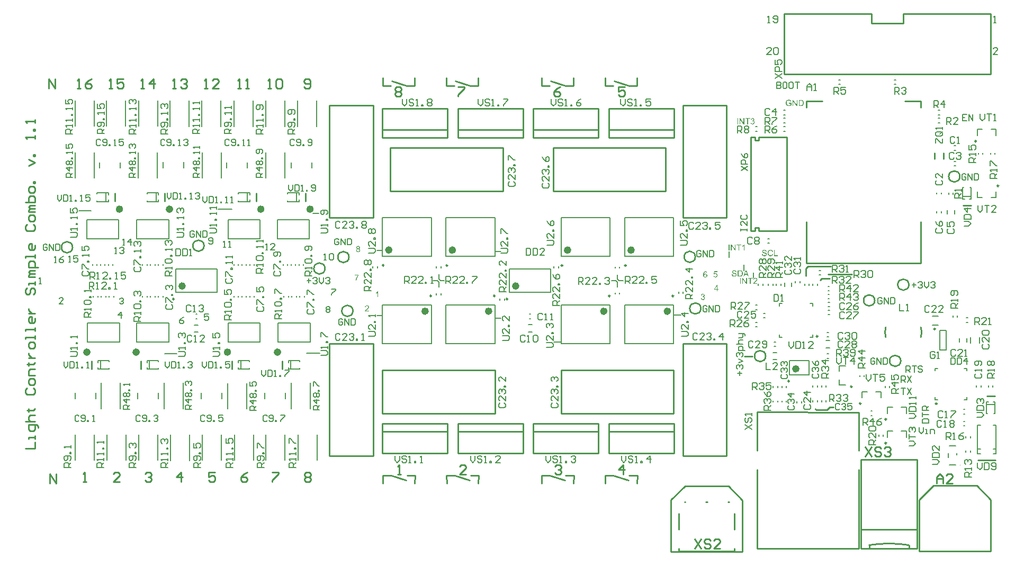
<source format=gto>
%TF.GenerationSoftware,Altium Limited,Altium Designer,18.1.9 (240)*%
G04 Layer_Color=65535*
%FSLAX25Y25*%
%MOIN*%
%TF.FileFunction,Legend,Top*%
%TF.Part,Single*%
G01*
G75*
%TA.AperFunction,NonConductor*%
%ADD83C,0.02362*%
%ADD84C,0.01000*%
%ADD85C,0.00984*%
%ADD86C,0.00787*%
%ADD87C,0.00591*%
%ADD88C,0.00630*%
%ADD126C,0.00394*%
G36*
X738024Y418902D02*
X738071D01*
X738170Y418890D01*
X738281Y418873D01*
X738410Y418849D01*
X738539Y418814D01*
X738668Y418767D01*
X738673D01*
X738685Y418761D01*
X738703Y418756D01*
X738726Y418744D01*
X738785Y418715D01*
X738861Y418668D01*
X738948Y418615D01*
X739036Y418551D01*
X739124Y418481D01*
X739200Y418393D01*
X739206Y418381D01*
X739229Y418352D01*
X739264Y418299D01*
X739311Y418223D01*
X739358Y418136D01*
X739405Y418030D01*
X739452Y417907D01*
X739493Y417767D01*
X739030Y417638D01*
Y417644D01*
X739024Y417650D01*
X739019Y417685D01*
X738995Y417738D01*
X738972Y417808D01*
X738943Y417878D01*
X738907Y417954D01*
X738867Y418030D01*
X738820Y418101D01*
X738814Y418106D01*
X738796Y418130D01*
X738767Y418159D01*
X738726Y418200D01*
X738673Y418241D01*
X738609Y418288D01*
X738539Y418329D01*
X738451Y418370D01*
X738440Y418375D01*
X738410Y418387D01*
X738357Y418405D01*
X738293Y418422D01*
X738217Y418440D01*
X738129Y418457D01*
X738030Y418469D01*
X737925Y418475D01*
X737866D01*
X737802Y418469D01*
X737720Y418463D01*
X737626Y418446D01*
X737521Y418428D01*
X737422Y418399D01*
X737322Y418364D01*
X737310Y418358D01*
X737281Y418346D01*
X737234Y418323D01*
X737176Y418288D01*
X737112Y418247D01*
X737041Y418200D01*
X736977Y418147D01*
X736913Y418083D01*
X736907Y418077D01*
X736889Y418054D01*
X736860Y418019D01*
X736825Y417972D01*
X736784Y417913D01*
X736743Y417849D01*
X736708Y417779D01*
X736673Y417703D01*
Y417697D01*
X736667Y417685D01*
X736661Y417668D01*
X736649Y417638D01*
X736638Y417609D01*
X736626Y417568D01*
X736602Y417475D01*
X736573Y417357D01*
X736550Y417229D01*
X736532Y417083D01*
X736526Y416930D01*
Y416925D01*
Y416907D01*
Y416884D01*
X736532Y416843D01*
Y416802D01*
X736538Y416749D01*
X736544Y416691D01*
X736550Y416632D01*
X736567Y416492D01*
X736602Y416346D01*
X736644Y416205D01*
X736702Y416065D01*
Y416059D01*
X736708Y416047D01*
X736720Y416030D01*
X736737Y416006D01*
X736778Y415948D01*
X736831Y415872D01*
X736901Y415790D01*
X736989Y415702D01*
X737094Y415620D01*
X737211Y415550D01*
X737217D01*
X737228Y415544D01*
X737246Y415532D01*
X737269Y415526D01*
X737299Y415515D01*
X737340Y415497D01*
X737427Y415468D01*
X737539Y415439D01*
X737656Y415410D01*
X737790Y415392D01*
X737930Y415386D01*
X737989D01*
X738053Y415392D01*
X738135Y415404D01*
X738229Y415415D01*
X738340Y415439D01*
X738457Y415468D01*
X738574Y415509D01*
X738580D01*
X738586Y415515D01*
X738603Y415521D01*
X738627Y415532D01*
X738685Y415556D01*
X738755Y415591D01*
X738831Y415632D01*
X738907Y415679D01*
X738983Y415731D01*
X739054Y415784D01*
Y416509D01*
X737925D01*
Y416960D01*
X739551D01*
Y415532D01*
X739545Y415526D01*
X739533Y415521D01*
X739516Y415503D01*
X739487Y415485D01*
X739452Y415456D01*
X739410Y415433D01*
X739311Y415363D01*
X739194Y415293D01*
X739065Y415216D01*
X738919Y415146D01*
X738773Y415082D01*
X738767D01*
X738755Y415076D01*
X738732Y415070D01*
X738703Y415059D01*
X738668Y415047D01*
X738627Y415035D01*
X738574Y415023D01*
X738521Y415012D01*
X738399Y414982D01*
X738264Y414959D01*
X738112Y414942D01*
X737960Y414936D01*
X737907D01*
X737866Y414942D01*
X737814D01*
X737755Y414947D01*
X737691Y414953D01*
X737620Y414965D01*
X737457Y414994D01*
X737287Y415035D01*
X737106Y415094D01*
X736930Y415175D01*
X736924Y415181D01*
X736913Y415187D01*
X736883Y415199D01*
X736854Y415222D01*
X736813Y415246D01*
X736772Y415275D01*
X736673Y415351D01*
X736556Y415450D01*
X736445Y415573D01*
X736333Y415714D01*
X736234Y415872D01*
Y415877D01*
X736222Y415895D01*
X736211Y415918D01*
X736199Y415953D01*
X736181Y415995D01*
X736158Y416047D01*
X736140Y416106D01*
X736117Y416176D01*
X736094Y416246D01*
X736076Y416328D01*
X736035Y416503D01*
X736012Y416697D01*
X736000Y416901D01*
Y416907D01*
Y416925D01*
Y416954D01*
X736006Y416995D01*
Y417048D01*
X736012Y417106D01*
X736018Y417170D01*
X736029Y417240D01*
X736059Y417404D01*
X736099Y417580D01*
X736158Y417767D01*
X736234Y417948D01*
Y417954D01*
X736246Y417972D01*
X736257Y417995D01*
X736275Y418030D01*
X736304Y418071D01*
X736333Y418112D01*
X736404Y418223D01*
X736503Y418340D01*
X736614Y418457D01*
X736755Y418569D01*
X736825Y418621D01*
X736907Y418668D01*
X736913D01*
X736924Y418680D01*
X736953Y418691D01*
X736983Y418703D01*
X737024Y418726D01*
X737076Y418744D01*
X737135Y418767D01*
X737199Y418791D01*
X737269Y418808D01*
X737346Y418832D01*
X737521Y418873D01*
X737708Y418896D01*
X737919Y418908D01*
X737989D01*
X738024Y418902D01*
D02*
G37*
G36*
X743318Y415000D02*
X742798D01*
X740779Y418019D01*
Y415000D01*
X740294D01*
Y418844D01*
X740809D01*
X742833Y415825D01*
Y418844D01*
X743318D01*
Y415000D01*
D02*
G37*
G36*
X745746Y418838D02*
X745851Y418832D01*
X745968Y418820D01*
X746080Y418802D01*
X746173Y418785D01*
X746179D01*
X746191Y418779D01*
X746202D01*
X746226Y418767D01*
X746290Y418750D01*
X746366Y418721D01*
X746454Y418685D01*
X746548Y418639D01*
X746641Y418580D01*
X746735Y418510D01*
X746741D01*
X746746Y418498D01*
X746787Y418463D01*
X746840Y418405D01*
X746904Y418329D01*
X746980Y418235D01*
X747056Y418124D01*
X747127Y417995D01*
X747191Y417849D01*
Y417843D01*
X747197Y417831D01*
X747203Y417808D01*
X747215Y417779D01*
X747226Y417744D01*
X747238Y417697D01*
X747255Y417644D01*
X747267Y417586D01*
X747279Y417521D01*
X747296Y417451D01*
X747320Y417299D01*
X747337Y417129D01*
X747343Y416942D01*
Y416936D01*
Y416925D01*
Y416901D01*
Y416866D01*
X747337Y416831D01*
Y416784D01*
X747331Y416679D01*
X747320Y416562D01*
X747296Y416427D01*
X747273Y416293D01*
X747238Y416164D01*
Y416158D01*
X747232Y416147D01*
X747226Y416129D01*
X747220Y416106D01*
X747197Y416047D01*
X747168Y415965D01*
X747132Y415877D01*
X747086Y415784D01*
X747033Y415690D01*
X746975Y415602D01*
X746969Y415591D01*
X746945Y415567D01*
X746916Y415526D01*
X746869Y415474D01*
X746823Y415421D01*
X746758Y415363D01*
X746694Y415304D01*
X746624Y415252D01*
X746618Y415246D01*
X746589Y415234D01*
X746548Y415211D01*
X746495Y415181D01*
X746431Y415152D01*
X746354Y415123D01*
X746267Y415094D01*
X746167Y415064D01*
X746156D01*
X746121Y415053D01*
X746068Y415047D01*
X745992Y415035D01*
X745904Y415023D01*
X745799Y415012D01*
X745682Y415006D01*
X745553Y415000D01*
X744172D01*
Y418844D01*
X745647D01*
X745746Y418838D01*
D02*
G37*
G36*
X715176Y407320D02*
X715252Y407308D01*
X715340Y407291D01*
X715439Y407267D01*
X715539Y407232D01*
X715638Y407185D01*
X715644D01*
X715650Y407179D01*
X715685Y407162D01*
X715732Y407132D01*
X715790Y407092D01*
X715855Y407039D01*
X715925Y406975D01*
X715989Y406898D01*
X716047Y406817D01*
X716053Y406805D01*
X716071Y406776D01*
X716094Y406729D01*
X716118Y406670D01*
X716141Y406594D01*
X716164Y406512D01*
X716182Y406425D01*
X716188Y406325D01*
Y406314D01*
Y406284D01*
X716182Y406238D01*
X716170Y406179D01*
X716153Y406109D01*
X716129Y406033D01*
X716100Y405951D01*
X716053Y405875D01*
X716047Y405863D01*
X716030Y405840D01*
X715995Y405805D01*
X715954Y405758D01*
X715895Y405705D01*
X715831Y405653D01*
X715749Y405594D01*
X715656Y405547D01*
X715661D01*
X715673Y405541D01*
X715691D01*
X715714Y405530D01*
X715773Y405512D01*
X715849Y405477D01*
X715931Y405436D01*
X716018Y405377D01*
X716106Y405307D01*
X716182Y405220D01*
X716188Y405208D01*
X716211Y405173D01*
X716241Y405120D01*
X716282Y405050D01*
X716317Y404962D01*
X716346Y404857D01*
X716369Y404734D01*
X716375Y404600D01*
Y404594D01*
Y404576D01*
Y404553D01*
X716369Y404518D01*
X716363Y404471D01*
X716358Y404424D01*
X716346Y404365D01*
X716328Y404307D01*
X716287Y404172D01*
X716258Y404096D01*
X716217Y404026D01*
X716176Y403956D01*
X716129Y403886D01*
X716071Y403816D01*
X716007Y403745D01*
X716001Y403740D01*
X715989Y403728D01*
X715972Y403716D01*
X715942Y403693D01*
X715907Y403663D01*
X715860Y403634D01*
X715808Y403605D01*
X715755Y403576D01*
X715691Y403541D01*
X715621Y403511D01*
X715544Y403482D01*
X715463Y403453D01*
X715375Y403430D01*
X715281Y403418D01*
X715182Y403406D01*
X715082Y403400D01*
X715035D01*
X715000Y403406D01*
X714954Y403412D01*
X714907Y403418D01*
X714848Y403424D01*
X714790Y403435D01*
X714655Y403470D01*
X714515Y403529D01*
X714445Y403558D01*
X714380Y403599D01*
X714310Y403646D01*
X714246Y403699D01*
X714240Y403704D01*
X714234Y403710D01*
X714217Y403728D01*
X714193Y403751D01*
X714170Y403786D01*
X714140Y403821D01*
X714105Y403862D01*
X714076Y403909D01*
X714006Y404026D01*
X713947Y404161D01*
X713895Y404313D01*
X713877Y404395D01*
X713866Y404483D01*
X714339Y404547D01*
Y404541D01*
X714345Y404529D01*
Y404506D01*
X714357Y404483D01*
X714374Y404412D01*
X714404Y404324D01*
X714439Y404231D01*
X714486Y404132D01*
X714544Y404044D01*
X714608Y403968D01*
X714620Y403962D01*
X714643Y403938D01*
X714684Y403915D01*
X714743Y403880D01*
X714807Y403851D01*
X714889Y403821D01*
X714983Y403798D01*
X715082Y403792D01*
X715117D01*
X715141Y403798D01*
X715199Y403804D01*
X715275Y403821D01*
X715369Y403851D01*
X715463Y403886D01*
X715556Y403944D01*
X715644Y404020D01*
X715656Y404032D01*
X715679Y404061D01*
X715714Y404108D01*
X715761Y404178D01*
X715802Y404260D01*
X715837Y404360D01*
X715860Y404471D01*
X715872Y404594D01*
Y404600D01*
Y404605D01*
Y404623D01*
X715866Y404646D01*
X715860Y404705D01*
X715843Y404781D01*
X715819Y404863D01*
X715778Y404956D01*
X715726Y405044D01*
X715656Y405126D01*
X715644Y405138D01*
X715621Y405161D01*
X715574Y405190D01*
X715509Y405231D01*
X715433Y405272D01*
X715340Y405302D01*
X715240Y405325D01*
X715123Y405337D01*
X715071D01*
X715030Y405331D01*
X714983Y405325D01*
X714924Y405319D01*
X714860Y405307D01*
X714790Y405290D01*
X714843Y405705D01*
X714872D01*
X714895Y405699D01*
X714971D01*
X715024Y405705D01*
X715100Y405717D01*
X715182Y405734D01*
X715270Y405764D01*
X715363Y405799D01*
X715457Y405851D01*
X715468Y405857D01*
X715498Y405881D01*
X715533Y405922D01*
X715580Y405974D01*
X715626Y406039D01*
X715661Y406120D01*
X715691Y406220D01*
X715702Y406337D01*
Y406343D01*
Y406349D01*
Y406378D01*
X715691Y406425D01*
X715679Y406489D01*
X715661Y406553D01*
X715626Y406624D01*
X715585Y406700D01*
X715527Y406764D01*
X715521Y406770D01*
X715498Y406793D01*
X715457Y406822D01*
X715404Y406852D01*
X715340Y406887D01*
X715264Y406910D01*
X715176Y406934D01*
X715076Y406940D01*
X715030D01*
X714977Y406928D01*
X714919Y406916D01*
X714843Y406898D01*
X714766Y406863D01*
X714690Y406822D01*
X714614Y406764D01*
X714608Y406758D01*
X714585Y406735D01*
X714556Y406694D01*
X714521Y406635D01*
X714480Y406565D01*
X714445Y406477D01*
X714410Y406372D01*
X714386Y406249D01*
X713912Y406331D01*
Y406337D01*
X713918Y406355D01*
X713924Y406378D01*
X713930Y406407D01*
X713942Y406448D01*
X713953Y406495D01*
X713994Y406600D01*
X714041Y406717D01*
X714111Y406840D01*
X714193Y406957D01*
X714298Y407062D01*
X714304Y407068D01*
X714310Y407074D01*
X714328Y407086D01*
X714357Y407103D01*
X714386Y407121D01*
X714421Y407144D01*
X714509Y407197D01*
X714620Y407244D01*
X714755Y407285D01*
X714901Y407314D01*
X714983Y407326D01*
X715117D01*
X715176Y407320D01*
D02*
G37*
G36*
X709923Y403465D02*
X709402D01*
X707384Y406483D01*
Y403465D01*
X706898D01*
Y407308D01*
X707413D01*
X709437Y404289D01*
Y407308D01*
X709923D01*
Y403465D01*
D02*
G37*
G36*
X713526Y406858D02*
X712263D01*
Y403465D01*
X711754D01*
Y406858D01*
X710490D01*
Y407308D01*
X713526D01*
Y406858D01*
D02*
G37*
G36*
X706009Y403465D02*
X705500D01*
Y407308D01*
X706009D01*
Y403465D01*
D02*
G37*
G36*
X704423Y324000D02*
X703902D01*
X701884Y327019D01*
Y324000D01*
X701398D01*
Y327843D01*
X701913D01*
X703937Y324825D01*
Y327843D01*
X704423D01*
Y324000D01*
D02*
G37*
G36*
X710138D02*
X709664D01*
Y327007D01*
X709658Y327001D01*
X709635Y326978D01*
X709594Y326948D01*
X709541Y326907D01*
X709477Y326855D01*
X709401Y326802D01*
X709313Y326738D01*
X709214Y326679D01*
X709208D01*
X709202Y326674D01*
X709167Y326650D01*
X709114Y326621D01*
X709050Y326586D01*
X708974Y326545D01*
X708892Y326510D01*
X708804Y326469D01*
X708722Y326434D01*
Y326896D01*
X708728D01*
X708740Y326902D01*
X708763Y326913D01*
X708787Y326931D01*
X708822Y326948D01*
X708863Y326966D01*
X708956Y327019D01*
X709062Y327083D01*
X709179Y327159D01*
X709296Y327247D01*
X709407Y327340D01*
X709413Y327346D01*
X709418Y327352D01*
X709454Y327387D01*
X709506Y327440D01*
X709571Y327504D01*
X709641Y327586D01*
X709711Y327674D01*
X709775Y327767D01*
X709828Y327861D01*
X710138D01*
Y324000D01*
D02*
G37*
G36*
X708026Y327393D02*
X706763D01*
Y324000D01*
X706254D01*
Y327393D01*
X704990D01*
Y327843D01*
X708026D01*
Y327393D01*
D02*
G37*
G36*
X700509Y324000D02*
X700000D01*
Y327843D01*
X700509D01*
Y324000D01*
D02*
G37*
G36*
X711616Y302972D02*
X711096D01*
X709077Y305991D01*
Y302972D01*
X708592D01*
Y306816D01*
X709106D01*
X711131Y303797D01*
Y306816D01*
X711616D01*
Y302972D01*
D02*
G37*
G36*
X716916Y306828D02*
X716963Y306822D01*
X717016Y306816D01*
X717074Y306810D01*
X717139Y306792D01*
X717279Y306757D01*
X717425Y306705D01*
X717501Y306670D01*
X717571Y306629D01*
X717636Y306576D01*
X717700Y306523D01*
X717706Y306518D01*
X717712Y306512D01*
X717729Y306494D01*
X717753Y306471D01*
X717776Y306436D01*
X717805Y306400D01*
X717864Y306313D01*
X717922Y306202D01*
X717975Y306073D01*
X718016Y305927D01*
X718022Y305845D01*
X718028Y305763D01*
Y305751D01*
Y305722D01*
X718022Y305675D01*
X718016Y305617D01*
X718004Y305546D01*
X717987Y305470D01*
X717963Y305388D01*
X717928Y305307D01*
X717922Y305295D01*
X717911Y305266D01*
X717887Y305225D01*
X717852Y305166D01*
X717811Y305096D01*
X717759Y305014D01*
X717689Y304932D01*
X717612Y304839D01*
X717601Y304827D01*
X717571Y304792D01*
X717519Y304739D01*
X717484Y304704D01*
X717443Y304663D01*
X717396Y304616D01*
X717337Y304564D01*
X717279Y304511D01*
X717215Y304447D01*
X717144Y304382D01*
X717063Y304312D01*
X716981Y304242D01*
X716887Y304160D01*
X716881Y304154D01*
X716869Y304142D01*
X716846Y304125D01*
X716817Y304101D01*
X716747Y304043D01*
X716659Y303967D01*
X716571Y303885D01*
X716477Y303803D01*
X716401Y303733D01*
X716372Y303704D01*
X716343Y303674D01*
X716337Y303669D01*
X716325Y303651D01*
X716302Y303628D01*
X716273Y303592D01*
X716208Y303517D01*
X716144Y303423D01*
X718034D01*
Y302972D01*
X715489D01*
Y302978D01*
Y303002D01*
Y303037D01*
X715495Y303078D01*
X715501Y303124D01*
X715506Y303177D01*
X715524Y303236D01*
X715542Y303294D01*
Y303300D01*
X715547Y303306D01*
X715559Y303341D01*
X715582Y303388D01*
X715618Y303458D01*
X715659Y303534D01*
X715717Y303622D01*
X715775Y303710D01*
X715852Y303803D01*
Y303809D01*
X715863Y303815D01*
X715893Y303850D01*
X715939Y303903D01*
X716010Y303973D01*
X716097Y304055D01*
X716202Y304154D01*
X716331Y304265D01*
X716472Y304388D01*
X716477Y304394D01*
X716501Y304412D01*
X716530Y304435D01*
X716571Y304476D01*
X716624Y304517D01*
X716682Y304570D01*
X716811Y304681D01*
X716951Y304815D01*
X717092Y304950D01*
X717162Y305014D01*
X717220Y305078D01*
X717273Y305143D01*
X717320Y305201D01*
Y305207D01*
X717332Y305213D01*
X717343Y305230D01*
X717355Y305254D01*
X717390Y305312D01*
X717431Y305388D01*
X717472Y305476D01*
X717507Y305570D01*
X717530Y305675D01*
X717542Y305775D01*
Y305780D01*
Y305786D01*
X717536Y305821D01*
X717530Y305874D01*
X717519Y305938D01*
X717489Y306014D01*
X717454Y306090D01*
X717408Y306172D01*
X717337Y306248D01*
X717326Y306254D01*
X717302Y306278D01*
X717256Y306307D01*
X717197Y306348D01*
X717121Y306383D01*
X717033Y306412D01*
X716928Y306436D01*
X716811Y306441D01*
X716776D01*
X716752Y306436D01*
X716694Y306430D01*
X716618Y306418D01*
X716530Y306389D01*
X716436Y306354D01*
X716349Y306301D01*
X716267Y306231D01*
X716261Y306219D01*
X716238Y306196D01*
X716202Y306149D01*
X716167Y306085D01*
X716126Y306003D01*
X716097Y305909D01*
X716074Y305798D01*
X716062Y305669D01*
X715577Y305722D01*
Y305728D01*
Y305745D01*
X715582Y305775D01*
X715588Y305810D01*
X715600Y305856D01*
X715606Y305909D01*
X715641Y306026D01*
X715688Y306161D01*
X715752Y306295D01*
X715840Y306430D01*
X715887Y306488D01*
X715945Y306547D01*
X715951Y306553D01*
X715963Y306558D01*
X715980Y306576D01*
X716004Y306594D01*
X716039Y306611D01*
X716080Y306640D01*
X716126Y306664D01*
X716179Y306693D01*
X716238Y306716D01*
X716302Y306746D01*
X716378Y306769D01*
X716454Y306787D01*
X716630Y306822D01*
X716723Y306828D01*
X716823Y306833D01*
X716875D01*
X716916Y306828D01*
D02*
G37*
G36*
X715220Y306365D02*
X713956D01*
Y302972D01*
X713447D01*
Y306365D01*
X712184D01*
Y306816D01*
X715220D01*
Y306365D01*
D02*
G37*
G36*
X707702Y302972D02*
X707194D01*
Y306816D01*
X707702D01*
Y302972D01*
D02*
G37*
G36*
X722603Y324402D02*
X722644D01*
X722743Y324390D01*
X722860Y324373D01*
X722989Y324349D01*
X723118Y324314D01*
X723241Y324267D01*
X723246D01*
X723252Y324261D01*
X723270Y324256D01*
X723293Y324244D01*
X723352Y324209D01*
X723428Y324168D01*
X723510Y324110D01*
X723592Y324039D01*
X723673Y323957D01*
X723744Y323864D01*
X723749Y323852D01*
X723773Y323817D01*
X723802Y323758D01*
X723831Y323688D01*
X723867Y323601D01*
X723902Y323495D01*
X723925Y323384D01*
X723937Y323261D01*
X723451Y323226D01*
Y323232D01*
Y323244D01*
X723445Y323261D01*
X723440Y323285D01*
X723428Y323349D01*
X723404Y323431D01*
X723369Y323519D01*
X723322Y323606D01*
X723258Y323694D01*
X723182Y323770D01*
X723170Y323776D01*
X723141Y323799D01*
X723089Y323829D01*
X723018Y323864D01*
X722925Y323899D01*
X722808Y323928D01*
X722673Y323952D01*
X722515Y323957D01*
X722439D01*
X722404Y323952D01*
X722357D01*
X722258Y323934D01*
X722147Y323916D01*
X722036Y323887D01*
X721930Y323846D01*
X721883Y323817D01*
X721842Y323788D01*
X721837Y323782D01*
X721813Y323758D01*
X721778Y323723D01*
X721743Y323671D01*
X721702Y323612D01*
X721673Y323542D01*
X721649Y323466D01*
X721638Y323378D01*
Y323366D01*
Y323343D01*
X721643Y323302D01*
X721655Y323255D01*
X721673Y323203D01*
X721702Y323144D01*
X721737Y323092D01*
X721784Y323039D01*
X721790Y323033D01*
X721819Y323015D01*
X721837Y323004D01*
X721860Y322986D01*
X721895Y322974D01*
X721936Y322957D01*
X721983Y322934D01*
X722036Y322910D01*
X722094Y322893D01*
X722164Y322869D01*
X722246Y322840D01*
X722334Y322817D01*
X722433Y322793D01*
X722544Y322764D01*
X722550D01*
X722574Y322758D01*
X722603Y322752D01*
X722644Y322741D01*
X722696Y322729D01*
X722755Y322711D01*
X722884Y322682D01*
X723024Y322641D01*
X723165Y322600D01*
X723235Y322583D01*
X723293Y322559D01*
X723352Y322536D01*
X723398Y322518D01*
X723404D01*
X723416Y322512D01*
X723428Y322501D01*
X723451Y322489D01*
X723510Y322454D01*
X723586Y322413D01*
X723668Y322354D01*
X723749Y322284D01*
X723826Y322208D01*
X723890Y322126D01*
X723896Y322115D01*
X723913Y322085D01*
X723943Y322039D01*
X723972Y321968D01*
X724001Y321892D01*
X724030Y321799D01*
X724048Y321693D01*
X724054Y321582D01*
Y321576D01*
Y321571D01*
Y321553D01*
Y321530D01*
X724042Y321471D01*
X724030Y321395D01*
X724013Y321307D01*
X723978Y321208D01*
X723937Y321103D01*
X723878Y321003D01*
X723872Y320991D01*
X723843Y320956D01*
X723808Y320910D01*
X723749Y320851D01*
X723679Y320781D01*
X723592Y320711D01*
X723486Y320646D01*
X723369Y320582D01*
X723363D01*
X723352Y320576D01*
X723334Y320570D01*
X723311Y320559D01*
X723281Y320547D01*
X723246Y320535D01*
X723153Y320512D01*
X723047Y320482D01*
X722919Y320459D01*
X722784Y320442D01*
X722632Y320436D01*
X722544D01*
X722503Y320442D01*
X722451D01*
X722392Y320447D01*
X722328Y320453D01*
X722193Y320471D01*
X722047Y320500D01*
X721901Y320535D01*
X721761Y320582D01*
X721755D01*
X721743Y320588D01*
X721725Y320599D01*
X721702Y320611D01*
X721638Y320646D01*
X721562Y320699D01*
X721468Y320763D01*
X721380Y320839D01*
X721287Y320933D01*
X721205Y321038D01*
Y321044D01*
X721199Y321050D01*
X721187Y321068D01*
X721175Y321091D01*
X721158Y321120D01*
X721140Y321155D01*
X721105Y321243D01*
X721070Y321342D01*
X721035Y321465D01*
X721012Y321594D01*
X721000Y321734D01*
X721480Y321775D01*
Y321769D01*
Y321764D01*
X721486Y321728D01*
X721497Y321676D01*
X721509Y321606D01*
X721532Y321530D01*
X721556Y321448D01*
X721591Y321372D01*
X721632Y321296D01*
X721638Y321290D01*
X721655Y321266D01*
X721685Y321231D01*
X721731Y321190D01*
X721784Y321144D01*
X721848Y321091D01*
X721930Y321044D01*
X722018Y320997D01*
X722024D01*
X722030Y320991D01*
X722065Y320980D01*
X722117Y320962D01*
X722193Y320945D01*
X722275Y320921D01*
X722381Y320904D01*
X722492Y320892D01*
X722609Y320886D01*
X722656D01*
X722714Y320892D01*
X722778Y320898D01*
X722860Y320904D01*
X722942Y320921D01*
X723030Y320939D01*
X723118Y320968D01*
X723129Y320974D01*
X723153Y320986D01*
X723194Y321003D01*
X723241Y321032D01*
X723299Y321068D01*
X723352Y321108D01*
X723404Y321155D01*
X723451Y321208D01*
X723457Y321214D01*
X723469Y321237D01*
X723486Y321266D01*
X723510Y321307D01*
X723527Y321354D01*
X723545Y321413D01*
X723557Y321471D01*
X723562Y321535D01*
Y321541D01*
Y321565D01*
X723557Y321600D01*
X723551Y321641D01*
X723539Y321693D01*
X723516Y321746D01*
X723492Y321799D01*
X723457Y321851D01*
X723451Y321857D01*
X723440Y321875D01*
X723410Y321898D01*
X723375Y321933D01*
X723328Y321968D01*
X723270Y322004D01*
X723194Y322044D01*
X723112Y322079D01*
X723106Y322085D01*
X723083Y322091D01*
X723036Y322103D01*
X723006Y322115D01*
X722971Y322126D01*
X722925Y322138D01*
X722878Y322150D01*
X722819Y322167D01*
X722761Y322185D01*
X722691Y322202D01*
X722609Y322220D01*
X722521Y322243D01*
X722427Y322267D01*
X722422D01*
X722404Y322273D01*
X722375Y322278D01*
X722340Y322290D01*
X722299Y322302D01*
X722252Y322313D01*
X722141Y322343D01*
X722018Y322384D01*
X721895Y322425D01*
X721784Y322466D01*
X721731Y322483D01*
X721690Y322507D01*
X721685D01*
X721679Y322512D01*
X721643Y322536D01*
X721597Y322565D01*
X721538Y322606D01*
X721468Y322659D01*
X721404Y322717D01*
X721339Y322787D01*
X721281Y322863D01*
X721275Y322875D01*
X721257Y322904D01*
X721240Y322945D01*
X721216Y323004D01*
X721187Y323074D01*
X721170Y323156D01*
X721152Y323250D01*
X721146Y323343D01*
Y323349D01*
Y323355D01*
Y323372D01*
Y323396D01*
X721158Y323448D01*
X721170Y323519D01*
X721187Y323606D01*
X721216Y323694D01*
X721257Y323794D01*
X721310Y323887D01*
Y323893D01*
X721316Y323899D01*
X721339Y323928D01*
X721380Y323975D01*
X721433Y324033D01*
X721497Y324092D01*
X721579Y324156D01*
X721679Y324221D01*
X721790Y324273D01*
X721796D01*
X721802Y324279D01*
X721819Y324285D01*
X721848Y324297D01*
X721877Y324303D01*
X721913Y324314D01*
X721994Y324343D01*
X722100Y324367D01*
X722217Y324384D01*
X722351Y324402D01*
X722492Y324408D01*
X722562D01*
X722603Y324402D01*
D02*
G37*
G36*
X726511D02*
X726557Y324396D01*
X726616Y324390D01*
X726680Y324384D01*
X726751Y324373D01*
X726903Y324338D01*
X727066Y324285D01*
X727148Y324250D01*
X727230Y324209D01*
X727306Y324162D01*
X727382Y324110D01*
X727388Y324104D01*
X727400Y324098D01*
X727418Y324080D01*
X727447Y324057D01*
X727476Y324028D01*
X727517Y323987D01*
X727558Y323946D01*
X727599Y323899D01*
X727646Y323840D01*
X727687Y323782D01*
X727733Y323712D01*
X727780Y323636D01*
X727821Y323559D01*
X727862Y323472D01*
X727932Y323285D01*
X727429Y323168D01*
Y323173D01*
X727423Y323185D01*
X727418Y323209D01*
X727406Y323238D01*
X727388Y323273D01*
X727371Y323314D01*
X727330Y323402D01*
X727277Y323501D01*
X727207Y323606D01*
X727131Y323700D01*
X727037Y323782D01*
X727026Y323788D01*
X726990Y323811D01*
X726938Y323840D01*
X726862Y323881D01*
X726774Y323916D01*
X726663Y323946D01*
X726540Y323969D01*
X726400Y323975D01*
X726359D01*
X726329Y323969D01*
X726288D01*
X726248Y323963D01*
X726142Y323946D01*
X726025Y323922D01*
X725902Y323881D01*
X725779Y323829D01*
X725662Y323758D01*
X725657D01*
X725651Y323747D01*
X725616Y323717D01*
X725563Y323671D01*
X725499Y323606D01*
X725434Y323524D01*
X725364Y323431D01*
X725300Y323314D01*
X725247Y323185D01*
Y323179D01*
X725241Y323168D01*
X725235Y323150D01*
X725230Y323121D01*
X725218Y323092D01*
X725212Y323051D01*
X725189Y322957D01*
X725165Y322846D01*
X725148Y322723D01*
X725136Y322588D01*
X725130Y322448D01*
Y322442D01*
Y322425D01*
Y322401D01*
Y322366D01*
X725136Y322325D01*
Y322273D01*
X725142Y322220D01*
X725148Y322161D01*
X725165Y322027D01*
X725189Y321881D01*
X725224Y321734D01*
X725271Y321594D01*
Y321588D01*
X725276Y321576D01*
X725288Y321559D01*
X725300Y321535D01*
X725329Y321465D01*
X725376Y321389D01*
X725440Y321296D01*
X725516Y321208D01*
X725604Y321120D01*
X725709Y321044D01*
X725715D01*
X725721Y321038D01*
X725738Y321026D01*
X725762Y321015D01*
X725826Y320991D01*
X725908Y320956D01*
X726002Y320927D01*
X726113Y320898D01*
X726236Y320874D01*
X726365Y320869D01*
X726405D01*
X726435Y320874D01*
X726470D01*
X726517Y320880D01*
X726616Y320898D01*
X726727Y320927D01*
X726850Y320974D01*
X726967Y321032D01*
X727084Y321114D01*
X727090Y321120D01*
X727096Y321126D01*
X727131Y321161D01*
X727183Y321219D01*
X727248Y321296D01*
X727312Y321401D01*
X727382Y321524D01*
X727441Y321676D01*
X727488Y321846D01*
X727997Y321717D01*
Y321711D01*
X727991Y321688D01*
X727979Y321658D01*
X727967Y321611D01*
X727944Y321565D01*
X727921Y321500D01*
X727897Y321436D01*
X727862Y321366D01*
X727786Y321208D01*
X727681Y321050D01*
X727564Y320898D01*
X727493Y320828D01*
X727418Y320763D01*
X727412Y320757D01*
X727400Y320752D01*
X727377Y320734D01*
X727341Y320711D01*
X727301Y320687D01*
X727254Y320658D01*
X727201Y320629D01*
X727137Y320599D01*
X727066Y320570D01*
X726990Y320541D01*
X726903Y320512D01*
X726815Y320488D01*
X726622Y320447D01*
X726517Y320442D01*
X726405Y320436D01*
X726347D01*
X726300Y320442D01*
X726248D01*
X726189Y320447D01*
X726119Y320459D01*
X726049Y320465D01*
X725885Y320500D01*
X725715Y320541D01*
X725551Y320605D01*
X725469Y320640D01*
X725393Y320687D01*
X725387Y320693D01*
X725376Y320699D01*
X725358Y320716D01*
X725329Y320734D01*
X725259Y320793D01*
X725177Y320874D01*
X725077Y320974D01*
X724984Y321103D01*
X724884Y321249D01*
X724802Y321418D01*
Y321424D01*
X724797Y321442D01*
X724785Y321465D01*
X724773Y321500D01*
X724756Y321547D01*
X724738Y321600D01*
X724721Y321658D01*
X724703Y321728D01*
X724685Y321799D01*
X724668Y321881D01*
X724633Y322056D01*
X724610Y322243D01*
X724604Y322448D01*
Y322454D01*
Y322477D01*
Y322507D01*
X724610Y322548D01*
Y322600D01*
X724615Y322664D01*
X724621Y322729D01*
X724633Y322805D01*
X724662Y322969D01*
X724697Y323144D01*
X724756Y323326D01*
X724832Y323495D01*
Y323501D01*
X724844Y323513D01*
X724855Y323536D01*
X724873Y323571D01*
X724896Y323606D01*
X724925Y323647D01*
X725001Y323747D01*
X725089Y323858D01*
X725200Y323969D01*
X725335Y324080D01*
X725481Y324174D01*
X725487D01*
X725499Y324185D01*
X725522Y324197D01*
X725557Y324209D01*
X725592Y324226D01*
X725639Y324250D01*
X725698Y324267D01*
X725756Y324291D01*
X725820Y324314D01*
X725891Y324332D01*
X726049Y324373D01*
X726224Y324396D01*
X726411Y324408D01*
X726470D01*
X726511Y324402D01*
D02*
G37*
G36*
X729108Y320951D02*
X730998D01*
Y320500D01*
X728599D01*
Y324343D01*
X729108D01*
Y320951D01*
D02*
G37*
G36*
X703603Y311521D02*
X703644D01*
X703743Y311509D01*
X703860Y311492D01*
X703989Y311469D01*
X704118Y311433D01*
X704241Y311387D01*
X704246D01*
X704252Y311381D01*
X704270Y311375D01*
X704293Y311363D01*
X704352Y311328D01*
X704428Y311287D01*
X704510Y311229D01*
X704592Y311158D01*
X704673Y311077D01*
X704744Y310983D01*
X704749Y310971D01*
X704773Y310936D01*
X704802Y310878D01*
X704831Y310807D01*
X704867Y310720D01*
X704902Y310614D01*
X704925Y310503D01*
X704937Y310380D01*
X704451Y310345D01*
Y310351D01*
Y310363D01*
X704445Y310380D01*
X704439Y310404D01*
X704428Y310468D01*
X704404Y310550D01*
X704369Y310638D01*
X704322Y310726D01*
X704258Y310813D01*
X704182Y310889D01*
X704170Y310895D01*
X704141Y310919D01*
X704088Y310948D01*
X704018Y310983D01*
X703925Y311018D01*
X703808Y311047D01*
X703673Y311071D01*
X703515Y311077D01*
X703439D01*
X703404Y311071D01*
X703357D01*
X703258Y311053D01*
X703147Y311036D01*
X703035Y311006D01*
X702930Y310965D01*
X702883Y310936D01*
X702842Y310907D01*
X702837Y310901D01*
X702813Y310878D01*
X702778Y310843D01*
X702743Y310790D01*
X702702Y310731D01*
X702673Y310661D01*
X702649Y310585D01*
X702638Y310497D01*
Y310486D01*
Y310462D01*
X702643Y310421D01*
X702655Y310375D01*
X702673Y310322D01*
X702702Y310263D01*
X702737Y310211D01*
X702784Y310158D01*
X702790Y310152D01*
X702819Y310135D01*
X702837Y310123D01*
X702860Y310105D01*
X702895Y310094D01*
X702936Y310076D01*
X702983Y310053D01*
X703035Y310029D01*
X703094Y310012D01*
X703164Y309988D01*
X703246Y309959D01*
X703334Y309936D01*
X703433Y309912D01*
X703544Y309883D01*
X703550D01*
X703574Y309877D01*
X703603Y309872D01*
X703644Y309860D01*
X703696Y309848D01*
X703755Y309830D01*
X703884Y309801D01*
X704024Y309760D01*
X704165Y309719D01*
X704235Y309702D01*
X704293Y309678D01*
X704352Y309655D01*
X704398Y309637D01*
X704404D01*
X704416Y309632D01*
X704428Y309620D01*
X704451Y309608D01*
X704510Y309573D01*
X704586Y309532D01*
X704668Y309474D01*
X704749Y309403D01*
X704826Y309327D01*
X704890Y309245D01*
X704896Y309234D01*
X704913Y309205D01*
X704943Y309158D01*
X704972Y309088D01*
X705001Y309012D01*
X705030Y308918D01*
X705048Y308813D01*
X705054Y308701D01*
Y308696D01*
Y308690D01*
Y308672D01*
Y308649D01*
X705042Y308590D01*
X705030Y308514D01*
X705013Y308426D01*
X704978Y308327D01*
X704937Y308222D01*
X704878Y308122D01*
X704872Y308111D01*
X704843Y308075D01*
X704808Y308029D01*
X704749Y307970D01*
X704679Y307900D01*
X704592Y307830D01*
X704486Y307766D01*
X704369Y307701D01*
X704363D01*
X704352Y307695D01*
X704334Y307689D01*
X704311Y307678D01*
X704282Y307666D01*
X704246Y307654D01*
X704153Y307631D01*
X704047Y307602D01*
X703919Y307578D01*
X703784Y307561D01*
X703632Y307555D01*
X703544D01*
X703503Y307561D01*
X703451D01*
X703392Y307567D01*
X703328Y307572D01*
X703193Y307590D01*
X703047Y307619D01*
X702901Y307654D01*
X702761Y307701D01*
X702755D01*
X702743Y307707D01*
X702725Y307719D01*
X702702Y307730D01*
X702638Y307766D01*
X702562Y307818D01*
X702468Y307882D01*
X702380Y307959D01*
X702287Y308052D01*
X702205Y308157D01*
Y308163D01*
X702199Y308169D01*
X702187Y308187D01*
X702176Y308210D01*
X702158Y308239D01*
X702140Y308274D01*
X702105Y308362D01*
X702070Y308462D01*
X702035Y308584D01*
X702012Y308713D01*
X702000Y308854D01*
X702480Y308894D01*
Y308889D01*
Y308883D01*
X702486Y308848D01*
X702497Y308795D01*
X702509Y308725D01*
X702532Y308649D01*
X702556Y308567D01*
X702591Y308491D01*
X702632Y308415D01*
X702638Y308409D01*
X702655Y308386D01*
X702684Y308350D01*
X702731Y308310D01*
X702784Y308263D01*
X702848Y308210D01*
X702930Y308163D01*
X703018Y308117D01*
X703024D01*
X703030Y308111D01*
X703065Y308099D01*
X703117Y308081D01*
X703193Y308064D01*
X703275Y308040D01*
X703381Y308023D01*
X703492Y308011D01*
X703609Y308005D01*
X703656D01*
X703714Y308011D01*
X703778Y308017D01*
X703860Y308023D01*
X703942Y308040D01*
X704030Y308058D01*
X704118Y308087D01*
X704129Y308093D01*
X704153Y308105D01*
X704194Y308122D01*
X704241Y308152D01*
X704299Y308187D01*
X704352Y308228D01*
X704404Y308274D01*
X704451Y308327D01*
X704457Y308333D01*
X704469Y308356D01*
X704486Y308386D01*
X704510Y308426D01*
X704527Y308473D01*
X704545Y308532D01*
X704557Y308590D01*
X704562Y308655D01*
Y308661D01*
Y308684D01*
X704557Y308719D01*
X704551Y308760D01*
X704539Y308813D01*
X704516Y308865D01*
X704492Y308918D01*
X704457Y308971D01*
X704451Y308976D01*
X704439Y308994D01*
X704410Y309017D01*
X704375Y309052D01*
X704328Y309088D01*
X704270Y309123D01*
X704194Y309164D01*
X704112Y309199D01*
X704106Y309205D01*
X704083Y309210D01*
X704036Y309222D01*
X704006Y309234D01*
X703971Y309245D01*
X703925Y309257D01*
X703878Y309269D01*
X703819Y309286D01*
X703761Y309304D01*
X703691Y309322D01*
X703609Y309339D01*
X703521Y309363D01*
X703427Y309386D01*
X703422D01*
X703404Y309392D01*
X703375Y309398D01*
X703340Y309409D01*
X703299Y309421D01*
X703252Y309433D01*
X703141Y309462D01*
X703018Y309503D01*
X702895Y309544D01*
X702784Y309585D01*
X702731Y309602D01*
X702690Y309626D01*
X702684D01*
X702679Y309632D01*
X702643Y309655D01*
X702597Y309684D01*
X702538Y309725D01*
X702468Y309778D01*
X702404Y309836D01*
X702339Y309907D01*
X702281Y309983D01*
X702275Y309994D01*
X702257Y310024D01*
X702240Y310065D01*
X702216Y310123D01*
X702187Y310193D01*
X702170Y310275D01*
X702152Y310369D01*
X702146Y310462D01*
Y310468D01*
Y310474D01*
Y310492D01*
Y310515D01*
X702158Y310568D01*
X702170Y310638D01*
X702187Y310726D01*
X702216Y310813D01*
X702257Y310913D01*
X702310Y311006D01*
Y311012D01*
X702316Y311018D01*
X702339Y311047D01*
X702380Y311094D01*
X702433Y311153D01*
X702497Y311211D01*
X702579Y311276D01*
X702679Y311340D01*
X702790Y311392D01*
X702796D01*
X702802Y311398D01*
X702819Y311404D01*
X702848Y311416D01*
X702878Y311422D01*
X702913Y311433D01*
X702994Y311463D01*
X703100Y311486D01*
X703217Y311504D01*
X703351Y311521D01*
X703492Y311527D01*
X703562D01*
X703603Y311521D01*
D02*
G37*
G36*
X712787Y307619D02*
X712214D01*
X711769Y308783D01*
X710155D01*
X709739Y307619D01*
X709201D01*
X710670Y311463D01*
X711226D01*
X712787Y307619D01*
D02*
G37*
G36*
X707324Y311457D02*
X707429Y311451D01*
X707546Y311439D01*
X707657Y311422D01*
X707751Y311404D01*
X707756D01*
X707768Y311398D01*
X707780D01*
X707803Y311387D01*
X707868Y311369D01*
X707944Y311340D01*
X708031Y311305D01*
X708125Y311258D01*
X708218Y311199D01*
X708312Y311129D01*
X708318D01*
X708324Y311118D01*
X708365Y311082D01*
X708418Y311024D01*
X708482Y310948D01*
X708558Y310854D01*
X708634Y310743D01*
X708704Y310614D01*
X708769Y310468D01*
Y310462D01*
X708774Y310451D01*
X708780Y310427D01*
X708792Y310398D01*
X708804Y310363D01*
X708815Y310316D01*
X708833Y310263D01*
X708845Y310205D01*
X708856Y310141D01*
X708874Y310070D01*
X708897Y309918D01*
X708915Y309749D01*
X708921Y309561D01*
Y309556D01*
Y309544D01*
Y309521D01*
Y309485D01*
X708915Y309450D01*
Y309403D01*
X708909Y309298D01*
X708897Y309181D01*
X708874Y309047D01*
X708850Y308912D01*
X708815Y308783D01*
Y308777D01*
X708809Y308766D01*
X708804Y308748D01*
X708798Y308725D01*
X708774Y308666D01*
X708745Y308584D01*
X708710Y308497D01*
X708663Y308403D01*
X708610Y308310D01*
X708552Y308222D01*
X708546Y308210D01*
X708523Y308187D01*
X708494Y308146D01*
X708447Y308093D01*
X708400Y308040D01*
X708335Y307982D01*
X708271Y307923D01*
X708201Y307871D01*
X708195Y307865D01*
X708166Y307853D01*
X708125Y307830D01*
X708072Y307801D01*
X708008Y307771D01*
X707932Y307742D01*
X707844Y307713D01*
X707745Y307684D01*
X707733D01*
X707698Y307672D01*
X707645Y307666D01*
X707569Y307654D01*
X707481Y307643D01*
X707376Y307631D01*
X707259Y307625D01*
X707130Y307619D01*
X705750D01*
Y311463D01*
X707224D01*
X707324Y311457D01*
D02*
G37*
G36*
X683881Y296738D02*
X683957Y296726D01*
X684045Y296708D01*
X684144Y296685D01*
X684244Y296650D01*
X684343Y296603D01*
X684349D01*
X684355Y296597D01*
X684390Y296580D01*
X684437Y296550D01*
X684495Y296510D01*
X684559Y296457D01*
X684630Y296392D01*
X684694Y296316D01*
X684753Y296234D01*
X684758Y296223D01*
X684776Y296194D01*
X684799Y296147D01*
X684823Y296088D01*
X684846Y296012D01*
X684869Y295930D01*
X684887Y295843D01*
X684893Y295743D01*
Y295731D01*
Y295702D01*
X684887Y295655D01*
X684875Y295597D01*
X684858Y295527D01*
X684834Y295451D01*
X684805Y295369D01*
X684758Y295293D01*
X684753Y295281D01*
X684735Y295258D01*
X684700Y295222D01*
X684659Y295176D01*
X684600Y295123D01*
X684536Y295070D01*
X684454Y295012D01*
X684361Y294965D01*
X684366D01*
X684378Y294959D01*
X684396D01*
X684419Y294948D01*
X684478Y294930D01*
X684554Y294895D01*
X684635Y294854D01*
X684723Y294795D01*
X684811Y294725D01*
X684887Y294637D01*
X684893Y294626D01*
X684916Y294591D01*
X684946Y294538D01*
X684986Y294468D01*
X685022Y294380D01*
X685051Y294275D01*
X685074Y294152D01*
X685080Y294017D01*
Y294011D01*
Y293994D01*
Y293971D01*
X685074Y293935D01*
X685068Y293889D01*
X685063Y293842D01*
X685051Y293783D01*
X685033Y293725D01*
X684992Y293590D01*
X684963Y293514D01*
X684922Y293444D01*
X684881Y293374D01*
X684834Y293304D01*
X684776Y293233D01*
X684712Y293163D01*
X684706Y293157D01*
X684694Y293146D01*
X684677Y293134D01*
X684647Y293111D01*
X684612Y293081D01*
X684565Y293052D01*
X684513Y293023D01*
X684460Y292994D01*
X684396Y292958D01*
X684326Y292929D01*
X684249Y292900D01*
X684167Y292871D01*
X684080Y292847D01*
X683986Y292836D01*
X683887Y292824D01*
X683787Y292818D01*
X683741D01*
X683705Y292824D01*
X683659Y292830D01*
X683612Y292836D01*
X683553Y292842D01*
X683495Y292853D01*
X683360Y292888D01*
X683220Y292947D01*
X683150Y292976D01*
X683085Y293017D01*
X683015Y293064D01*
X682951Y293116D01*
X682945Y293122D01*
X682939Y293128D01*
X682922Y293146D01*
X682898Y293169D01*
X682875Y293204D01*
X682845Y293239D01*
X682810Y293280D01*
X682781Y293327D01*
X682711Y293444D01*
X682652Y293579D01*
X682600Y293731D01*
X682582Y293813D01*
X682571Y293900D01*
X683044Y293965D01*
Y293959D01*
X683050Y293947D01*
Y293924D01*
X683062Y293900D01*
X683079Y293830D01*
X683109Y293742D01*
X683144Y293649D01*
X683191Y293549D01*
X683249Y293462D01*
X683313Y293386D01*
X683325Y293380D01*
X683349Y293356D01*
X683390Y293333D01*
X683448Y293298D01*
X683512Y293269D01*
X683594Y293239D01*
X683688Y293216D01*
X683787Y293210D01*
X683822D01*
X683846Y293216D01*
X683904Y293222D01*
X683980Y293239D01*
X684074Y293269D01*
X684167Y293304D01*
X684261Y293362D01*
X684349Y293438D01*
X684361Y293450D01*
X684384Y293479D01*
X684419Y293526D01*
X684466Y293596D01*
X684507Y293678D01*
X684542Y293777D01*
X684565Y293889D01*
X684577Y294011D01*
Y294017D01*
Y294023D01*
Y294041D01*
X684571Y294064D01*
X684565Y294123D01*
X684548Y294199D01*
X684524Y294281D01*
X684483Y294374D01*
X684431Y294462D01*
X684361Y294544D01*
X684349Y294556D01*
X684326Y294579D01*
X684279Y294608D01*
X684214Y294649D01*
X684138Y294690D01*
X684045Y294719D01*
X683945Y294743D01*
X683828Y294755D01*
X683776D01*
X683735Y294749D01*
X683688Y294743D01*
X683629Y294737D01*
X683565Y294725D01*
X683495Y294708D01*
X683547Y295123D01*
X683577D01*
X683600Y295117D01*
X683676D01*
X683729Y295123D01*
X683805Y295135D01*
X683887Y295152D01*
X683975Y295181D01*
X684068Y295217D01*
X684162Y295269D01*
X684173Y295275D01*
X684203Y295299D01*
X684238Y295339D01*
X684284Y295392D01*
X684331Y295457D01*
X684366Y295538D01*
X684396Y295638D01*
X684407Y295755D01*
Y295761D01*
Y295766D01*
Y295796D01*
X684396Y295843D01*
X684384Y295907D01*
X684366Y295971D01*
X684331Y296041D01*
X684290Y296117D01*
X684232Y296182D01*
X684226Y296188D01*
X684203Y296211D01*
X684162Y296240D01*
X684109Y296270D01*
X684045Y296305D01*
X683969Y296328D01*
X683881Y296352D01*
X683781Y296357D01*
X683735D01*
X683682Y296346D01*
X683624Y296334D01*
X683547Y296316D01*
X683471Y296281D01*
X683395Y296240D01*
X683319Y296182D01*
X683313Y296176D01*
X683290Y296153D01*
X683261Y296112D01*
X683226Y296053D01*
X683185Y295983D01*
X683150Y295895D01*
X683114Y295790D01*
X683091Y295667D01*
X682617Y295749D01*
Y295755D01*
X682623Y295772D01*
X682629Y295796D01*
X682635Y295825D01*
X682647Y295866D01*
X682658Y295913D01*
X682699Y296018D01*
X682746Y296135D01*
X682816Y296258D01*
X682898Y296375D01*
X683003Y296480D01*
X683009Y296486D01*
X683015Y296492D01*
X683033Y296504D01*
X683062Y296521D01*
X683091Y296539D01*
X683126Y296562D01*
X683214Y296615D01*
X683325Y296662D01*
X683460Y296703D01*
X683606Y296732D01*
X683688Y296743D01*
X683822D01*
X683881Y296738D01*
D02*
G37*
G36*
X693141Y299851D02*
X693662D01*
Y299418D01*
X693141D01*
Y298500D01*
X692667D01*
Y299418D01*
X691000D01*
Y299851D01*
X692755Y302338D01*
X693141D01*
Y299851D01*
D02*
G37*
G36*
X685457Y310855D02*
X685492D01*
X685539Y310849D01*
X685644Y310832D01*
X685761Y310797D01*
X685884Y310750D01*
X686006Y310691D01*
X686065Y310650D01*
X686124Y310604D01*
X686129D01*
X686135Y310592D01*
X686170Y310557D01*
X686217Y310498D01*
X686276Y310422D01*
X686340Y310323D01*
X686393Y310206D01*
X686445Y310065D01*
X686475Y309908D01*
X686006Y309872D01*
Y309878D01*
Y309884D01*
X685995Y309919D01*
X685977Y309966D01*
X685960Y310024D01*
X685901Y310159D01*
X685866Y310217D01*
X685825Y310270D01*
X685819Y310282D01*
X685790Y310305D01*
X685749Y310334D01*
X685697Y310375D01*
X685626Y310411D01*
X685544Y310446D01*
X685451Y310469D01*
X685351Y310475D01*
X685310D01*
X685269Y310469D01*
X685217Y310457D01*
X685152Y310446D01*
X685082Y310422D01*
X685018Y310387D01*
X684948Y310346D01*
X684936Y310340D01*
X684913Y310317D01*
X684872Y310276D01*
X684825Y310223D01*
X684766Y310159D01*
X684708Y310077D01*
X684649Y309978D01*
X684597Y309866D01*
Y309861D01*
X684591Y309855D01*
X684585Y309831D01*
X684579Y309808D01*
X684567Y309779D01*
X684556Y309738D01*
X684544Y309691D01*
X684532Y309638D01*
X684521Y309580D01*
X684509Y309516D01*
X684497Y309439D01*
X684485Y309363D01*
X684480Y309276D01*
X684474Y309182D01*
X684468Y309083D01*
Y308983D01*
X684474Y308989D01*
X684497Y309018D01*
X684532Y309065D01*
X684585Y309123D01*
X684644Y309188D01*
X684714Y309252D01*
X684796Y309311D01*
X684883Y309363D01*
X684895Y309369D01*
X684924Y309381D01*
X684977Y309404D01*
X685041Y309428D01*
X685117Y309451D01*
X685205Y309474D01*
X685299Y309486D01*
X685398Y309492D01*
X685445D01*
X685480Y309486D01*
X685521Y309480D01*
X685568Y309474D01*
X685679Y309451D01*
X685802Y309404D01*
X685872Y309381D01*
X685936Y309346D01*
X686006Y309305D01*
X686077Y309258D01*
X686141Y309206D01*
X686205Y309141D01*
X686211Y309135D01*
X686217Y309123D01*
X686235Y309106D01*
X686258Y309077D01*
X686281Y309042D01*
X686311Y309001D01*
X686340Y308954D01*
X686375Y308901D01*
X686404Y308837D01*
X686434Y308773D01*
X686463Y308697D01*
X686486Y308620D01*
X686510Y308533D01*
X686527Y308445D01*
X686533Y308346D01*
X686539Y308246D01*
Y308240D01*
Y308228D01*
Y308211D01*
Y308188D01*
X686533Y308152D01*
Y308117D01*
X686521Y308024D01*
X686498Y307924D01*
X686475Y307807D01*
X686434Y307690D01*
X686381Y307573D01*
Y307568D01*
X686375Y307562D01*
X686363Y307544D01*
X686352Y307521D01*
X686317Y307468D01*
X686270Y307398D01*
X686205Y307322D01*
X686129Y307246D01*
X686048Y307170D01*
X685948Y307099D01*
X685936Y307094D01*
X685901Y307076D01*
X685843Y307047D01*
X685773Y307017D01*
X685679Y306988D01*
X685574Y306959D01*
X685457Y306942D01*
X685334Y306936D01*
X685310D01*
X685275Y306942D01*
X685234D01*
X685188Y306947D01*
X685129Y306959D01*
X685065Y306971D01*
X684995Y306988D01*
X684918Y307012D01*
X684836Y307041D01*
X684761Y307076D01*
X684679Y307117D01*
X684597Y307170D01*
X684515Y307228D01*
X684439Y307293D01*
X684369Y307369D01*
X684363Y307374D01*
X684351Y307392D01*
X684333Y307415D01*
X684310Y307451D01*
X684281Y307497D01*
X684252Y307556D01*
X684216Y307626D01*
X684187Y307708D01*
X684152Y307802D01*
X684117Y307907D01*
X684088Y308024D01*
X684059Y308152D01*
X684035Y308293D01*
X684018Y308451D01*
X684006Y308615D01*
X684000Y308796D01*
Y308802D01*
Y308808D01*
Y308825D01*
Y308843D01*
Y308901D01*
X684006Y308977D01*
X684012Y309071D01*
X684023Y309176D01*
X684035Y309293D01*
X684053Y309416D01*
X684070Y309551D01*
X684099Y309685D01*
X684135Y309820D01*
X684175Y309948D01*
X684222Y310083D01*
X684275Y310200D01*
X684339Y310317D01*
X684410Y310416D01*
X684415Y310422D01*
X684427Y310434D01*
X684445Y310457D01*
X684474Y310487D01*
X684515Y310522D01*
X684556Y310557D01*
X684608Y310598D01*
X684667Y310639D01*
X684731Y310680D01*
X684807Y310721D01*
X684883Y310756D01*
X684971Y310791D01*
X685065Y310820D01*
X685164Y310843D01*
X685269Y310855D01*
X685381Y310861D01*
X685422D01*
X685457Y310855D01*
D02*
G37*
G36*
X692863Y310461D02*
X691331D01*
X691120Y309425D01*
X691126Y309431D01*
X691138Y309437D01*
X691155Y309449D01*
X691179Y309466D01*
X691214Y309484D01*
X691249Y309502D01*
X691342Y309548D01*
X691448Y309595D01*
X691571Y309630D01*
X691705Y309660D01*
X691846Y309671D01*
X691892D01*
X691927Y309665D01*
X691974Y309660D01*
X692021Y309654D01*
X692079Y309642D01*
X692138Y309630D01*
X692273Y309583D01*
X692343Y309560D01*
X692413Y309525D01*
X692489Y309484D01*
X692559Y309437D01*
X692629Y309384D01*
X692694Y309320D01*
X692700Y309314D01*
X692711Y309303D01*
X692729Y309285D01*
X692746Y309256D01*
X692776Y309221D01*
X692805Y309180D01*
X692834Y309133D01*
X692869Y309080D01*
X692904Y309016D01*
X692934Y308952D01*
X692963Y308876D01*
X692992Y308800D01*
X693010Y308712D01*
X693027Y308624D01*
X693039Y308525D01*
X693045Y308425D01*
Y308419D01*
Y308402D01*
Y308372D01*
X693039Y308337D01*
X693033Y308291D01*
X693027Y308238D01*
X693021Y308179D01*
X693010Y308115D01*
X692969Y307975D01*
X692916Y307828D01*
X692881Y307747D01*
X692840Y307670D01*
X692793Y307594D01*
X692740Y307524D01*
X692735Y307518D01*
X692723Y307507D01*
X692700Y307483D01*
X692670Y307454D01*
X692635Y307419D01*
X692589Y307378D01*
X692536Y307337D01*
X692472Y307296D01*
X692407Y307249D01*
X692331Y307208D01*
X692243Y307167D01*
X692156Y307132D01*
X692056Y307103D01*
X691957Y307080D01*
X691846Y307068D01*
X691728Y307062D01*
X691676D01*
X691641Y307068D01*
X691600Y307074D01*
X691547Y307080D01*
X691489Y307085D01*
X691424Y307097D01*
X691290Y307132D01*
X691149Y307185D01*
X691079Y307220D01*
X691009Y307261D01*
X690939Y307302D01*
X690874Y307355D01*
X690869Y307360D01*
X690863Y307366D01*
X690845Y307384D01*
X690822Y307407D01*
X690798Y307436D01*
X690769Y307472D01*
X690740Y307512D01*
X690705Y307559D01*
X690640Y307670D01*
X690576Y307805D01*
X690529Y307957D01*
X690512Y308045D01*
X690500Y308133D01*
X690997Y308168D01*
Y308162D01*
Y308150D01*
X691003Y308133D01*
X691009Y308109D01*
X691026Y308045D01*
X691050Y307963D01*
X691079Y307875D01*
X691126Y307787D01*
X691179Y307700D01*
X691249Y307624D01*
X691260Y307618D01*
X691284Y307594D01*
X691325Y307571D01*
X691383Y307536D01*
X691454Y307507D01*
X691536Y307477D01*
X691629Y307454D01*
X691728Y307448D01*
X691764D01*
X691787Y307454D01*
X691851Y307460D01*
X691933Y307477D01*
X692021Y307512D01*
X692120Y307554D01*
X692214Y307618D01*
X692261Y307653D01*
X692308Y307700D01*
Y307706D01*
X692319Y307711D01*
X692343Y307747D01*
X692384Y307805D01*
X692425Y307881D01*
X692466Y307980D01*
X692507Y308098D01*
X692530Y308232D01*
X692542Y308384D01*
Y308390D01*
Y308402D01*
Y308425D01*
X692536Y308449D01*
Y308484D01*
X692530Y308525D01*
X692512Y308618D01*
X692489Y308718D01*
X692448Y308823D01*
X692389Y308928D01*
X692313Y309022D01*
X692302Y309033D01*
X692273Y309057D01*
X692226Y309098D01*
X692156Y309139D01*
X692074Y309180D01*
X691968Y309221D01*
X691851Y309244D01*
X691723Y309256D01*
X691682D01*
X691641Y309250D01*
X691582Y309244D01*
X691518Y309227D01*
X691448Y309209D01*
X691377Y309180D01*
X691307Y309145D01*
X691301Y309139D01*
X691278Y309127D01*
X691243Y309104D01*
X691202Y309074D01*
X691161Y309033D01*
X691114Y308987D01*
X691068Y308934D01*
X691026Y308876D01*
X690582Y308940D01*
X690956Y310911D01*
X692863D01*
Y310461D01*
D02*
G37*
G36*
X472433Y289458D02*
X472480Y289453D01*
X472533Y289447D01*
X472591Y289441D01*
X472656Y289423D01*
X472796Y289388D01*
X472942Y289335D01*
X473018Y289300D01*
X473089Y289260D01*
X473153Y289207D01*
X473217Y289154D01*
X473223Y289148D01*
X473229Y289142D01*
X473246Y289125D01*
X473270Y289102D01*
X473293Y289066D01*
X473322Y289031D01*
X473381Y288944D01*
X473440Y288832D01*
X473492Y288704D01*
X473533Y288558D01*
X473539Y288476D01*
X473545Y288394D01*
Y288382D01*
Y288353D01*
X473539Y288306D01*
X473533Y288247D01*
X473521Y288177D01*
X473504Y288101D01*
X473480Y288019D01*
X473445Y287937D01*
X473440Y287926D01*
X473428Y287896D01*
X473404Y287856D01*
X473369Y287797D01*
X473328Y287727D01*
X473276Y287645D01*
X473206Y287563D01*
X473129Y287469D01*
X473118Y287458D01*
X473089Y287423D01*
X473036Y287370D01*
X473001Y287335D01*
X472960Y287294D01*
X472913Y287247D01*
X472854Y287194D01*
X472796Y287142D01*
X472732Y287077D01*
X472661Y287013D01*
X472579Y286943D01*
X472498Y286873D01*
X472404Y286791D01*
X472398Y286785D01*
X472386Y286773D01*
X472363Y286756D01*
X472334Y286732D01*
X472264Y286674D01*
X472176Y286598D01*
X472088Y286516D01*
X471994Y286434D01*
X471918Y286364D01*
X471889Y286334D01*
X471860Y286305D01*
X471854Y286299D01*
X471842Y286282D01*
X471819Y286258D01*
X471790Y286223D01*
X471725Y286147D01*
X471661Y286054D01*
X473551D01*
Y285603D01*
X471006D01*
Y285609D01*
Y285632D01*
Y285667D01*
X471012Y285708D01*
X471018Y285755D01*
X471023Y285808D01*
X471041Y285866D01*
X471059Y285925D01*
Y285931D01*
X471064Y285937D01*
X471076Y285972D01*
X471099Y286019D01*
X471135Y286089D01*
X471175Y286165D01*
X471234Y286253D01*
X471292Y286340D01*
X471369Y286434D01*
Y286440D01*
X471380Y286446D01*
X471410Y286481D01*
X471456Y286533D01*
X471526Y286603D01*
X471614Y286685D01*
X471720Y286785D01*
X471848Y286896D01*
X471989Y287019D01*
X471994Y287025D01*
X472018Y287042D01*
X472047Y287066D01*
X472088Y287107D01*
X472141Y287148D01*
X472199Y287200D01*
X472328Y287311D01*
X472468Y287446D01*
X472609Y287580D01*
X472679Y287645D01*
X472737Y287709D01*
X472790Y287773D01*
X472837Y287832D01*
Y287838D01*
X472849Y287844D01*
X472860Y287861D01*
X472872Y287885D01*
X472907Y287943D01*
X472948Y288019D01*
X472989Y288107D01*
X473024Y288201D01*
X473047Y288306D01*
X473059Y288405D01*
Y288411D01*
Y288417D01*
X473053Y288452D01*
X473047Y288505D01*
X473036Y288569D01*
X473006Y288645D01*
X472971Y288721D01*
X472925Y288803D01*
X472854Y288879D01*
X472843Y288885D01*
X472819Y288908D01*
X472773Y288938D01*
X472714Y288979D01*
X472638Y289014D01*
X472550Y289043D01*
X472445Y289066D01*
X472328Y289072D01*
X472293D01*
X472269Y289066D01*
X472211Y289061D01*
X472135Y289049D01*
X472047Y289020D01*
X471953Y288984D01*
X471866Y288932D01*
X471784Y288862D01*
X471778Y288850D01*
X471755Y288826D01*
X471720Y288780D01*
X471685Y288715D01*
X471643Y288633D01*
X471614Y288540D01*
X471591Y288429D01*
X471579Y288300D01*
X471094Y288353D01*
Y288359D01*
Y288376D01*
X471099Y288405D01*
X471105Y288440D01*
X471117Y288487D01*
X471123Y288540D01*
X471158Y288657D01*
X471205Y288791D01*
X471269Y288926D01*
X471357Y289061D01*
X471404Y289119D01*
X471462Y289178D01*
X471468Y289183D01*
X471480Y289189D01*
X471497Y289207D01*
X471521Y289224D01*
X471556Y289242D01*
X471597Y289271D01*
X471643Y289295D01*
X471696Y289324D01*
X471755Y289347D01*
X471819Y289376D01*
X471895Y289400D01*
X471971Y289417D01*
X472147Y289453D01*
X472240Y289458D01*
X472340Y289464D01*
X472392D01*
X472433Y289458D01*
D02*
G37*
G36*
X479416Y294529D02*
X478942D01*
Y297536D01*
X478936Y297531D01*
X478913Y297507D01*
X478872Y297478D01*
X478819Y297437D01*
X478755Y297384D01*
X478679Y297332D01*
X478591Y297267D01*
X478491Y297209D01*
X478485D01*
X478480Y297203D01*
X478445Y297180D01*
X478392Y297150D01*
X478328Y297115D01*
X478252Y297074D01*
X478170Y297039D01*
X478082Y296998D01*
X478000Y296963D01*
Y297425D01*
X478006D01*
X478018Y297431D01*
X478041Y297443D01*
X478064Y297460D01*
X478099Y297478D01*
X478140Y297495D01*
X478234Y297548D01*
X478339Y297612D01*
X478456Y297688D01*
X478573Y297776D01*
X478685Y297870D01*
X478690Y297876D01*
X478696Y297882D01*
X478731Y297917D01*
X478784Y297969D01*
X478848Y298034D01*
X478919Y298115D01*
X478989Y298203D01*
X479053Y298297D01*
X479106Y298390D01*
X479416D01*
Y294529D01*
D02*
G37*
G36*
X467128Y308290D02*
X467122Y308284D01*
X467110Y308273D01*
X467092Y308249D01*
X467063Y308220D01*
X467034Y308179D01*
X466993Y308132D01*
X466946Y308074D01*
X466899Y308015D01*
X466847Y307945D01*
X466788Y307863D01*
X466724Y307781D01*
X466665Y307688D01*
X466601Y307588D01*
X466531Y307483D01*
X466466Y307366D01*
X466396Y307249D01*
X466390Y307243D01*
X466379Y307220D01*
X466361Y307185D01*
X466338Y307138D01*
X466308Y307079D01*
X466273Y307009D01*
X466232Y306927D01*
X466191Y306839D01*
X466151Y306746D01*
X466104Y306641D01*
X466057Y306529D01*
X466010Y306413D01*
X465922Y306173D01*
X465840Y305915D01*
Y305909D01*
X465835Y305892D01*
X465829Y305868D01*
X465817Y305833D01*
X465805Y305786D01*
X465794Y305734D01*
X465782Y305669D01*
X465764Y305605D01*
X465753Y305529D01*
X465735Y305447D01*
X465706Y305272D01*
X465683Y305073D01*
X465665Y304862D01*
X465179D01*
Y304868D01*
Y304886D01*
Y304909D01*
X465185Y304944D01*
Y304985D01*
X465191Y305038D01*
X465197Y305102D01*
X465203Y305166D01*
X465214Y305242D01*
X465226Y305330D01*
X465238Y305418D01*
X465255Y305512D01*
X465273Y305617D01*
X465296Y305722D01*
X465355Y305956D01*
Y305962D01*
X465361Y305985D01*
X465373Y306020D01*
X465384Y306067D01*
X465402Y306126D01*
X465425Y306190D01*
X465449Y306266D01*
X465478Y306354D01*
X465513Y306442D01*
X465548Y306541D01*
X465630Y306752D01*
X465729Y306974D01*
X465840Y307196D01*
X465846Y307202D01*
X465858Y307226D01*
X465876Y307255D01*
X465899Y307296D01*
X465928Y307348D01*
X465963Y307407D01*
X466004Y307471D01*
X466045Y307547D01*
X466151Y307705D01*
X466267Y307875D01*
X466390Y308045D01*
X466525Y308208D01*
X464641D01*
Y308659D01*
X467128D01*
Y308290D01*
D02*
G37*
G36*
X466834Y326855D02*
X466881D01*
X466927Y326843D01*
X467044Y326826D01*
X467173Y326791D01*
X467308Y326738D01*
X467378Y326703D01*
X467442Y326668D01*
X467507Y326621D01*
X467565Y326569D01*
X467571Y326563D01*
X467577Y326557D01*
X467594Y326539D01*
X467612Y326516D01*
X467635Y326487D01*
X467664Y326451D01*
X467723Y326370D01*
X467776Y326264D01*
X467828Y326141D01*
X467863Y326007D01*
X467869Y325931D01*
X467875Y325855D01*
Y325843D01*
Y325808D01*
X467869Y325761D01*
X467858Y325697D01*
X467840Y325621D01*
X467817Y325545D01*
X467781Y325463D01*
X467735Y325387D01*
X467729Y325381D01*
X467711Y325358D01*
X467676Y325322D01*
X467629Y325276D01*
X467571Y325229D01*
X467495Y325182D01*
X467407Y325129D01*
X467308Y325089D01*
X467313D01*
X467325Y325083D01*
X467343Y325077D01*
X467366Y325065D01*
X467430Y325036D01*
X467507Y325001D01*
X467594Y324948D01*
X467682Y324884D01*
X467770Y324802D01*
X467846Y324714D01*
X467852Y324702D01*
X467875Y324667D01*
X467904Y324615D01*
X467940Y324538D01*
X467975Y324451D01*
X468004Y324345D01*
X468027Y324229D01*
X468033Y324100D01*
Y324094D01*
Y324076D01*
Y324053D01*
X468027Y324018D01*
X468021Y323977D01*
X468015Y323924D01*
X467992Y323807D01*
X467945Y323679D01*
X467922Y323608D01*
X467887Y323538D01*
X467846Y323468D01*
X467799Y323398D01*
X467746Y323333D01*
X467682Y323269D01*
X467676Y323263D01*
X467664Y323257D01*
X467647Y323240D01*
X467618Y323216D01*
X467583Y323193D01*
X467542Y323164D01*
X467495Y323134D01*
X467436Y323105D01*
X467372Y323070D01*
X467302Y323041D01*
X467226Y323012D01*
X467144Y322988D01*
X467062Y322965D01*
X466968Y322947D01*
X466869Y322941D01*
X466764Y322936D01*
X466711D01*
X466670Y322941D01*
X466623Y322947D01*
X466565Y322953D01*
X466506Y322965D01*
X466436Y322977D01*
X466290Y323018D01*
X466214Y323047D01*
X466138Y323076D01*
X466062Y323117D01*
X465985Y323158D01*
X465915Y323211D01*
X465845Y323269D01*
X465839Y323275D01*
X465828Y323287D01*
X465816Y323304D01*
X465793Y323328D01*
X465763Y323363D01*
X465734Y323404D01*
X465705Y323450D01*
X465675Y323503D01*
X465640Y323562D01*
X465611Y323626D01*
X465553Y323766D01*
X465529Y323848D01*
X465518Y323930D01*
X465506Y324018D01*
X465500Y324112D01*
Y324117D01*
Y324129D01*
Y324147D01*
X465506Y324176D01*
Y324205D01*
X465512Y324246D01*
X465523Y324328D01*
X465547Y324427D01*
X465582Y324533D01*
X465623Y324638D01*
X465687Y324737D01*
Y324743D01*
X465699Y324749D01*
X465722Y324778D01*
X465769Y324825D01*
X465828Y324878D01*
X465904Y324936D01*
X465997Y324995D01*
X466108Y325047D01*
X466231Y325089D01*
X466225D01*
X466220Y325094D01*
X466185Y325106D01*
X466132Y325135D01*
X466068Y325165D01*
X465991Y325211D01*
X465921Y325264D01*
X465851Y325322D01*
X465793Y325393D01*
X465787Y325404D01*
X465769Y325428D01*
X465746Y325469D01*
X465722Y325527D01*
X465699Y325597D01*
X465675Y325679D01*
X465658Y325767D01*
X465652Y325867D01*
Y325872D01*
Y325884D01*
Y325907D01*
X465658Y325937D01*
X465664Y325972D01*
X465670Y326013D01*
X465687Y326112D01*
X465722Y326223D01*
X465781Y326340D01*
X465810Y326405D01*
X465851Y326463D01*
X465898Y326522D01*
X465950Y326574D01*
X465956Y326580D01*
X465962Y326586D01*
X465980Y326604D01*
X466003Y326621D01*
X466038Y326639D01*
X466073Y326668D01*
X466114Y326691D01*
X466167Y326721D01*
X466278Y326773D01*
X466419Y326814D01*
X466576Y326849D01*
X466658Y326855D01*
X466752Y326861D01*
X466799D01*
X466834Y326855D01*
D02*
G37*
%LPC*%
G36*
X745483Y418393D02*
X744681D01*
Y415450D01*
X745559D01*
X745623Y415456D01*
X745711Y415462D01*
X745805Y415468D01*
X745904Y415480D01*
X745998Y415497D01*
X746085Y415521D01*
X746097Y415526D01*
X746121Y415532D01*
X746161Y415550D01*
X746208Y415573D01*
X746267Y415602D01*
X746325Y415632D01*
X746378Y415673D01*
X746431Y415720D01*
X746436Y415725D01*
X746460Y415755D01*
X746495Y415796D01*
X746536Y415848D01*
X746577Y415918D01*
X746624Y416000D01*
X746670Y416100D01*
X746711Y416205D01*
Y416211D01*
X746717Y416217D01*
X746723Y416234D01*
X746729Y416258D01*
X746735Y416287D01*
X746746Y416322D01*
X746764Y416410D01*
X746781Y416521D01*
X746799Y416650D01*
X746811Y416790D01*
X746817Y416948D01*
Y416954D01*
Y416977D01*
Y417006D01*
Y417048D01*
X746811Y417100D01*
X746805Y417159D01*
X746799Y417223D01*
X746793Y417287D01*
X746770Y417440D01*
X746735Y417592D01*
X746682Y417738D01*
X746653Y417808D01*
X746618Y417872D01*
Y417878D01*
X746606Y417884D01*
X746600Y417902D01*
X746583Y417925D01*
X746542Y417983D01*
X746483Y418048D01*
X746413Y418124D01*
X746331Y418194D01*
X746238Y418258D01*
X746138Y418311D01*
X746126Y418317D01*
X746097Y418323D01*
X746050Y418334D01*
X745980Y418352D01*
X745887Y418370D01*
X745775Y418381D01*
X745641Y418387D01*
X745483Y418393D01*
D02*
G37*
G36*
X710933Y311065D02*
Y311059D01*
X710927Y311047D01*
Y311030D01*
X710921Y311000D01*
X710910Y310965D01*
X710898Y310925D01*
X710874Y310831D01*
X710845Y310714D01*
X710810Y310591D01*
X710769Y310456D01*
X710722Y310322D01*
X710301Y309199D01*
X711606D01*
X711208Y310258D01*
Y310263D01*
X711202Y310281D01*
X711190Y310304D01*
X711179Y310339D01*
X711161Y310380D01*
X711143Y310427D01*
X711108Y310538D01*
X711062Y310667D01*
X711015Y310802D01*
X710974Y310936D01*
X710933Y311065D01*
D02*
G37*
G36*
X707060Y311012D02*
X706259D01*
Y308070D01*
X707136D01*
X707201Y308075D01*
X707288Y308081D01*
X707382Y308087D01*
X707481Y308099D01*
X707575Y308117D01*
X707663Y308140D01*
X707675Y308146D01*
X707698Y308152D01*
X707739Y308169D01*
X707786Y308192D01*
X707844Y308222D01*
X707903Y308251D01*
X707955Y308292D01*
X708008Y308339D01*
X708014Y308345D01*
X708037Y308374D01*
X708072Y308415D01*
X708113Y308468D01*
X708154Y308538D01*
X708201Y308620D01*
X708248Y308719D01*
X708289Y308824D01*
Y308830D01*
X708295Y308836D01*
X708300Y308854D01*
X708306Y308877D01*
X708312Y308906D01*
X708324Y308941D01*
X708341Y309029D01*
X708359Y309140D01*
X708377Y309269D01*
X708388Y309409D01*
X708394Y309567D01*
Y309573D01*
Y309596D01*
Y309626D01*
Y309667D01*
X708388Y309719D01*
X708382Y309778D01*
X708377Y309842D01*
X708371Y309907D01*
X708347Y310059D01*
X708312Y310211D01*
X708259Y310357D01*
X708230Y310427D01*
X708195Y310492D01*
Y310497D01*
X708183Y310503D01*
X708178Y310521D01*
X708160Y310544D01*
X708119Y310603D01*
X708061Y310667D01*
X707990Y310743D01*
X707908Y310813D01*
X707815Y310878D01*
X707715Y310930D01*
X707704Y310936D01*
X707675Y310942D01*
X707628Y310954D01*
X707557Y310971D01*
X707464Y310989D01*
X707353Y311000D01*
X707218Y311006D01*
X707060Y311012D01*
D02*
G37*
G36*
X692667Y301571D02*
X691462Y299851D01*
X692667D01*
Y301571D01*
D02*
G37*
G36*
X685305Y309077D02*
X685275D01*
X685252Y309071D01*
X685193Y309065D01*
X685117Y309048D01*
X685036Y309018D01*
X684942Y308977D01*
X684854Y308919D01*
X684766Y308843D01*
X684755Y308831D01*
X684731Y308802D01*
X684696Y308749D01*
X684655Y308685D01*
X684614Y308597D01*
X684579Y308492D01*
X684556Y308375D01*
X684544Y308240D01*
Y308228D01*
Y308199D01*
X684550Y308152D01*
X684556Y308094D01*
X684567Y308018D01*
X684585Y307942D01*
X684608Y307860D01*
X684644Y307772D01*
X684649Y307761D01*
X684661Y307737D01*
X684685Y307696D01*
X684720Y307649D01*
X684761Y307591D01*
X684807Y307538D01*
X684866Y307480D01*
X684930Y307433D01*
X684936Y307427D01*
X684965Y307415D01*
X685000Y307398D01*
X685047Y307380D01*
X685106Y307357D01*
X685176Y307339D01*
X685246Y307328D01*
X685322Y307322D01*
X685351D01*
X685375Y307328D01*
X685427Y307333D01*
X685503Y307351D01*
X685579Y307380D01*
X685667Y307421D01*
X685755Y307480D01*
X685837Y307562D01*
X685849Y307573D01*
X685872Y307608D01*
X685907Y307661D01*
X685948Y307731D01*
X685983Y307825D01*
X686018Y307942D01*
X686042Y308071D01*
X686053Y308217D01*
Y308223D01*
Y308234D01*
Y308258D01*
X686048Y308281D01*
Y308316D01*
X686042Y308357D01*
X686030Y308445D01*
X686001Y308544D01*
X685966Y308650D01*
X685913Y308749D01*
X685843Y308843D01*
X685831Y308854D01*
X685808Y308878D01*
X685761Y308919D01*
X685697Y308960D01*
X685620Y309001D01*
X685527Y309042D01*
X685422Y309065D01*
X685305Y309077D01*
D02*
G37*
G36*
X466764Y326475D02*
X466717D01*
X466670Y326463D01*
X466606Y326451D01*
X466536Y326434D01*
X466459Y326399D01*
X466383Y326358D01*
X466313Y326299D01*
X466307Y326294D01*
X466284Y326270D01*
X466260Y326229D01*
X466225Y326182D01*
X466196Y326124D01*
X466167Y326048D01*
X466144Y325972D01*
X466138Y325884D01*
Y325872D01*
Y325837D01*
X466149Y325791D01*
X466161Y325726D01*
X466179Y325656D01*
X466208Y325586D01*
X466249Y325510D01*
X466307Y325439D01*
X466313Y325434D01*
X466336Y325416D01*
X466377Y325387D01*
X466430Y325358D01*
X466495Y325322D01*
X466576Y325299D01*
X466664Y325276D01*
X466764Y325270D01*
X466810D01*
X466857Y325282D01*
X466922Y325293D01*
X466992Y325311D01*
X467068Y325340D01*
X467144Y325381D01*
X467214Y325439D01*
X467220Y325445D01*
X467243Y325469D01*
X467273Y325504D01*
X467302Y325556D01*
X467337Y325615D01*
X467360Y325691D01*
X467384Y325773D01*
X467389Y325861D01*
Y325867D01*
Y325872D01*
Y325902D01*
X467378Y325954D01*
X467366Y326013D01*
X467343Y326077D01*
X467313Y326153D01*
X467267Y326223D01*
X467208Y326294D01*
X467202Y326299D01*
X467179Y326323D01*
X467138Y326352D01*
X467085Y326387D01*
X467021Y326416D01*
X466945Y326446D01*
X466863Y326469D01*
X466764Y326475D01*
D02*
G37*
G36*
X466752Y324884D02*
X466723D01*
X466699Y324878D01*
X466635Y324872D01*
X466559Y324854D01*
X466471Y324831D01*
X466377Y324790D01*
X466290Y324737D01*
X466202Y324661D01*
X466190Y324650D01*
X466167Y324620D01*
X466132Y324574D01*
X466097Y324509D01*
X466056Y324427D01*
X466021Y324334D01*
X465997Y324223D01*
X465985Y324106D01*
Y324100D01*
Y324071D01*
X465991Y324035D01*
X465997Y323983D01*
X466009Y323924D01*
X466026Y323854D01*
X466050Y323784D01*
X466079Y323714D01*
X466085Y323708D01*
X466097Y323685D01*
X466120Y323649D01*
X466149Y323608D01*
X466190Y323562D01*
X466237Y323509D01*
X466296Y323462D01*
X466360Y323421D01*
X466372Y323415D01*
X466395Y323404D01*
X466430Y323392D01*
X466483Y323374D01*
X466547Y323351D01*
X466611Y323339D01*
X466688Y323328D01*
X466769Y323322D01*
X466805D01*
X466828Y323328D01*
X466886Y323333D01*
X466968Y323351D01*
X467056Y323374D01*
X467150Y323415D01*
X467237Y323468D01*
X467325Y323538D01*
X467337Y323550D01*
X467360Y323579D01*
X467395Y323626D01*
X467436Y323690D01*
X467477Y323766D01*
X467512Y323866D01*
X467536Y323971D01*
X467548Y324094D01*
Y324100D01*
Y324112D01*
Y324129D01*
X467542Y324152D01*
X467536Y324211D01*
X467518Y324293D01*
X467495Y324381D01*
X467454Y324474D01*
X467395Y324568D01*
X467319Y324656D01*
X467308Y324667D01*
X467278Y324691D01*
X467232Y324726D01*
X467167Y324773D01*
X467085Y324814D01*
X466986Y324849D01*
X466875Y324872D01*
X466752Y324884D01*
D02*
G37*
%LPD*%
D83*
X297181Y260000D02*
G03*
X297181Y260000I-1181J0D01*
G01*
X328177D02*
G03*
X328177Y260000I-1181J0D01*
G01*
X385681D02*
G03*
X385681Y260000I-1181J0D01*
G01*
X417181D02*
G03*
X417181Y260000I-1181J0D01*
G01*
X437681Y350000D02*
G03*
X437681Y350000I-1181J0D01*
G01*
X406681D02*
G03*
X406681Y350000I-1181J0D01*
G01*
X349177D02*
G03*
X349177Y350000I-1181J0D01*
G01*
X317681D02*
G03*
X317681Y350000I-1181J0D01*
G01*
X599764Y324232D02*
G03*
X599764Y324232I-1181J0D01*
G01*
X639764D02*
G03*
X639764Y324232I-1181J0D01*
G01*
X662598Y285768D02*
G03*
X662598Y285768I-1181J0D01*
G01*
X622598D02*
G03*
X622598Y285768I-1181J0D01*
G01*
X550098D02*
G03*
X550098Y285768I-1181J0D01*
G01*
X510098D02*
G03*
X510098Y285768I-1181J0D01*
G01*
X487264Y324331D02*
G03*
X487264Y324331I-1181J0D01*
G01*
X567126Y301654D02*
G03*
X567126Y301654I-1181J0D01*
G01*
X527264Y324232D02*
G03*
X527264Y324232I-1181J0D01*
G01*
X357126Y301654D02*
G03*
X357126Y301654I-1181J0D01*
G01*
X743500Y249480D02*
G03*
X743500Y249480I-1181J0D01*
G01*
D84*
X813500Y138500D02*
G03*
X788500Y138500I-12500J-77625D01*
G01*
X808390Y254500D02*
G03*
X808390Y254500I-3512J0D01*
G01*
X845596Y370584D02*
G03*
X845596Y370584I-3512J0D01*
G01*
X679071Y320000D02*
G03*
X679071Y320000I-3512J0D01*
G01*
X682571Y287500D02*
G03*
X682571Y287500I-3512J0D01*
G01*
X463512Y285953D02*
G03*
X463512Y285953I-3512J0D01*
G01*
X461012Y319857D02*
G03*
X461012Y319857I-3512J0D01*
G01*
X287012Y326000D02*
G03*
X287012Y326000I-3512J0D01*
G01*
X445914Y312638D02*
G03*
X445914Y312638I-3512J0D01*
G01*
X369759Y326977D02*
G03*
X369759Y326977I-3512J0D01*
G01*
X813512Y302468D02*
G03*
X813512Y302468I-3512J0D01*
G01*
X792012Y292572D02*
G03*
X792012Y292572I-3512J0D01*
G01*
X723374Y257500D02*
G03*
X723374Y257500I-3512J0D01*
G01*
X798905Y275494D02*
G03*
X798905Y269443I11095J-3026D01*
G01*
X821095D02*
G03*
X821095Y275494I-11095J3026D01*
G01*
X820020Y134622D02*
Y167122D01*
X828933Y176000D01*
X856225D01*
X865088Y167102D01*
Y134602D02*
Y167102D01*
X820020Y134622D02*
X865088D01*
X812417Y192378D02*
X818717D01*
X783284D02*
X789583D01*
X812417D01*
X818717Y136472D02*
Y192378D01*
X783284Y136472D02*
Y192378D01*
Y136472D02*
X818717D01*
X783284Y148311D02*
X818717D01*
X788500Y136500D02*
Y138500D01*
X813500Y136472D02*
Y138500D01*
X663724Y134363D02*
Y166863D01*
X672637Y175741D01*
X699929D01*
X708791Y166843D01*
Y134343D02*
Y166843D01*
X663724Y134363D02*
X708791D01*
X685743Y165741D02*
X686743D01*
X668743Y148241D02*
Y158241D01*
X703743Y148241D02*
Y158241D01*
X668743Y134741D02*
Y136241D01*
Y134741D02*
X703743D01*
Y136241D01*
X672243Y165741D02*
X672743D01*
X699743D02*
X700243D01*
X476279Y194567D02*
Y265433D01*
X448721Y194567D02*
Y265433D01*
X476279D01*
X448721Y194567D02*
X476279D01*
X552933Y221220D02*
Y248780D01*
X482067Y221220D02*
Y248780D01*
Y221220D02*
X552933D01*
X482067Y248780D02*
X552933D01*
X594567Y221220D02*
X665433D01*
X594567Y248780D02*
X665433D01*
Y221220D02*
Y248780D01*
X594567Y221220D02*
Y248780D01*
X671220Y194567D02*
X698779D01*
X671220Y265433D02*
X698779D01*
X671220Y194567D02*
Y265433D01*
X698779Y194567D02*
Y265433D01*
X671220Y344567D02*
Y415433D01*
X698779Y344567D02*
Y415433D01*
X671220Y344567D02*
X698779D01*
X671220Y415433D02*
X698779D01*
X589567Y361221D02*
Y388779D01*
X660433Y361221D02*
Y388779D01*
X589567D02*
X660433D01*
X589567Y361221D02*
X660433D01*
X487083Y388779D02*
X557949D01*
X487083Y361221D02*
X557949D01*
X487083D02*
Y388779D01*
X557949Y361221D02*
Y388779D01*
X448721Y415512D02*
X476279D01*
X448721Y344646D02*
X476279D01*
Y415512D01*
X448721Y344646D02*
Y415512D01*
X821000Y316079D02*
Y342079D01*
X749000Y316079D02*
X821000D01*
X749000D02*
Y342079D01*
X821000Y414079D02*
Y418079D01*
X811000D02*
X821000D01*
X749000D02*
X759000D01*
X749000Y414079D02*
Y418079D01*
X719055Y336327D02*
X736555D01*
X714114D02*
X716555D01*
X719055Y395327D02*
X736555D01*
X714114D02*
X716555D01*
X719055Y393339D02*
Y395327D01*
X716555Y393339D02*
X719055D01*
X716555D02*
Y395327D01*
Y336327D02*
Y338315D01*
X719055D01*
Y336327D02*
Y338315D01*
X736555Y336327D02*
Y395327D01*
X714114Y336327D02*
Y395327D01*
X710000Y257500D02*
X715000D01*
X313500Y355000D02*
Y360000D01*
X345000Y355000D02*
Y360000D01*
X433500Y355000D02*
Y360000D01*
X402500Y355000D02*
Y360000D01*
X299000Y249500D02*
Y254500D01*
X418922Y249500D02*
Y254500D01*
X387422Y249500D02*
Y254500D01*
X329918Y249500D02*
Y254500D01*
X497319Y427627D02*
X502445D01*
X502374Y432627D02*
X502445Y427627D01*
X482319D02*
X487319D01*
X482319D02*
X482445Y432627D01*
X487913Y430627D02*
X497319Y427627D01*
X537319D02*
X542445D01*
X542374Y432627D02*
X542445Y427627D01*
X522319D02*
X527319D01*
X522319D02*
X522445Y432627D01*
X527913Y430627D02*
X537319Y427627D01*
X597319D02*
X602445D01*
X602374Y432627D02*
X602445Y427627D01*
X582319D02*
X587319D01*
X582319D02*
X582445Y432627D01*
X587913Y430627D02*
X597319Y427627D01*
X637319D02*
X642445D01*
X642374Y432627D02*
X642445Y427627D01*
X622319D02*
X627319D01*
X622319D02*
X622445Y432627D01*
X627913Y430627D02*
X637319Y427627D01*
X627429Y182500D02*
X636834Y179500D01*
X587429Y182500D02*
X596834Y179500D01*
X527500Y182472D02*
X536905Y179472D01*
X487500Y182500D02*
X496906Y179500D01*
X642374Y177500D02*
X642500Y182500D01*
X637456D02*
X642500D01*
X622374D02*
X622445Y177500D01*
X622374Y182500D02*
X627429D01*
X602374Y177500D02*
X602500Y182500D01*
X597456D02*
X602500D01*
X582374D02*
X582445Y177500D01*
X582374Y182500D02*
X587429D01*
X522445Y182472D02*
X527500D01*
X522445D02*
X522516Y177472D01*
X537528Y182472D02*
X542571D01*
X542445Y177472D02*
X542571Y182472D01*
X502374Y177500D02*
X502500Y182500D01*
X497500D02*
X502500D01*
X482374D02*
X482445Y177500D01*
X482374Y182500D02*
X487500D01*
X810032Y472915D02*
X864993D01*
X735032D02*
X790032D01*
Y467002D02*
Y472915D01*
Y467002D02*
X810032D01*
Y472915D01*
X735032Y434904D02*
Y472915D01*
X864993Y434904D02*
Y472915D01*
X735032Y434904D02*
X864993D01*
X665500Y196500D02*
Y215000D01*
X624500Y196500D02*
X665500D01*
X624500Y215000D02*
X665500D01*
X625000Y210000D02*
X665500D01*
X624500Y196500D02*
Y215000D01*
X618000Y196500D02*
Y215000D01*
X577000Y196500D02*
X618000D01*
X577000Y215000D02*
X618000D01*
X577500Y210000D02*
X618000D01*
X577000Y196500D02*
Y215000D01*
X570500Y196500D02*
Y215000D01*
X529500Y196500D02*
X570500D01*
X529500Y215000D02*
X570500D01*
X530000Y210000D02*
X570500D01*
X529500Y196500D02*
Y215000D01*
X522874Y196500D02*
Y215000D01*
X481874Y196500D02*
X522874D01*
X481874Y215000D02*
X522874D01*
X482374Y210000D02*
X522874D01*
X481874Y196500D02*
Y215000D01*
X624500Y395000D02*
Y413500D01*
X665500D01*
X624500Y395000D02*
X665500D01*
X624500Y400000D02*
X665000D01*
X665500Y395000D02*
Y413500D01*
X577000Y395000D02*
Y413500D01*
X618000D01*
X577000Y395000D02*
X618000D01*
X577000Y400000D02*
X617500D01*
X618000Y395000D02*
Y413500D01*
X529500Y395000D02*
Y413500D01*
X570500D01*
X529500Y395000D02*
X570500D01*
X529500Y400000D02*
X570000D01*
X570500Y395000D02*
Y413500D01*
X482000Y395000D02*
Y413500D01*
X523000D01*
X482000Y395000D02*
X523000D01*
X482000Y400000D02*
X522500D01*
X523000Y395000D02*
Y413500D01*
X857000Y192000D02*
X868000D01*
X862500Y232500D02*
X867500D01*
X757500Y305500D02*
X758613Y306500D01*
X763807D01*
X762556Y309000D02*
X777500D01*
X748500Y308000D02*
X748534Y312534D01*
X750133Y314108D01*
X764386Y314000D01*
X754516Y224215D02*
X755008Y223723D01*
X763807Y225385D02*
X766115D01*
X762145Y223723D02*
X763807Y225385D01*
X755008Y223723D02*
X762145D01*
X835453Y381532D02*
Y385469D01*
X829547Y381532D02*
Y385469D01*
X847500Y352500D02*
X852500D01*
X782032Y136500D02*
Y186000D01*
Y198000D02*
Y222000D01*
X718032Y222500D02*
X782032Y222000D01*
X718032Y198000D02*
Y222500D01*
Y136500D02*
Y186000D01*
Y136500D02*
X782032D01*
X831000Y177500D02*
Y181499D01*
X832999Y183498D01*
X834999Y181499D01*
Y177500D01*
Y180499D01*
X831000D01*
X840997Y177500D02*
X836998D01*
X840997Y181499D01*
Y182498D01*
X839997Y183498D01*
X837998D01*
X836998Y182498D01*
X257163Y199352D02*
X263161D01*
Y203351D01*
Y205350D02*
Y207350D01*
Y206350D01*
X259163D01*
Y205350D01*
X265161Y212348D02*
Y213348D01*
X264161Y214347D01*
X259163D01*
Y211348D01*
X260162Y210349D01*
X262162D01*
X263161Y211348D01*
Y214347D01*
X257163Y216347D02*
X263161D01*
X260162D01*
X259163Y217346D01*
Y219346D01*
X260162Y220345D01*
X263161D01*
X258163Y223344D02*
X259163D01*
Y222345D01*
Y224344D01*
Y223344D01*
X262162D01*
X263161Y224344D01*
X258163Y237340D02*
X257163Y236340D01*
Y234341D01*
X258163Y233341D01*
X262162D01*
X263161Y234341D01*
Y236340D01*
X262162Y237340D01*
X263161Y240339D02*
Y242338D01*
X262162Y243338D01*
X260162D01*
X259163Y242338D01*
Y240339D01*
X260162Y239339D01*
X262162D01*
X263161Y240339D01*
Y245337D02*
X259163D01*
Y248336D01*
X260162Y249336D01*
X263161D01*
X258163Y252335D02*
X259163D01*
Y251335D01*
Y253335D01*
Y252335D01*
X262162D01*
X263161Y253335D01*
X259163Y256334D02*
X263161D01*
X261162D01*
X260162Y257333D01*
X259163Y258333D01*
Y259333D01*
X263161Y263332D02*
Y265331D01*
X262162Y266331D01*
X260162D01*
X259163Y265331D01*
Y263332D01*
X260162Y262332D01*
X262162D01*
X263161Y263332D01*
Y268330D02*
Y270329D01*
Y269330D01*
X257163D01*
Y268330D01*
X263161Y273328D02*
Y275328D01*
Y274328D01*
X257163D01*
Y273328D01*
X263161Y281326D02*
Y279326D01*
X262162Y278327D01*
X260162D01*
X259163Y279326D01*
Y281326D01*
X260162Y282325D01*
X261162D01*
Y278327D01*
X259163Y284325D02*
X263161D01*
X261162D01*
X260162Y285324D01*
X259163Y286324D01*
Y287324D01*
X258163Y300320D02*
X257163Y299320D01*
Y297321D01*
X258163Y296321D01*
X259163D01*
X260162Y297321D01*
Y299320D01*
X261162Y300320D01*
X262162D01*
X263161Y299320D01*
Y297321D01*
X262162Y296321D01*
X263161Y302319D02*
Y304318D01*
Y303319D01*
X259163D01*
Y302319D01*
X263161Y307317D02*
X259163D01*
Y308317D01*
X260162Y309317D01*
X263161D01*
X260162D01*
X259163Y310316D01*
X260162Y311316D01*
X263161D01*
X265161Y313315D02*
X259163D01*
Y316314D01*
X260162Y317314D01*
X262162D01*
X263161Y316314D01*
Y313315D01*
Y319313D02*
Y321313D01*
Y320313D01*
X257163D01*
Y319313D01*
X263161Y327311D02*
Y325311D01*
X262162Y324312D01*
X260162D01*
X259163Y325311D01*
Y327311D01*
X260162Y328310D01*
X261162D01*
Y324312D01*
X258163Y340307D02*
X257163Y339307D01*
Y337308D01*
X258163Y336308D01*
X262162D01*
X263161Y337308D01*
Y339307D01*
X262162Y340307D01*
X263161Y343306D02*
Y345305D01*
X262162Y346305D01*
X260162D01*
X259163Y345305D01*
Y343306D01*
X260162Y342306D01*
X262162D01*
X263161Y343306D01*
Y348304D02*
X259163D01*
Y349304D01*
X260162Y350303D01*
X263161D01*
X260162D01*
X259163Y351303D01*
X260162Y352303D01*
X263161D01*
X257163Y354302D02*
X263161D01*
Y357301D01*
X262162Y358301D01*
X261162D01*
X260162D01*
X259163Y357301D01*
Y354302D01*
X263161Y361300D02*
Y363299D01*
X262162Y364299D01*
X260162D01*
X259163Y363299D01*
Y361300D01*
X260162Y360300D01*
X262162D01*
X263161Y361300D01*
Y366298D02*
X262162D01*
Y367298D01*
X263161D01*
Y366298D01*
X259163Y377295D02*
X263161Y379294D01*
X259163Y381293D01*
X263161Y383293D02*
X262162D01*
Y384292D01*
X263161D01*
Y383293D01*
Y394289D02*
Y396288D01*
Y395289D01*
X257163D01*
X258163Y394289D01*
X263161Y399288D02*
X262162D01*
Y400287D01*
X263161D01*
Y399288D01*
Y404286D02*
Y406285D01*
Y405286D01*
X257163D01*
X258163Y404286D01*
X433000Y183498D02*
X434000Y184498D01*
X435999D01*
X436999Y183498D01*
Y182499D01*
X435999Y181499D01*
X436999Y180499D01*
Y179500D01*
X435999Y178500D01*
X434000D01*
X433000Y179500D01*
Y180499D01*
X434000Y181499D01*
X433000Y182499D01*
Y183498D01*
X434000Y181499D02*
X435999D01*
X412500Y184493D02*
X416499D01*
Y183493D01*
X412500Y179494D01*
Y178495D01*
X396921Y184493D02*
X394921Y183493D01*
X392922Y181494D01*
Y179494D01*
X393922Y178495D01*
X395921D01*
X396921Y179494D01*
Y180494D01*
X395921Y181494D01*
X392922D01*
X376499Y184493D02*
X372500D01*
Y181494D01*
X374500Y182493D01*
X375499D01*
X376499Y181494D01*
Y179494D01*
X375499Y178495D01*
X373500D01*
X372500Y179494D01*
X355340Y178495D02*
Y184493D01*
X352341Y181494D01*
X356340D01*
X332496Y183498D02*
X333496Y184498D01*
X335495D01*
X336495Y183498D01*
Y182499D01*
X335495Y181499D01*
X334495D01*
X335495D01*
X336495Y180499D01*
Y179500D01*
X335495Y178500D01*
X333496D01*
X332496Y179500D01*
X316499Y178495D02*
X312500D01*
X316499Y182493D01*
Y183493D01*
X315499Y184493D01*
X313500D01*
X312500Y183493D01*
X293500Y178500D02*
X295499D01*
X294500D01*
Y184498D01*
X293500Y183498D01*
X272500Y177500D02*
Y183498D01*
X276499Y177500D01*
Y183498D01*
X272000Y426000D02*
Y431998D01*
X275999Y426000D01*
Y431998D01*
X289996Y426000D02*
X291995D01*
X290996D01*
Y431998D01*
X289996Y430998D01*
X298993Y431998D02*
X296994Y430998D01*
X294994Y428999D01*
Y427000D01*
X295994Y426000D01*
X297993D01*
X298993Y427000D01*
Y427999D01*
X297993Y428999D01*
X294994D01*
X309996Y426000D02*
X311995D01*
X310996D01*
Y431998D01*
X309996Y430998D01*
X318993Y431998D02*
X314995D01*
Y428999D01*
X316994Y429999D01*
X317993D01*
X318993Y428999D01*
Y427000D01*
X317993Y426000D01*
X315994D01*
X314995Y427000D01*
X329996Y426000D02*
X331995D01*
X330996D01*
Y431998D01*
X329996Y430998D01*
X337994Y426000D02*
Y431998D01*
X334995Y428999D01*
X338993D01*
X349996Y426000D02*
X351995D01*
X350996D01*
Y431998D01*
X349996Y430998D01*
X354995D02*
X355994Y431998D01*
X357994D01*
X358993Y430998D01*
Y429999D01*
X357994Y428999D01*
X356994D01*
X357994D01*
X358993Y427999D01*
Y427000D01*
X357994Y426000D01*
X355994D01*
X354995Y427000D01*
X369996Y426000D02*
X371995D01*
X370996D01*
Y431998D01*
X369996Y430998D01*
X378993Y426000D02*
X374994D01*
X378993Y429999D01*
Y430998D01*
X377993Y431998D01*
X375994D01*
X374994Y430998D01*
X390968Y426000D02*
X392968D01*
X391968D01*
Y431998D01*
X390968Y430998D01*
X395967Y426000D02*
X397966D01*
X396967D01*
Y431998D01*
X395967Y430998D01*
X409996Y426000D02*
X411995D01*
X410996D01*
Y431998D01*
X409996Y430998D01*
X414994D02*
X415994Y431998D01*
X417993D01*
X418993Y430998D01*
Y427000D01*
X417993Y426000D01*
X415994D01*
X414994Y427000D01*
Y430998D01*
X432500Y427000D02*
X433500Y426000D01*
X435499D01*
X436499Y427000D01*
Y430998D01*
X435499Y431998D01*
X433500D01*
X432500Y430998D01*
Y429999D01*
X433500Y428999D01*
X436499D01*
X490000Y425998D02*
X491000Y426998D01*
X492999D01*
X493999Y425998D01*
Y424999D01*
X492999Y423999D01*
X493999Y422999D01*
Y422000D01*
X492999Y421000D01*
X491000D01*
X490000Y422000D01*
Y422999D01*
X491000Y423999D01*
X490000Y424999D01*
Y425998D01*
X491000Y423999D02*
X492999D01*
X529500Y426998D02*
X533499D01*
Y425998D01*
X529500Y422000D01*
Y421000D01*
X593999Y426998D02*
X591999Y425998D01*
X590000Y423999D01*
Y422000D01*
X591000Y421000D01*
X592999D01*
X593999Y422000D01*
Y422999D01*
X592999Y423999D01*
X590000D01*
X634499Y426998D02*
X630500D01*
Y423999D01*
X632499Y424999D01*
X633499D01*
X634499Y423999D01*
Y422000D01*
X633499Y421000D01*
X631500D01*
X630500Y422000D01*
X633499Y183000D02*
Y188998D01*
X630500Y185999D01*
X634499D01*
X590500Y187998D02*
X591500Y188998D01*
X593499D01*
X594499Y187998D01*
Y186999D01*
X593499Y185999D01*
X592499D01*
X593499D01*
X594499Y184999D01*
Y184000D01*
X593499Y183000D01*
X591500D01*
X590500Y184000D01*
X534530Y183000D02*
X530532D01*
X534530Y186999D01*
Y187998D01*
X533531Y188998D01*
X531531D01*
X530532Y187998D01*
X491500Y183000D02*
X493499D01*
X492500D01*
Y188998D01*
X491500Y187998D01*
X786000Y200246D02*
X789999Y194248D01*
Y200246D02*
X786000Y194248D01*
X795997Y199246D02*
X794997Y200246D01*
X792998D01*
X791998Y199246D01*
Y198247D01*
X792998Y197247D01*
X794997D01*
X795997Y196247D01*
Y195248D01*
X794997Y194248D01*
X792998D01*
X791998Y195248D01*
X797996Y199246D02*
X798996Y200246D01*
X800995D01*
X801995Y199246D01*
Y198247D01*
X800995Y197247D01*
X799996D01*
X800995D01*
X801995Y196247D01*
Y195248D01*
X800995Y194248D01*
X798996D01*
X797996Y195248D01*
X678763Y142239D02*
X682762Y136241D01*
Y142239D02*
X678763Y136241D01*
X688760Y141239D02*
X687760Y142239D01*
X685761D01*
X684761Y141239D01*
Y140239D01*
X685761Y139240D01*
X687760D01*
X688760Y138240D01*
Y137240D01*
X687760Y136241D01*
X685761D01*
X684761Y137240D01*
X694758Y136241D02*
X690759D01*
X694758Y140239D01*
Y141239D01*
X693758Y142239D01*
X691759D01*
X690759Y141239D01*
D85*
X855906Y392776D02*
G03*
X855906Y392776I-492J0D01*
G01*
X831213Y227564D02*
G03*
X831213Y227564I-492J0D01*
G01*
X756197Y269961D02*
G03*
X756197Y269961I-492J0D01*
G01*
X595571Y314587D02*
G03*
X595571Y314587I-492J0D01*
G01*
X635571D02*
G03*
X635571Y314587I-492J0D01*
G01*
X665413Y295413D02*
G03*
X665413Y295413I-492J0D01*
G01*
X625413D02*
G03*
X625413Y295413I-492J0D01*
G01*
X552913D02*
G03*
X552913Y295413I-492J0D01*
G01*
X512913D02*
G03*
X512913Y295413I-492J0D01*
G01*
X483071Y314685D02*
G03*
X483071Y314685I-492J0D01*
G01*
X560925Y293386D02*
G03*
X560925Y293386I-492J0D01*
G01*
X523071Y314587D02*
G03*
X523071Y314587I-492J0D01*
G01*
X350925Y293386D02*
G03*
X350925Y293386I-492J0D01*
G01*
X830169Y274555D02*
G03*
X830169Y274555I-492J0D01*
G01*
X783405Y227663D02*
G03*
X783405Y227663I-492J0D01*
G01*
X777748Y238262D02*
G03*
X777748Y238262I-492J0D01*
G01*
X799405Y217776D02*
G03*
X799405Y217776I-492J0D01*
G01*
Y202776D02*
G03*
X799405Y202776I-492J0D01*
G01*
X738244Y241724D02*
G03*
X738244Y241724I-492J0D01*
G01*
X870079Y364724D02*
G03*
X870079Y364724I-492J0D01*
G01*
D86*
X316539Y266500D02*
Y278500D01*
X296461Y266500D02*
Y278500D01*
X316539D01*
X296461Y266500D02*
X316539D01*
X347535D02*
Y278500D01*
X327457Y266500D02*
Y278500D01*
X347535D01*
X327457Y266500D02*
X347535D01*
X405039D02*
Y278500D01*
X384961Y266500D02*
Y278500D01*
X405039D01*
X384961Y266500D02*
X405039D01*
X436539D02*
Y278500D01*
X416461Y266500D02*
Y278500D01*
X436539D01*
X416461Y266500D02*
X436539D01*
X415961Y331500D02*
Y343500D01*
X436039Y331500D02*
Y343500D01*
X415961Y331500D02*
X436039D01*
X415961Y343500D02*
X436039D01*
X384961D02*
X405039D01*
X384961Y331500D02*
X405039D01*
Y343500D01*
X384961Y331500D02*
Y343500D01*
X327457D02*
X347535D01*
X327457Y331500D02*
X347535D01*
Y343500D01*
X327457Y331500D02*
Y343500D01*
X295961D02*
X316039D01*
X295961Y331500D02*
X316039D01*
Y343500D01*
X295961Y331500D02*
Y343500D01*
X558878Y292578D02*
Y293524D01*
X556122Y292579D02*
Y293522D01*
X865256Y400256D02*
X868406D01*
Y396319D02*
Y400256D01*
X856594D02*
X859744D01*
X856594Y396319D02*
Y400256D01*
X849815Y230123D02*
Y231600D01*
X848339Y230123D02*
X849815D01*
Y248332D02*
Y249809D01*
X848339D02*
X849815D01*
X830130D02*
X831606D01*
X830130Y248332D02*
Y249809D01*
Y230123D02*
Y231600D01*
Y230123D02*
X831606D01*
X753146Y269370D02*
Y271043D01*
X751472Y269370D02*
X753146D01*
X731886D02*
X733559D01*
X731886D02*
Y271043D01*
Y288957D02*
Y290630D01*
X733559D01*
X753146Y288957D02*
Y290630D01*
X751472D02*
X753146D01*
X309543Y354744D02*
Y356000D01*
X302457Y354744D02*
Y355433D01*
X309543Y359000D02*
Y360256D01*
X302457Y359567D02*
Y360256D01*
Y354744D02*
X309543D01*
X302457Y360256D02*
X309543D01*
X308000Y354744D02*
Y360256D01*
X288496Y369627D02*
Y385769D01*
X300504Y369627D02*
Y385769D01*
X316996Y375926D02*
Y379470D01*
X304004Y375926D02*
Y379470D01*
X328425Y369698D02*
Y385840D01*
X340433Y369698D02*
Y385840D01*
X356925Y375997D02*
Y379541D01*
X343933Y375997D02*
Y379541D01*
X341043Y354744D02*
Y356000D01*
X333957Y354744D02*
Y355433D01*
X341043Y359000D02*
Y360256D01*
X333957Y359567D02*
Y360256D01*
Y354744D02*
X341043D01*
X333957Y360256D02*
X341043D01*
X339500Y354744D02*
Y360256D01*
X429543Y354744D02*
Y356000D01*
X422457Y354744D02*
Y355433D01*
X429543Y359000D02*
Y360256D01*
X422457Y359567D02*
Y360256D01*
Y354744D02*
X429543D01*
X422457Y360256D02*
X429543D01*
X428000Y354744D02*
Y360256D01*
X398543Y354744D02*
Y356000D01*
X391457Y354744D02*
Y355433D01*
X398543Y359000D02*
Y360256D01*
X391457Y359567D02*
Y360256D01*
Y354744D02*
X398543D01*
X391457Y360256D02*
X398543D01*
X397000Y354744D02*
Y360256D01*
X368496Y369627D02*
Y385769D01*
X380504Y369627D02*
Y385769D01*
X396996Y375926D02*
Y379470D01*
X384004Y375926D02*
Y379470D01*
X437496Y375926D02*
Y379470D01*
X424504Y375926D02*
Y379470D01*
X408496Y369627D02*
Y385769D01*
X420504Y369627D02*
Y385769D01*
X304500Y249244D02*
Y254756D01*
X302957Y249244D02*
X310043D01*
X302957Y254756D02*
X310043D01*
Y249244D02*
Y249933D01*
X302957Y249244D02*
Y250500D01*
X310043Y254067D02*
Y254756D01*
X302957Y253500D02*
Y254756D01*
X304996Y224429D02*
Y240571D01*
X317004Y224429D02*
Y240571D01*
X288504Y230728D02*
Y234272D01*
X301496Y230728D02*
Y234272D01*
X424496Y224429D02*
Y240571D01*
X436504Y224429D02*
Y240571D01*
X384567Y224358D02*
Y240500D01*
X396575Y224358D02*
Y240500D01*
X344496Y224429D02*
Y240571D01*
X356504Y224429D02*
Y240571D01*
X424422Y249244D02*
Y254756D01*
X422879Y249244D02*
X429965D01*
X422879Y254756D02*
X429965D01*
Y249244D02*
Y249933D01*
X422879Y249244D02*
Y250500D01*
X429965Y254067D02*
Y254756D01*
X422879Y253500D02*
Y254756D01*
X392922Y249244D02*
Y254756D01*
X391379Y249244D02*
X398465D01*
X391379Y254756D02*
X398465D01*
Y249244D02*
Y249933D01*
X391379Y249244D02*
Y250500D01*
X398465Y254067D02*
Y254756D01*
X391379Y253500D02*
Y254756D01*
X335418Y249244D02*
Y254756D01*
X333875Y249244D02*
X340962D01*
X333875Y254756D02*
X340962D01*
Y249244D02*
Y249933D01*
X333875Y249244D02*
Y250500D01*
X340962Y254067D02*
Y254756D01*
X333875Y253500D02*
Y254756D01*
X420996Y230728D02*
Y234272D01*
X408004Y230728D02*
Y234272D01*
X381067Y230658D02*
Y234201D01*
X368075Y230658D02*
Y234201D01*
X340996Y230728D02*
Y234272D01*
X328004Y230728D02*
Y234272D01*
X724543Y328622D02*
X725488D01*
X724543Y331378D02*
X725488D01*
X328496Y191929D02*
Y208071D01*
X340504Y191929D02*
Y208071D01*
X625354Y320295D02*
Y344705D01*
X594646Y320295D02*
Y344705D01*
X625354D01*
X594646Y320295D02*
X625354D01*
X665354D02*
Y344705D01*
X634646Y320295D02*
Y344705D01*
X665354D01*
X634646Y320295D02*
X665354D01*
X631378Y312892D02*
Y313835D01*
X628622Y312890D02*
Y313836D01*
X634646Y265295D02*
Y289705D01*
X665354Y265295D02*
Y289705D01*
X634646Y265295D02*
X665354D01*
X634646Y289705D02*
X665354D01*
X594646Y265295D02*
Y289705D01*
X625354Y265295D02*
Y289705D01*
X594646Y265295D02*
X625354D01*
X594646Y289705D02*
X625354D01*
X628622Y296545D02*
Y297488D01*
X631378Y296544D02*
Y297490D01*
X668622Y297045D02*
Y297988D01*
X671378Y297044D02*
Y297990D01*
X592878Y312978D02*
Y313921D01*
X590122Y312976D02*
Y313922D01*
X522146Y265295D02*
Y289705D01*
X552854Y265295D02*
Y289705D01*
X522146Y265295D02*
X552854D01*
X522146Y289705D02*
X552854D01*
X482146Y265295D02*
Y289705D01*
X512854Y265295D02*
Y289705D01*
X482146Y265295D02*
X512854D01*
X482146Y289705D02*
X512854D01*
Y320394D02*
Y344803D01*
X482146Y320394D02*
Y344803D01*
X512854D01*
X482146Y320394D02*
X512854D01*
X562008Y297716D02*
X587992D01*
X562008Y312283D02*
X587992D01*
X562008Y297716D02*
Y312283D01*
X587992Y297716D02*
Y312283D01*
X552854Y320295D02*
Y344705D01*
X522146Y320295D02*
Y344705D01*
X552854D01*
X522146Y320295D02*
X552854D01*
X518878Y313077D02*
Y314020D01*
X516122Y313075D02*
Y314021D01*
Y296079D02*
Y297022D01*
X518878Y296078D02*
Y297024D01*
X478878Y313077D02*
Y314020D01*
X476122Y313075D02*
Y314021D01*
X573819Y277343D02*
X576181D01*
X573819Y272815D02*
X576181D01*
X574528Y283878D02*
X575472D01*
X574528Y281122D02*
X575472D01*
X363744Y277177D02*
X366107D01*
X363744Y272649D02*
X366107D01*
X364528Y283878D02*
X365472D01*
X364528Y281122D02*
X365472D01*
X428496Y402127D02*
Y418269D01*
X440504Y402127D02*
Y418269D01*
X408496Y402139D02*
Y418281D01*
X420504Y402139D02*
Y418281D01*
X388496Y402127D02*
Y418269D01*
X400504Y402127D02*
Y418269D01*
X368461Y402163D02*
Y418304D01*
X380469Y402163D02*
Y418304D01*
X348425Y402127D02*
Y418269D01*
X360433Y402127D02*
Y418269D01*
X328496Y402186D02*
Y418328D01*
X340504Y402186D02*
Y418328D01*
X308425Y402198D02*
Y418340D01*
X320433Y402198D02*
Y418340D01*
X288496Y402210D02*
Y418352D01*
X300504Y402210D02*
Y418352D01*
X377992Y297716D02*
Y312283D01*
X352008Y297716D02*
Y312283D01*
X377992D01*
X352008Y297716D02*
X377992D01*
X429622Y314528D02*
Y315471D01*
X432378Y314527D02*
Y315472D01*
X422878Y294529D02*
Y295472D01*
X420122Y294528D02*
Y295473D01*
X391378Y294529D02*
Y295472D01*
X388622Y294528D02*
Y295473D01*
X398622Y314528D02*
Y315471D01*
X401378Y314527D02*
Y315472D01*
X333874Y294529D02*
Y295472D01*
X331118Y294528D02*
Y295473D01*
X341122Y314528D02*
Y315471D01*
X343878Y314527D02*
Y315472D01*
X309622Y314528D02*
Y315471D01*
X312378Y314527D02*
Y315472D01*
X302878Y294529D02*
Y295472D01*
X300122Y294528D02*
Y295473D01*
X441004Y191929D02*
Y208071D01*
X428996Y191929D02*
Y208071D01*
X420575Y191858D02*
Y208000D01*
X408567Y191858D02*
Y208000D01*
X401004Y191929D02*
Y208071D01*
X388996Y191929D02*
Y208071D01*
X380575Y191858D02*
Y208000D01*
X368567Y191858D02*
Y208000D01*
X360575Y191791D02*
Y207933D01*
X348567Y191791D02*
Y207933D01*
X320575Y191858D02*
Y208000D01*
X308567Y191858D02*
Y208000D01*
X300504Y191929D02*
Y208071D01*
X288496Y191929D02*
Y208071D01*
X804392Y428622D02*
X805335D01*
X804390Y431378D02*
X805336D01*
X769390D02*
X770333D01*
X769389Y428622D02*
X770335D01*
X734567Y409499D02*
X735512D01*
X734567Y412255D02*
X735512D01*
X734561Y404449D02*
X735504D01*
X734559Y407205D02*
X735505D01*
X717028Y401878D02*
X717971D01*
X717027Y399122D02*
X717972D01*
X838244Y193622D02*
Y196378D01*
X843756Y195197D02*
Y196378D01*
X839032Y200905D02*
X842968D01*
X839032Y189094D02*
X842968D01*
X849421Y197028D02*
Y197971D01*
X852177Y197027D02*
Y197972D01*
X856791Y195945D02*
X858500D01*
X856791Y214055D02*
X858500D01*
X866500Y195945D02*
X868209D01*
X866500Y214055D02*
X868209D01*
X856791Y195945D02*
Y214055D01*
X868209Y195945D02*
Y214055D01*
X866500Y199000D02*
X868209D01*
X856791D02*
X858500D01*
X866500Y228543D02*
X867756D01*
X867067Y221457D02*
X867756D01*
X862244Y228543D02*
X863500D01*
X862244Y221457D02*
X862933D01*
X867756D02*
Y228543D01*
X862244Y221457D02*
Y228543D01*
Y227000D02*
X867756D01*
X849421Y206165D02*
Y207108D01*
X852177Y206164D02*
Y207110D01*
X863622Y237997D02*
Y238940D01*
X866378Y237996D02*
Y238942D01*
X856122Y238064D02*
Y239009D01*
X858878Y238064D02*
Y239009D01*
X847866Y216378D02*
X848811D01*
X847866Y213622D02*
X848811D01*
X847866Y223878D02*
X848811D01*
X847866Y221122D02*
X848811D01*
X841213Y282050D02*
Y282993D01*
X843968Y282049D02*
Y282995D01*
X849620Y278768D02*
X850563D01*
X849618Y281524D02*
X850564D01*
X828319Y277114D02*
X831862D01*
X828319Y282823D02*
X831862D01*
X833122Y273571D02*
X837059D01*
X833122Y261366D02*
X837059D01*
X833122D02*
Y273571D01*
X837059Y261366D02*
Y273571D01*
X845295Y266287D02*
Y268650D01*
X849823Y266287D02*
Y268650D01*
X857945Y265697D02*
Y269240D01*
X852236Y265697D02*
Y269240D01*
X801244Y237759D02*
Y238703D01*
X798488Y237758D02*
Y238703D01*
X789528Y220174D02*
X790472D01*
X789527Y222930D02*
X790472D01*
X792756Y235143D02*
X795905D01*
Y231206D02*
Y235143D01*
X784094D02*
X787244D01*
X784094Y231206D02*
Y235143D01*
X782551Y244528D02*
Y245471D01*
X785307Y244527D02*
Y245472D01*
X769776Y248105D02*
Y251255D01*
X773713D01*
X769776Y239443D02*
Y242593D01*
Y239443D02*
X773713D01*
X808756Y225256D02*
X811905D01*
Y221319D02*
Y225256D01*
X800095D02*
X803244D01*
X800095Y221319D02*
Y225256D01*
X794622Y207095D02*
Y208038D01*
X797378Y207094D02*
Y208039D01*
X808756Y210256D02*
X811905D01*
Y206319D02*
Y210256D01*
X800095D02*
X803244D01*
X800095Y206319D02*
Y210256D01*
X727835Y255236D02*
X730197D01*
X727835Y259764D02*
X730197D01*
X730890Y228567D02*
Y229513D01*
X728134Y228568D02*
Y229511D01*
Y237748D02*
Y238693D01*
X730890Y237750D02*
Y238692D01*
X758613Y237997D02*
Y238943D01*
X761369Y237999D02*
Y238942D01*
Y228727D02*
Y229672D01*
X758613Y228728D02*
Y229671D01*
X753119Y238064D02*
Y239009D01*
X755875Y238064D02*
Y239009D01*
Y228726D02*
Y229671D01*
X753119Y228726D02*
Y229671D01*
X736319Y228525D02*
Y229470D01*
X733563Y228525D02*
Y229470D01*
X733587Y237801D02*
Y238746D01*
X736342Y237801D02*
Y238746D01*
X743106Y227913D02*
Y228858D01*
X745862Y227913D02*
Y228858D01*
X738382Y245543D02*
X750587D01*
X738382Y254598D02*
X750587D01*
X738382Y245543D02*
Y254598D01*
X750587Y245543D02*
Y254598D01*
X762518Y293557D02*
X763461D01*
X762516Y296313D02*
X763461D01*
X755894Y302029D02*
Y302972D01*
X753138Y302028D02*
Y302973D01*
X757144Y308544D02*
X758087D01*
X757142Y311300D02*
X758088D01*
X750764Y302029D02*
Y302972D01*
X748008Y302028D02*
Y302973D01*
X742122Y303650D02*
Y304594D01*
X744878Y303650D02*
Y304594D01*
X735252Y301319D02*
Y303681D01*
X739780Y301319D02*
Y303681D01*
X732894Y302029D02*
Y302972D01*
X730138Y302028D02*
Y302973D01*
X727877Y302029D02*
Y302972D01*
X725121Y302028D02*
Y302973D01*
X721531Y302029D02*
Y302972D01*
X718776Y302028D02*
Y302973D01*
X717043Y278703D02*
X717986D01*
X717042Y275947D02*
X717988D01*
X722083Y281575D02*
X723028D01*
X722083Y284331D02*
X723028D01*
X717083Y289605D02*
X718026D01*
X717082Y286849D02*
X718027D01*
X762043Y272488D02*
X762988D01*
X762043Y269732D02*
X762988D01*
X762556Y291476D02*
X763500D01*
X762556Y288720D02*
X763500D01*
X761319Y267264D02*
X763681D01*
X761319Y262736D02*
X763681D01*
X762556Y286331D02*
X763500D01*
X762556Y283575D02*
X763500D01*
X728543Y263622D02*
X729488D01*
X728543Y266378D02*
X729488D01*
X762059Y256122D02*
X763002D01*
X762057Y258878D02*
X763003D01*
X762529Y298760D02*
X763473D01*
X762528Y301516D02*
X763473D01*
X832029Y409437D02*
X832972D01*
X832028Y412193D02*
X832973D01*
X842028Y387122D02*
X842972D01*
X842028Y389878D02*
X842972D01*
X847244Y356457D02*
X848500D01*
X847244Y363543D02*
X847933D01*
X851500Y356457D02*
X852756D01*
X852067Y363543D02*
X852756D01*
X847244Y356457D02*
Y363543D01*
X852756Y356457D02*
Y363543D01*
X847244Y358000D02*
X852756D01*
X860111Y384529D02*
Y385472D01*
X857355Y384528D02*
Y385473D01*
X864862Y384528D02*
Y385471D01*
X867618Y384527D02*
Y385472D01*
X856594Y357244D02*
X859744D01*
X856594D02*
Y361181D01*
X865256Y357244D02*
X868406D01*
Y361181D01*
X842264Y347045D02*
Y349407D01*
X837736Y347045D02*
Y349407D01*
X831122Y359528D02*
Y360472D01*
X833878Y359528D02*
Y360472D01*
X838594Y359390D02*
Y360333D01*
X841350Y359389D02*
Y360335D01*
X833878Y347754D02*
Y348699D01*
X831122Y347754D02*
Y348699D01*
X842055Y377201D02*
X843000D01*
X842055Y379957D02*
X843000D01*
X734559Y401878D02*
X735502D01*
X734558Y399122D02*
X735504D01*
X832029Y404449D02*
X832972D01*
X832028Y407205D02*
X832973D01*
X299622Y314528D02*
Y315472D01*
X302378Y314528D02*
Y315472D01*
X307378Y314529D02*
Y315472D01*
X304622Y314528D02*
Y315473D01*
X331118Y314528D02*
Y315472D01*
X333874Y314528D02*
Y315472D01*
X338878Y314529D02*
Y315472D01*
X336122Y314528D02*
Y315473D01*
X388622Y314528D02*
Y315472D01*
X391378Y314528D02*
Y315472D01*
X396378Y314529D02*
Y315472D01*
X393622Y314528D02*
Y315473D01*
X401378Y294528D02*
Y295472D01*
X398622Y294528D02*
Y295472D01*
X393622Y294528D02*
Y295471D01*
X396378Y294527D02*
Y295472D01*
X432878Y294528D02*
Y295472D01*
X430122Y294528D02*
Y295472D01*
X425122Y294528D02*
Y295471D01*
X427878Y294527D02*
Y295472D01*
X343874Y294528D02*
Y295472D01*
X341118Y294528D02*
Y295472D01*
X336122Y294528D02*
Y295471D01*
X338878Y294527D02*
Y295472D01*
X419622Y314528D02*
Y315472D01*
X422378Y314528D02*
Y315472D01*
X427378Y314529D02*
Y315472D01*
X424622Y314528D02*
Y315473D01*
X307878Y294527D02*
Y295472D01*
X305122Y294528D02*
Y295471D01*
X310122Y294528D02*
Y295472D01*
X312878Y294528D02*
Y295472D01*
D87*
X438354Y347500D02*
X442000D01*
X378513Y350000D02*
X387432Y350096D01*
X434183Y259311D02*
X442500D01*
X345074Y259000D02*
X352500D01*
X291000Y349000D02*
X298500D01*
X665354Y283500D02*
X669892D01*
X590122Y266500D02*
X594646D01*
X629941Y301128D02*
Y304000D01*
X626441Y305000D02*
X628941D01*
X629941Y304000D01*
X630000Y305961D02*
Y308833D01*
X631000Y304961D02*
X633500D01*
X630000Y305961D02*
X631000Y304961D01*
X517500Y301089D02*
Y303961D01*
X514000Y304961D02*
X516500D01*
X517500Y303961D01*
X478500Y283000D02*
X482146D01*
X552854Y281500D02*
X556500D01*
X517500Y306128D02*
X518500Y305128D01*
X521000D01*
X517500Y306128D02*
Y309000D01*
X478500Y324000D02*
X482146D01*
X552854Y323500D02*
X556500D01*
X700201Y319787D02*
Y323287D01*
X709500Y311500D02*
Y315000D01*
X715500Y307126D02*
X715551Y309921D01*
D88*
X730217Y430116D02*
Y426180D01*
X732185D01*
X732841Y426836D01*
Y427492D01*
X732185Y428148D01*
X730217D01*
X732185D01*
X732841Y428804D01*
Y429460D01*
X732185Y430116D01*
X730217D01*
X736121D02*
X734809D01*
X734153Y429460D01*
Y426836D01*
X734809Y426180D01*
X736121D01*
X736776Y426836D01*
Y429460D01*
X736121Y430116D01*
X740056D02*
X738744D01*
X738088Y429460D01*
Y426836D01*
X738744Y426180D01*
X740056D01*
X740712Y426836D01*
Y429460D01*
X740056Y430116D01*
X742024D02*
X744648D01*
X743336D01*
Y426180D01*
X849868Y409762D02*
X847244D01*
Y405827D01*
X849868D01*
X847244Y407795D02*
X848556D01*
X851180Y405827D02*
Y409762D01*
X853804Y405827D01*
Y409762D01*
X819902Y212542D02*
Y209918D01*
X821214Y208606D01*
X822526Y209918D01*
Y212542D01*
X823838Y208606D02*
X825150D01*
X824494D01*
Y211230D01*
X823838D01*
X827117Y208606D02*
Y211230D01*
X829085D01*
X829741Y210574D01*
Y208606D01*
X792124Y255780D02*
X791468Y256436D01*
X790156D01*
X789500Y255780D01*
Y253156D01*
X790156Y252500D01*
X791468D01*
X792124Y253156D01*
Y254468D01*
X790812D01*
X793436Y252500D02*
Y256436D01*
X796060Y252500D01*
Y256436D01*
X797371D02*
Y252500D01*
X799339D01*
X799995Y253156D01*
Y255780D01*
X799339Y256436D01*
X797371D01*
X808555Y240997D02*
Y244933D01*
X810523D01*
X811179Y244277D01*
Y242965D01*
X810523Y242309D01*
X808555D01*
X809867D02*
X811179Y240997D01*
X812491Y244933D02*
X815115Y240997D01*
Y244933D02*
X812491Y240997D01*
X808555Y237270D02*
X811179D01*
X809867D01*
Y233334D01*
X812491Y237270D02*
X815115Y233334D01*
Y237270D02*
X812491Y233334D01*
X822064Y215500D02*
X826000D01*
Y217468D01*
X825344Y218124D01*
X822720D01*
X822064Y217468D01*
Y215500D01*
Y219436D02*
Y222060D01*
Y220748D01*
X826000D01*
Y223372D02*
X822064D01*
Y225339D01*
X822720Y225995D01*
X824032D01*
X824688Y225339D01*
Y223372D01*
Y224683D02*
X826000Y225995D01*
X811594Y247500D02*
Y251436D01*
X813562D01*
X814218Y250780D01*
Y249468D01*
X813562Y248812D01*
X811594D01*
X812906D02*
X814218Y247500D01*
X815530Y251436D02*
X818154D01*
X816842D01*
Y247500D01*
X822090Y250780D02*
X821434Y251436D01*
X820122D01*
X819466Y250780D01*
Y250124D01*
X820122Y249468D01*
X821434D01*
X822090Y248812D01*
Y248156D01*
X821434Y247500D01*
X820122D01*
X819466Y248156D01*
X849474Y371780D02*
X848818Y372436D01*
X847506D01*
X846850Y371780D01*
Y369156D01*
X847506Y368500D01*
X848818D01*
X849474Y369156D01*
Y370468D01*
X848162D01*
X850786Y368500D02*
Y372436D01*
X853410Y368500D01*
Y372436D01*
X854722D02*
Y368500D01*
X856690D01*
X857346Y369156D01*
Y371780D01*
X856690Y372436D01*
X854722D01*
X682624Y323280D02*
X681968Y323936D01*
X680656D01*
X680000Y323280D01*
Y320656D01*
X680656Y320000D01*
X681968D01*
X682624Y320656D01*
Y321968D01*
X681312D01*
X683936Y320000D02*
Y323936D01*
X686560Y320000D01*
Y323936D01*
X687872D02*
Y320000D01*
X689839D01*
X690495Y320656D01*
Y323280D01*
X689839Y323936D01*
X687872D01*
X686470Y288780D02*
X685814Y289436D01*
X684502D01*
X683846Y288780D01*
Y286156D01*
X684502Y285500D01*
X685814D01*
X686470Y286156D01*
Y287468D01*
X685158D01*
X687782Y285500D02*
Y289436D01*
X690406Y285500D01*
Y289436D01*
X691718D02*
Y285500D01*
X693685D01*
X694341Y286156D01*
Y288780D01*
X693685Y289436D01*
X691718D01*
X457124Y280280D02*
X456468Y280936D01*
X455156D01*
X454500Y280280D01*
Y277656D01*
X455156Y277000D01*
X456468D01*
X457124Y277656D01*
Y278968D01*
X455812D01*
X458436Y277000D02*
Y280936D01*
X461060Y277000D01*
Y280936D01*
X462371D02*
Y277000D01*
X464339D01*
X464995Y277656D01*
Y280280D01*
X464339Y280936D01*
X462371D01*
X454624Y330813D02*
X453968Y331469D01*
X452656D01*
X452000Y330813D01*
Y328189D01*
X452656Y327533D01*
X453968D01*
X454624Y328189D01*
Y329501D01*
X453312D01*
X455936Y327533D02*
Y331469D01*
X458560Y327533D01*
Y331469D01*
X459871D02*
Y327533D01*
X461839D01*
X462495Y328189D01*
Y330813D01*
X461839Y331469D01*
X459871D01*
X271124Y327280D02*
X270468Y327936D01*
X269156D01*
X268500Y327280D01*
Y324656D01*
X269156Y324000D01*
X270468D01*
X271124Y324656D01*
Y325968D01*
X269812D01*
X272436Y324000D02*
Y327936D01*
X275060Y324000D01*
Y327936D01*
X276372D02*
Y324000D01*
X278339D01*
X278995Y324656D01*
Y327280D01*
X278339Y327936D01*
X276372D01*
X434500Y304968D02*
X437124D01*
X435812Y306280D02*
Y303656D01*
X438436Y306280D02*
X439092Y306936D01*
X440404D01*
X441060Y306280D01*
Y305624D01*
X440404Y304968D01*
X439748D01*
X440404D01*
X441060Y304312D01*
Y303656D01*
X440404Y303000D01*
X439092D01*
X438436Y303656D01*
X442372Y306936D02*
Y304312D01*
X443683Y303000D01*
X444995Y304312D01*
Y306936D01*
X446307Y306280D02*
X446963Y306936D01*
X448275D01*
X448931Y306280D01*
Y305624D01*
X448275Y304968D01*
X447619D01*
X448275D01*
X448931Y304312D01*
Y303656D01*
X448275Y303000D01*
X446963D01*
X446307Y303656D01*
X363624Y335780D02*
X362968Y336436D01*
X361656D01*
X361000Y335780D01*
Y333156D01*
X361656Y332500D01*
X362968D01*
X363624Y333156D01*
Y334468D01*
X362312D01*
X364936Y332500D02*
Y336436D01*
X367560Y332500D01*
Y336436D01*
X368871D02*
Y332500D01*
X370839D01*
X371495Y333156D01*
Y335780D01*
X370839Y336436D01*
X368871D01*
X408500Y324381D02*
X409812D01*
X409156D01*
Y328317D01*
X408500Y327661D01*
X414404Y324381D02*
X411780D01*
X414404Y327005D01*
Y327661D01*
X413748Y328317D01*
X412436D01*
X411780Y327661D01*
X446500Y288165D02*
X447156Y288821D01*
X448468D01*
X449124Y288165D01*
Y287509D01*
X448468Y286853D01*
X449124Y286197D01*
Y285541D01*
X448468Y284885D01*
X447156D01*
X446500Y285541D01*
Y286197D01*
X447156Y286853D01*
X446500Y287509D01*
Y288165D01*
X447156Y286853D02*
X448468D01*
X445461Y318000D02*
X446772D01*
X446117D01*
Y321936D01*
X445461Y321280D01*
X448740D02*
X449396Y321936D01*
X450708D01*
X451364Y321280D01*
Y318656D01*
X450708Y318000D01*
X449396D01*
X448740Y318656D01*
Y321280D01*
X450000Y299817D02*
X452624D01*
Y299161D01*
X450000Y296537D01*
Y295881D01*
X357053Y281936D02*
X355741Y281280D01*
X354429Y279968D01*
Y278656D01*
X355085Y278000D01*
X356397D01*
X357053Y278656D01*
Y279312D01*
X356397Y279968D01*
X354429D01*
X372656Y284081D02*
X370032D01*
Y282114D01*
X371344Y282769D01*
X372000D01*
X372656Y282114D01*
Y280802D01*
X372000Y280146D01*
X370688D01*
X370032Y280802D01*
X382000Y326000D02*
X383312D01*
X382656D01*
Y329936D01*
X382000Y329280D01*
X385280Y326000D02*
X386592D01*
X385936D01*
Y329936D01*
X385280Y329280D01*
X372709Y328656D02*
X373365Y328000D01*
X374676D01*
X375332Y328656D01*
Y331280D01*
X374676Y331936D01*
X373365D01*
X372709Y331280D01*
Y330624D01*
X373365Y329968D01*
X375332D01*
X316500Y293496D02*
X317156Y294152D01*
X318468D01*
X319124Y293496D01*
Y292840D01*
X318468Y292184D01*
X317812D01*
X318468D01*
X319124Y291529D01*
Y290873D01*
X318468Y290216D01*
X317156D01*
X316500Y290873D01*
X317649Y281500D02*
Y285436D01*
X315681Y283468D01*
X318305D01*
X281124Y290500D02*
X278500D01*
X281124Y293124D01*
Y293780D01*
X280468Y294436D01*
X279156D01*
X278500Y293780D01*
X266000Y303000D02*
X267312D01*
X266656D01*
Y306936D01*
X266000Y306280D01*
X275500Y316500D02*
X276812D01*
X276156D01*
Y320436D01*
X275500Y319780D01*
X281404Y320436D02*
X280092Y319780D01*
X278780Y318468D01*
Y317156D01*
X279436Y316500D01*
X280748D01*
X281404Y317156D01*
Y317812D01*
X280748Y318468D01*
X278780D01*
X284500Y316662D02*
X285812D01*
X285156D01*
Y320598D01*
X284500Y319942D01*
X290404Y320598D02*
X287780D01*
Y318630D01*
X289092Y319286D01*
X289748D01*
X290404Y318630D01*
Y317318D01*
X289748Y316662D01*
X288436D01*
X287780Y317318D01*
X318500Y327477D02*
X319812D01*
X319156D01*
Y331413D01*
X318500Y330757D01*
X323748Y327477D02*
Y331413D01*
X321780Y329445D01*
X324404D01*
X313500Y322000D02*
X314812D01*
X314156D01*
Y325936D01*
X313500Y325280D01*
X316780D02*
X317436Y325936D01*
X318748D01*
X319404Y325280D01*
Y324624D01*
X318748Y323968D01*
X318092D01*
X318748D01*
X319404Y323312D01*
Y322656D01*
X318748Y322000D01*
X317436D01*
X316780Y322656D01*
X815500Y302363D02*
X818124D01*
X816812Y303675D02*
Y301051D01*
X819436Y303675D02*
X820092Y304331D01*
X821404D01*
X822060Y303675D01*
Y303019D01*
X821404Y302363D01*
X820748D01*
X821404D01*
X822060Y301707D01*
Y301051D01*
X821404Y300395D01*
X820092D01*
X819436Y301051D01*
X823372Y304331D02*
Y301707D01*
X824683Y300395D01*
X825995Y301707D01*
Y304331D01*
X827307Y303675D02*
X827963Y304331D01*
X829275D01*
X829931Y303675D01*
Y303019D01*
X829275Y302363D01*
X828619D01*
X829275D01*
X829931Y301707D01*
Y301051D01*
X829275Y300395D01*
X827963D01*
X827307Y301051D01*
X796624Y293780D02*
X795968Y294436D01*
X794656D01*
X794000Y293780D01*
Y291156D01*
X794656Y290500D01*
X795968D01*
X796624Y291156D01*
Y292468D01*
X795312D01*
X797936Y290500D02*
Y294436D01*
X800560Y290500D01*
Y294436D01*
X801871D02*
Y290500D01*
X803839D01*
X804495Y291156D01*
Y293780D01*
X803839Y294436D01*
X801871D01*
X707032Y245332D02*
Y247956D01*
X705720Y246644D02*
X708344D01*
X705720Y249268D02*
X705064Y249923D01*
Y251235D01*
X705720Y251891D01*
X706376D01*
X707032Y251235D01*
Y250579D01*
Y251235D01*
X707688Y251891D01*
X708344D01*
X709000Y251235D01*
Y249923D01*
X708344Y249268D01*
X706376Y253203D02*
X709000Y254515D01*
X706376Y255827D01*
X705720Y257139D02*
X705064Y257795D01*
Y259107D01*
X705720Y259763D01*
X706376D01*
X707032Y259107D01*
Y258451D01*
Y259107D01*
X707688Y259763D01*
X708344D01*
X709000Y259107D01*
Y257795D01*
X708344Y257139D01*
X710312Y261075D02*
X706376D01*
Y263043D01*
X707032Y263699D01*
X708344D01*
X709000Y263043D01*
Y261075D01*
X705064Y265010D02*
X709000D01*
X707032D01*
X706376Y265666D01*
Y266978D01*
X707032Y267634D01*
X709000D01*
X706376Y268946D02*
X708344D01*
X709000Y269602D01*
Y271570D01*
X709656D01*
X710312Y270914D01*
Y270258D01*
X709000Y271570D02*
X706376D01*
X726886Y447500D02*
X724000D01*
X726886Y450386D01*
Y451108D01*
X726165Y451829D01*
X724722D01*
X724000Y451108D01*
X728329D02*
X729051Y451829D01*
X730494D01*
X731215Y451108D01*
Y448222D01*
X730494Y447500D01*
X729051D01*
X728329Y448222D01*
Y451108D01*
X724500Y467502D02*
X725943D01*
X725222D01*
Y471831D01*
X724500Y471109D01*
X728108Y468223D02*
X728829Y467502D01*
X730272D01*
X730994Y468223D01*
Y471109D01*
X730272Y471831D01*
X728829D01*
X728108Y471109D01*
Y470388D01*
X728829Y469666D01*
X730994D01*
X869418Y447500D02*
X866532D01*
X869418Y450386D01*
Y451108D01*
X868696Y451829D01*
X867253D01*
X866532Y451108D01*
X867000Y467502D02*
X868443D01*
X867722D01*
Y471831D01*
X867000Y471109D01*
X560000Y298000D02*
X555671D01*
Y300165D01*
X556392Y300886D01*
X557835D01*
X558557Y300165D01*
Y298000D01*
Y299443D02*
X560000Y300886D01*
Y305216D02*
Y302329D01*
X557114Y305216D01*
X556392D01*
X555671Y304494D01*
Y303051D01*
X556392Y302329D01*
X560000Y309545D02*
Y306659D01*
X557114Y309545D01*
X556392D01*
X555671Y308823D01*
Y307380D01*
X556392Y306659D01*
X560000Y310988D02*
X559278D01*
Y311709D01*
X560000D01*
Y310988D01*
Y317482D02*
Y314596D01*
X557114Y317482D01*
X556392D01*
X555671Y316760D01*
Y315317D01*
X556392Y314596D01*
X840000Y256436D02*
Y252500D01*
X841968D01*
X842624Y253156D01*
Y255780D01*
X841968Y256436D01*
X840000D01*
X843936D02*
Y252500D01*
X845904D01*
X846560Y253156D01*
Y255780D01*
X845904Y256436D01*
X843936D01*
X849839Y252500D02*
Y256436D01*
X847871Y254468D01*
X850495D01*
X277500Y358936D02*
Y356312D01*
X278812Y355000D01*
X280124Y356312D01*
Y358936D01*
X281436D02*
Y355000D01*
X283404D01*
X284060Y355656D01*
Y358280D01*
X283404Y358936D01*
X281436D01*
X285371Y355000D02*
X286683D01*
X286027D01*
Y358936D01*
X285371Y358280D01*
X288651Y355000D02*
Y355656D01*
X289307D01*
Y355000D01*
X288651D01*
X291931D02*
X293243D01*
X292587D01*
Y358936D01*
X291931Y358280D01*
X297835Y358936D02*
X295211D01*
Y356968D01*
X296523Y357624D01*
X297179D01*
X297835Y356968D01*
Y355656D01*
X297179Y355000D01*
X295867D01*
X295211Y355656D01*
X346500Y360436D02*
Y357812D01*
X347812Y356500D01*
X349124Y357812D01*
Y360436D01*
X350436D02*
Y356500D01*
X352404D01*
X353060Y357156D01*
Y359780D01*
X352404Y360436D01*
X350436D01*
X354372Y356500D02*
X355683D01*
X355027D01*
Y360436D01*
X354372Y359780D01*
X357651Y356500D02*
Y357156D01*
X358307D01*
Y356500D01*
X357651D01*
X360931D02*
X362243D01*
X361587D01*
Y360436D01*
X360931Y359780D01*
X364211D02*
X364867Y360436D01*
X366179D01*
X366835Y359780D01*
Y359124D01*
X366179Y358468D01*
X365523D01*
X366179D01*
X366835Y357812D01*
Y357156D01*
X366179Y356500D01*
X364867D01*
X364211Y357156D01*
X369000Y357936D02*
Y355312D01*
X370312Y354000D01*
X371624Y355312D01*
Y357936D01*
X372936D02*
Y354000D01*
X374904D01*
X375560Y354656D01*
Y357280D01*
X374904Y357936D01*
X372936D01*
X376871Y354000D02*
X378183D01*
X377527D01*
Y357936D01*
X376871Y357280D01*
X380151Y354000D02*
Y354656D01*
X380807D01*
Y354000D01*
X380151D01*
X383431D02*
X384743D01*
X384087D01*
Y357936D01*
X383431Y357280D01*
X386711Y354000D02*
X388023D01*
X387367D01*
Y357936D01*
X386711Y357280D01*
X423000Y365436D02*
Y362812D01*
X424312Y361500D01*
X425624Y362812D01*
Y365436D01*
X426936D02*
Y361500D01*
X428904D01*
X429560Y362156D01*
Y364780D01*
X428904Y365436D01*
X426936D01*
X430871Y361500D02*
X432183D01*
X431527D01*
Y365436D01*
X430871Y364780D01*
X434151Y361500D02*
Y362156D01*
X434807D01*
Y361500D01*
X434151D01*
X437431Y362156D02*
X438087Y361500D01*
X439399D01*
X440055Y362156D01*
Y364780D01*
X439399Y365436D01*
X438087D01*
X437431Y364780D01*
Y364124D01*
X438087Y363468D01*
X440055D01*
X406095Y248521D02*
Y245898D01*
X407407Y244586D01*
X408719Y245898D01*
Y248521D01*
X410031D02*
Y244586D01*
X411999D01*
X412655Y245242D01*
Y247865D01*
X411999Y248521D01*
X410031D01*
X413967Y244586D02*
X415279D01*
X414623D01*
Y248521D01*
X413967Y247865D01*
X417246Y244586D02*
Y245242D01*
X417903D01*
Y244586D01*
X417246D01*
X420526Y248521D02*
X423150D01*
Y247865D01*
X420526Y245242D01*
Y244586D01*
X368764Y254006D02*
Y251382D01*
X370076Y250070D01*
X371388Y251382D01*
Y254006D01*
X372700D02*
Y250070D01*
X374668D01*
X375324Y250726D01*
Y253350D01*
X374668Y254006D01*
X372700D01*
X376635Y250070D02*
X377947D01*
X377291D01*
Y254006D01*
X376635Y253350D01*
X379915Y250070D02*
Y250726D01*
X380571D01*
Y250070D01*
X379915D01*
X385819Y254006D02*
X383195D01*
Y252038D01*
X384507Y252694D01*
X385163D01*
X385819Y252038D01*
Y250726D01*
X385163Y250070D01*
X383851D01*
X383195Y250726D01*
X345342Y254006D02*
Y251382D01*
X346654Y250070D01*
X347966Y251382D01*
Y254006D01*
X349278D02*
Y250070D01*
X351246D01*
X351902Y250726D01*
Y253350D01*
X351246Y254006D01*
X349278D01*
X353214Y250070D02*
X354526D01*
X353870D01*
Y254006D01*
X353214Y253350D01*
X356494Y250070D02*
Y250726D01*
X357150D01*
Y250070D01*
X356494D01*
X359773Y253350D02*
X360430Y254006D01*
X361741D01*
X362397Y253350D01*
Y252694D01*
X361741Y252038D01*
X361085D01*
X361741D01*
X362397Y251382D01*
Y250726D01*
X361741Y250070D01*
X360430D01*
X359773Y250726D01*
X281500Y254006D02*
Y251382D01*
X282812Y250070D01*
X284124Y251382D01*
Y254006D01*
X285436D02*
Y250070D01*
X287404D01*
X288060Y250726D01*
Y253350D01*
X287404Y254006D01*
X285436D01*
X289371Y250070D02*
X290683D01*
X290027D01*
Y254006D01*
X289371Y253350D01*
X292651Y250070D02*
Y250726D01*
X293307D01*
Y250070D01*
X292651D01*
X295931D02*
X297243D01*
X296587D01*
Y254006D01*
X295931Y253350D01*
X287000Y370000D02*
X283064D01*
Y371968D01*
X283720Y372624D01*
X285032D01*
X285688Y371968D01*
Y370000D01*
Y371312D02*
X287000Y372624D01*
Y375904D02*
X283064D01*
X285032Y373936D01*
Y376560D01*
X283720Y377871D02*
X283064Y378527D01*
Y379839D01*
X283720Y380495D01*
X284376D01*
X285032Y379839D01*
X285688Y380495D01*
X286344D01*
X287000Y379839D01*
Y378527D01*
X286344Y377871D01*
X285688D01*
X285032Y378527D01*
X284376Y377871D01*
X283720D01*
X285032Y378527D02*
Y379839D01*
X287000Y381807D02*
X286344D01*
Y382463D01*
X287000D01*
Y381807D01*
Y385087D02*
Y386399D01*
Y385743D01*
X283064D01*
X283720Y385087D01*
X283064Y390991D02*
Y388367D01*
X285032D01*
X284376Y389679D01*
Y390335D01*
X285032Y390991D01*
X286344D01*
X287000Y390335D01*
Y389023D01*
X286344Y388367D01*
X326500Y370000D02*
X322564D01*
Y371968D01*
X323220Y372624D01*
X324532D01*
X325188Y371968D01*
Y370000D01*
Y371312D02*
X326500Y372624D01*
Y375904D02*
X322564D01*
X324532Y373936D01*
Y376560D01*
X323220Y377871D02*
X322564Y378527D01*
Y379839D01*
X323220Y380495D01*
X323876D01*
X324532Y379839D01*
X325188Y380495D01*
X325844D01*
X326500Y379839D01*
Y378527D01*
X325844Y377871D01*
X325188D01*
X324532Y378527D01*
X323876Y377871D01*
X323220D01*
X324532Y378527D02*
Y379839D01*
X326500Y381807D02*
X325844D01*
Y382463D01*
X326500D01*
Y381807D01*
Y385087D02*
Y386399D01*
Y385743D01*
X322564D01*
X323220Y385087D01*
Y388367D02*
X322564Y389023D01*
Y390335D01*
X323220Y390991D01*
X323876D01*
X324532Y390335D01*
Y389679D01*
Y390335D01*
X325188Y390991D01*
X325844D01*
X326500Y390335D01*
Y389023D01*
X325844Y388367D01*
X367000Y370000D02*
X363064D01*
Y371968D01*
X363720Y372624D01*
X365032D01*
X365688Y371968D01*
Y370000D01*
Y371312D02*
X367000Y372624D01*
Y375904D02*
X363064D01*
X365032Y373936D01*
Y376560D01*
X363720Y377871D02*
X363064Y378527D01*
Y379839D01*
X363720Y380495D01*
X364376D01*
X365032Y379839D01*
X365688Y380495D01*
X366344D01*
X367000Y379839D01*
Y378527D01*
X366344Y377871D01*
X365688D01*
X365032Y378527D01*
X364376Y377871D01*
X363720D01*
X365032Y378527D02*
Y379839D01*
X367000Y381807D02*
X366344D01*
Y382463D01*
X367000D01*
Y381807D01*
Y385087D02*
Y386399D01*
Y385743D01*
X363064D01*
X363720Y385087D01*
X367000Y388367D02*
Y389679D01*
Y389023D01*
X363064D01*
X363720Y388367D01*
X406681Y370000D02*
X402745D01*
Y371968D01*
X403401Y372624D01*
X404713D01*
X405369Y371968D01*
Y370000D01*
Y371312D02*
X406681Y372624D01*
Y375904D02*
X402745D01*
X404713Y373936D01*
Y376560D01*
X403401Y377871D02*
X402745Y378527D01*
Y379839D01*
X403401Y380495D01*
X404057D01*
X404713Y379839D01*
X405369Y380495D01*
X406025D01*
X406681Y379839D01*
Y378527D01*
X406025Y377871D01*
X405369D01*
X404713Y378527D01*
X404057Y377871D01*
X403401D01*
X404713Y378527D02*
Y379839D01*
X406681Y381807D02*
X406025D01*
Y382463D01*
X406681D01*
Y381807D01*
X406025Y385087D02*
X406681Y385743D01*
Y387055D01*
X406025Y387711D01*
X403401D01*
X402745Y387055D01*
Y385743D01*
X403401Y385087D01*
X404057D01*
X404713Y385743D01*
Y387711D01*
X442459Y223690D02*
X438523D01*
Y225657D01*
X439179Y226313D01*
X440491D01*
X441147Y225657D01*
Y223690D01*
Y225002D02*
X442459Y226313D01*
Y229593D02*
X438523D01*
X440491Y227625D01*
Y230249D01*
X439179Y231561D02*
X438523Y232217D01*
Y233529D01*
X439179Y234185D01*
X439835D01*
X440491Y233529D01*
X441147Y234185D01*
X441803D01*
X442459Y233529D01*
Y232217D01*
X441803Y231561D01*
X441147D01*
X440491Y232217D01*
X439835Y231561D01*
X439179D01*
X440491Y232217D02*
Y233529D01*
X442459Y235497D02*
X441803D01*
Y236153D01*
X442459D01*
Y235497D01*
X438523Y238776D02*
Y241400D01*
X439179D01*
X441803Y238776D01*
X442459D01*
X402500Y223500D02*
X398564D01*
Y225468D01*
X399220Y226124D01*
X400532D01*
X401188Y225468D01*
Y223500D01*
Y224812D02*
X402500Y226124D01*
Y229404D02*
X398564D01*
X400532Y227436D01*
Y230060D01*
X399220Y231371D02*
X398564Y232027D01*
Y233339D01*
X399220Y233995D01*
X399876D01*
X400532Y233339D01*
X401188Y233995D01*
X401844D01*
X402500Y233339D01*
Y232027D01*
X401844Y231371D01*
X401188D01*
X400532Y232027D01*
X399876Y231371D01*
X399220D01*
X400532Y232027D02*
Y233339D01*
X402500Y235307D02*
X401844D01*
Y235963D01*
X402500D01*
Y235307D01*
X398564Y241211D02*
Y238587D01*
X400532D01*
X399876Y239899D01*
Y240555D01*
X400532Y241211D01*
X401844D01*
X402500Y240555D01*
Y239243D01*
X401844Y238587D01*
X361819Y224000D02*
X357883D01*
Y225968D01*
X358539Y226624D01*
X359851D01*
X360507Y225968D01*
Y224000D01*
Y225312D02*
X361819Y226624D01*
Y229904D02*
X357883D01*
X359851Y227936D01*
Y230560D01*
X358539Y231872D02*
X357883Y232527D01*
Y233839D01*
X358539Y234495D01*
X359195D01*
X359851Y233839D01*
X360507Y234495D01*
X361163D01*
X361819Y233839D01*
Y232527D01*
X361163Y231872D01*
X360507D01*
X359851Y232527D01*
X359195Y231872D01*
X358539D01*
X359851Y232527D02*
Y233839D01*
X361819Y235807D02*
X361163D01*
Y236463D01*
X361819D01*
Y235807D01*
X358539Y239087D02*
X357883Y239743D01*
Y241055D01*
X358539Y241711D01*
X359195D01*
X359851Y241055D01*
Y240399D01*
Y241055D01*
X360507Y241711D01*
X361163D01*
X361819Y241055D01*
Y239743D01*
X361163Y239087D01*
X323000Y224000D02*
X319064D01*
Y225968D01*
X319720Y226624D01*
X321032D01*
X321688Y225968D01*
Y224000D01*
Y225312D02*
X323000Y226624D01*
Y229904D02*
X319064D01*
X321032Y227936D01*
Y230560D01*
X319720Y231872D02*
X319064Y232527D01*
Y233839D01*
X319720Y234495D01*
X320376D01*
X321032Y233839D01*
X321688Y234495D01*
X322344D01*
X323000Y233839D01*
Y232527D01*
X322344Y231872D01*
X321688D01*
X321032Y232527D01*
X320376Y231872D01*
X319720D01*
X321032Y232527D02*
Y233839D01*
X323000Y235807D02*
X322344D01*
Y236463D01*
X323000D01*
Y235807D01*
Y239087D02*
Y240399D01*
Y239743D01*
X319064D01*
X319720Y239087D01*
X304624Y393280D02*
X303968Y393936D01*
X302656D01*
X302000Y393280D01*
Y390656D01*
X302656Y390000D01*
X303968D01*
X304624Y390656D01*
X305936D02*
X306592Y390000D01*
X307904D01*
X308560Y390656D01*
Y393280D01*
X307904Y393936D01*
X306592D01*
X305936Y393280D01*
Y392624D01*
X306592Y391968D01*
X308560D01*
X309872Y390000D02*
Y390656D01*
X310527D01*
Y390000D01*
X309872D01*
X313151D02*
X314463D01*
X313807D01*
Y393936D01*
X313151Y393280D01*
X319055Y393936D02*
X316431D01*
Y391968D01*
X317743Y392624D01*
X318399D01*
X319055Y391968D01*
Y390656D01*
X318399Y390000D01*
X317087D01*
X316431Y390656D01*
X345124Y393280D02*
X344468Y393936D01*
X343156D01*
X342500Y393280D01*
Y390656D01*
X343156Y390000D01*
X344468D01*
X345124Y390656D01*
X346436D02*
X347092Y390000D01*
X348404D01*
X349060Y390656D01*
Y393280D01*
X348404Y393936D01*
X347092D01*
X346436Y393280D01*
Y392624D01*
X347092Y391968D01*
X349060D01*
X350372Y390000D02*
Y390656D01*
X351027D01*
Y390000D01*
X350372D01*
X353651D02*
X354963D01*
X354307D01*
Y393936D01*
X353651Y393280D01*
X356931D02*
X357587Y393936D01*
X358899D01*
X359555Y393280D01*
Y392624D01*
X358899Y391968D01*
X358243D01*
X358899D01*
X359555Y391312D01*
Y390656D01*
X358899Y390000D01*
X357587D01*
X356931Y390656D01*
X385624Y393280D02*
X384968Y393936D01*
X383656D01*
X383000Y393280D01*
Y390656D01*
X383656Y390000D01*
X384968D01*
X385624Y390656D01*
X386936D02*
X387592Y390000D01*
X388904D01*
X389560Y390656D01*
Y393280D01*
X388904Y393936D01*
X387592D01*
X386936Y393280D01*
Y392624D01*
X387592Y391968D01*
X389560D01*
X390872Y390000D02*
Y390656D01*
X391527D01*
Y390000D01*
X390872D01*
X394151D02*
X395463D01*
X394807D01*
Y393936D01*
X394151Y393280D01*
X397431Y390000D02*
X398743D01*
X398087D01*
Y393936D01*
X397431Y393280D01*
X426624D02*
X425968Y393936D01*
X424656D01*
X424000Y393280D01*
Y390656D01*
X424656Y390000D01*
X425968D01*
X426624Y390656D01*
X427936D02*
X428592Y390000D01*
X429904D01*
X430560Y390656D01*
Y393280D01*
X429904Y393936D01*
X428592D01*
X427936Y393280D01*
Y392624D01*
X428592Y391968D01*
X430560D01*
X431872Y390000D02*
Y390656D01*
X432527D01*
Y390000D01*
X431872D01*
X435151Y390656D02*
X435807Y390000D01*
X437119D01*
X437775Y390656D01*
Y393280D01*
X437119Y393936D01*
X435807D01*
X435151Y393280D01*
Y392624D01*
X435807Y391968D01*
X437775D01*
X409485Y219533D02*
X408829Y220189D01*
X407517D01*
X406861Y219533D01*
Y216909D01*
X407517Y216253D01*
X408829D01*
X409485Y216909D01*
X410797D02*
X411453Y216253D01*
X412765D01*
X413421Y216909D01*
Y219533D01*
X412765Y220189D01*
X411453D01*
X410797Y219533D01*
Y218877D01*
X411453Y218221D01*
X413421D01*
X414733Y216253D02*
Y216909D01*
X415389D01*
Y216253D01*
X414733D01*
X418013Y220189D02*
X420637D01*
Y219533D01*
X418013Y216909D01*
Y216253D01*
X370358Y219780D02*
X369703Y220436D01*
X368391D01*
X367735Y219780D01*
Y217156D01*
X368391Y216500D01*
X369703D01*
X370358Y217156D01*
X371671D02*
X372326Y216500D01*
X373638D01*
X374294Y217156D01*
Y219780D01*
X373638Y220436D01*
X372326D01*
X371671Y219780D01*
Y219124D01*
X372326Y218468D01*
X374294D01*
X375606Y216500D02*
Y217156D01*
X376262D01*
Y216500D01*
X375606D01*
X381510Y220436D02*
X378886D01*
Y218468D01*
X380198Y219124D01*
X380854D01*
X381510Y218468D01*
Y217156D01*
X380854Y216500D01*
X379542D01*
X378886Y217156D01*
X329624Y219780D02*
X328968Y220436D01*
X327656D01*
X327000Y219780D01*
Y217156D01*
X327656Y216500D01*
X328968D01*
X329624Y217156D01*
X330936D02*
X331592Y216500D01*
X332904D01*
X333560Y217156D01*
Y219780D01*
X332904Y220436D01*
X331592D01*
X330936Y219780D01*
Y219124D01*
X331592Y218468D01*
X333560D01*
X334872Y216500D02*
Y217156D01*
X335527D01*
Y216500D01*
X334872D01*
X338151Y219780D02*
X338807Y220436D01*
X340119D01*
X340775Y219780D01*
Y219124D01*
X340119Y218468D01*
X339463D01*
X340119D01*
X340775Y217812D01*
Y217156D01*
X340119Y216500D01*
X338807D01*
X338151Y217156D01*
X291124Y219780D02*
X290468Y220436D01*
X289156D01*
X288500Y219780D01*
Y217156D01*
X289156Y216500D01*
X290468D01*
X291124Y217156D01*
X292436D02*
X293092Y216500D01*
X294404D01*
X295060Y217156D01*
Y219780D01*
X294404Y220436D01*
X293092D01*
X292436Y219780D01*
Y219124D01*
X293092Y218468D01*
X295060D01*
X296372Y216500D02*
Y217156D01*
X297027D01*
Y216500D01*
X296372D01*
X299651D02*
X300963D01*
X300307D01*
Y220436D01*
X299651Y219780D01*
X708064Y374500D02*
X712000Y377124D01*
X708064D02*
X712000Y374500D01*
Y378436D02*
X708064D01*
Y380404D01*
X708720Y381060D01*
X710032D01*
X710688Y380404D01*
Y378436D01*
X708064Y384995D02*
X708720Y383683D01*
X710032Y382371D01*
X711344D01*
X712000Y383027D01*
Y384339D01*
X711344Y384995D01*
X710688D01*
X710032Y384339D01*
Y382371D01*
X707771Y336500D02*
Y337812D01*
Y337156D01*
X711707D01*
Y336500D01*
Y337812D01*
Y342404D02*
Y339780D01*
X709083Y342404D01*
X708427D01*
X707771Y341748D01*
Y340436D01*
X708427Y339780D01*
Y346339D02*
X707771Y345683D01*
Y344372D01*
X708427Y343716D01*
X711051D01*
X711707Y344372D01*
Y345683D01*
X711051Y346339D01*
X327000Y187500D02*
X322671D01*
Y189665D01*
X323392Y190386D01*
X324835D01*
X325557Y189665D01*
Y187500D01*
Y188943D02*
X327000Y190386D01*
X326278Y191829D02*
X327000Y192551D01*
Y193994D01*
X326278Y194715D01*
X323392D01*
X322671Y193994D01*
Y192551D01*
X323392Y191829D01*
X324114D01*
X324835Y192551D01*
Y194715D01*
X327000Y196159D02*
X326278D01*
Y196880D01*
X327000D01*
Y196159D01*
X323392Y199766D02*
X322671Y200488D01*
Y201931D01*
X323392Y202653D01*
X324114D01*
X324835Y201931D01*
Y201209D01*
Y201931D01*
X325557Y202653D01*
X326278D01*
X327000Y201931D01*
Y200488D01*
X326278Y199766D01*
X285671Y332500D02*
X289279D01*
X290000Y333222D01*
Y334665D01*
X289279Y335386D01*
X285671D01*
X290000Y336829D02*
Y338272D01*
Y337551D01*
X285671D01*
X286392Y336829D01*
X290000Y340437D02*
X289279D01*
Y341159D01*
X290000D01*
Y340437D01*
Y344045D02*
Y345488D01*
Y344766D01*
X285671D01*
X286392Y344045D01*
X285671Y350539D02*
Y347653D01*
X287835D01*
X287114Y349096D01*
Y349817D01*
X287835Y350539D01*
X289279D01*
X290000Y349817D01*
Y348374D01*
X289279Y347653D01*
X828300Y189500D02*
X831186D01*
X832629Y190943D01*
X831186Y192386D01*
X828300D01*
Y193829D02*
X832629D01*
Y195994D01*
X831908Y196715D01*
X829021D01*
X828300Y195994D01*
Y193829D01*
X832629Y201045D02*
Y198159D01*
X829743Y201045D01*
X829021D01*
X828300Y200323D01*
Y198880D01*
X829021Y198159D01*
X753220Y246395D02*
X752564Y245739D01*
Y244427D01*
X753220Y243771D01*
X755844D01*
X756500Y244427D01*
Y245739D01*
X755844Y246395D01*
X753220Y247707D02*
X752564Y248363D01*
Y249675D01*
X753220Y250331D01*
X753876D01*
X754532Y249675D01*
Y249019D01*
Y249675D01*
X755188Y250331D01*
X755844D01*
X756500Y249675D01*
Y248363D01*
X755844Y247707D01*
X752564Y254266D02*
X753220Y252954D01*
X754532Y251642D01*
X755844D01*
X756500Y252298D01*
Y253610D01*
X755844Y254266D01*
X755188D01*
X754532Y253610D01*
Y251642D01*
X769848Y227003D02*
X769192Y227659D01*
X767880D01*
X767224Y227003D01*
Y224379D01*
X767880Y223723D01*
X769192D01*
X769848Y224379D01*
X771160Y227003D02*
X771816Y227659D01*
X773128D01*
X773784Y227003D01*
Y226347D01*
X773128Y225691D01*
X772472D01*
X773128D01*
X773784Y225035D01*
Y224379D01*
X773128Y223723D01*
X771816D01*
X771160Y224379D01*
X777720Y227659D02*
X775096D01*
Y225691D01*
X776408Y226347D01*
X777064D01*
X777720Y225691D01*
Y224379D01*
X777064Y223723D01*
X775752D01*
X775096Y224379D01*
X738132Y226347D02*
X737476Y225691D01*
Y224379D01*
X738132Y223723D01*
X740756D01*
X741412Y224379D01*
Y225691D01*
X740756Y226347D01*
X738132Y227659D02*
X737476Y228315D01*
Y229627D01*
X738132Y230283D01*
X738788D01*
X739444Y229627D01*
Y228971D01*
Y229627D01*
X740100Y230283D01*
X740756D01*
X741412Y229627D01*
Y228315D01*
X740756Y227659D01*
X741412Y233562D02*
X737476D01*
X739444Y231595D01*
Y234218D01*
X733555Y246123D02*
X732899Y245467D01*
Y244155D01*
X733555Y243499D01*
X736179D01*
X736835Y244155D01*
Y245467D01*
X736179Y246123D01*
X733555Y247435D02*
X732899Y248091D01*
Y249403D01*
X733555Y250059D01*
X734211D01*
X734867Y249403D01*
Y248747D01*
Y249403D01*
X735523Y250059D01*
X736179D01*
X736835Y249403D01*
Y248091D01*
X736179Y247435D01*
X733555Y251371D02*
X732899Y252027D01*
Y253339D01*
X733555Y253995D01*
X734211D01*
X734867Y253339D01*
Y252683D01*
Y253339D01*
X735523Y253995D01*
X736179D01*
X736835Y253339D01*
Y252027D01*
X736179Y251371D01*
X786653Y246145D02*
Y243259D01*
X788096Y241816D01*
X789539Y243259D01*
Y246145D01*
X790982D02*
X793868D01*
X792425D01*
Y241816D01*
X798197Y246145D02*
X795311D01*
Y243981D01*
X796754Y244702D01*
X797476D01*
X798197Y243981D01*
Y242538D01*
X797476Y241816D01*
X796033D01*
X795311Y242538D01*
X768000Y256568D02*
Y253682D01*
X769443Y252239D01*
X770886Y253682D01*
Y256568D01*
X772329D02*
X775215D01*
X773772D01*
Y252239D01*
X778823D02*
Y256568D01*
X776659Y254403D01*
X779545D01*
X738000Y266801D02*
Y263915D01*
X739443Y262472D01*
X740886Y263915D01*
Y266801D01*
X742329D02*
Y262472D01*
X744494D01*
X745216Y263193D01*
Y266080D01*
X744494Y266801D01*
X742329D01*
X746659Y262472D02*
X748102D01*
X747380D01*
Y266801D01*
X746659Y266080D01*
X753153Y262472D02*
X750266D01*
X753153Y265358D01*
Y266080D01*
X752431Y266801D01*
X750988D01*
X750266Y266080D01*
X784637Y214099D02*
Y218428D01*
X786801D01*
X787523Y217707D01*
Y216264D01*
X786801Y215542D01*
X784637D01*
X786080D02*
X787523Y214099D01*
X791131D02*
Y218428D01*
X788966Y216264D01*
X791852D01*
X796182Y218428D02*
X794739Y217707D01*
X793295Y216264D01*
Y214820D01*
X794017Y214099D01*
X795460D01*
X796182Y214820D01*
Y215542D01*
X795460Y216264D01*
X793295D01*
X806866Y234096D02*
X802537D01*
Y236261D01*
X803258Y236982D01*
X804702D01*
X805423Y236261D01*
Y234096D01*
Y235539D02*
X806866Y236982D01*
Y240590D02*
X802537D01*
X804702Y238425D01*
Y241312D01*
X802537Y245641D02*
Y242755D01*
X804702D01*
X803980Y244198D01*
Y244919D01*
X804702Y245641D01*
X806145D01*
X806866Y244919D01*
Y243476D01*
X806145Y242755D01*
X786000Y250000D02*
X781671D01*
Y252165D01*
X782392Y252886D01*
X783835D01*
X784557Y252165D01*
Y250000D01*
Y251443D02*
X786000Y252886D01*
Y256494D02*
X781671D01*
X783835Y254329D01*
Y257215D01*
X786000Y260823D02*
X781671D01*
X783835Y258659D01*
Y261545D01*
X770016Y292572D02*
Y296902D01*
X772180D01*
X772902Y296180D01*
Y294737D01*
X772180Y294016D01*
X770016D01*
X771459D02*
X772902Y292572D01*
X776510D02*
Y296902D01*
X774345Y294737D01*
X777231D01*
X778674Y296180D02*
X779396Y296902D01*
X780839D01*
X781561Y296180D01*
Y295459D01*
X780839Y294737D01*
X780118D01*
X780839D01*
X781561Y294016D01*
Y293294D01*
X780839Y292572D01*
X779396D01*
X778674Y293294D01*
X770032Y298000D02*
Y302329D01*
X772196D01*
X772918Y301608D01*
Y300165D01*
X772196Y299443D01*
X770032D01*
X771475D02*
X772918Y298000D01*
X776526D02*
Y302329D01*
X774361Y300165D01*
X777247D01*
X781577Y298000D02*
X778690D01*
X781577Y300886D01*
Y301608D01*
X780855Y302329D01*
X779412D01*
X778690Y301608D01*
X734000Y307000D02*
X729671D01*
Y309165D01*
X730392Y309886D01*
X731835D01*
X732557Y309165D01*
Y307000D01*
Y308443D02*
X734000Y309886D01*
Y313494D02*
X729671D01*
X731835Y311329D01*
Y314215D01*
X734000Y315659D02*
Y317102D01*
Y316380D01*
X729671D01*
X730392Y315659D01*
X768000Y257500D02*
Y261829D01*
X770165D01*
X770886Y261108D01*
Y259665D01*
X770165Y258943D01*
X768000D01*
X769443D02*
X770886Y257500D01*
X772329Y261108D02*
X773051Y261829D01*
X774494D01*
X775215Y261108D01*
Y260386D01*
X774494Y259665D01*
X773772D01*
X774494D01*
X775215Y258943D01*
Y258222D01*
X774494Y257500D01*
X773051D01*
X772329Y258222D01*
X776659D02*
X777380Y257500D01*
X778823D01*
X779545Y258222D01*
Y261108D01*
X778823Y261829D01*
X777380D01*
X776659Y261108D01*
Y260386D01*
X777380Y259665D01*
X779545D01*
X726500Y223500D02*
X722171D01*
Y225665D01*
X722892Y226386D01*
X724335D01*
X725057Y225665D01*
Y223500D01*
Y224943D02*
X726500Y226386D01*
X722892Y227829D02*
X722171Y228551D01*
Y229994D01*
X722892Y230715D01*
X723614D01*
X724335Y229994D01*
Y229272D01*
Y229994D01*
X725057Y230715D01*
X725778D01*
X726500Y229994D01*
Y228551D01*
X725778Y227829D01*
X722171Y235045D02*
X722892Y233602D01*
X724335Y232159D01*
X725778D01*
X726500Y232880D01*
Y234323D01*
X725778Y235045D01*
X725057D01*
X724335Y234323D01*
Y232159D01*
X715000Y236500D02*
Y240829D01*
X717165D01*
X717886Y240108D01*
Y238665D01*
X717165Y237943D01*
X715000D01*
X716443D02*
X717886Y236500D01*
X719329Y240108D02*
X720051Y240829D01*
X721494D01*
X722216Y240108D01*
Y239386D01*
X721494Y238665D01*
X720772D01*
X721494D01*
X722216Y237943D01*
Y237222D01*
X721494Y236500D01*
X720051D01*
X719329Y237222D01*
X726545Y240829D02*
X723659D01*
Y238665D01*
X725102Y239386D01*
X725823D01*
X726545Y238665D01*
Y237222D01*
X725823Y236500D01*
X724380D01*
X723659Y237222D01*
X762988Y243771D02*
X758659D01*
Y245936D01*
X759380Y246657D01*
X760823D01*
X761545Y245936D01*
Y243771D01*
Y245214D02*
X762988Y246657D01*
X759380Y248100D02*
X758659Y248822D01*
Y250265D01*
X759380Y250987D01*
X760102D01*
X760823Y250265D01*
Y249543D01*
Y250265D01*
X761545Y250987D01*
X762267D01*
X762988Y250265D01*
Y248822D01*
X762267Y248100D01*
X762988Y254594D02*
X758659D01*
X760823Y252430D01*
Y255316D01*
X763500Y228997D02*
Y233327D01*
X765665D01*
X766387Y232605D01*
Y231162D01*
X765665Y230440D01*
X763500D01*
X764943D02*
X766387Y228997D01*
X767830Y232605D02*
X768551Y233327D01*
X769994D01*
X770716Y232605D01*
Y231884D01*
X769994Y231162D01*
X769273D01*
X769994D01*
X770716Y230440D01*
Y229719D01*
X769994Y228997D01*
X768551D01*
X767830Y229719D01*
X772159Y232605D02*
X772881Y233327D01*
X774324D01*
X775045Y232605D01*
Y231884D01*
X774324Y231162D01*
X773602D01*
X774324D01*
X775045Y230440D01*
Y229719D01*
X774324Y228997D01*
X772881D01*
X772159Y229719D01*
X765333Y303500D02*
Y307829D01*
X767497D01*
X768219Y307108D01*
Y305665D01*
X767497Y304943D01*
X765333D01*
X766776D02*
X768219Y303500D01*
X769662Y307108D02*
X770384Y307829D01*
X771827D01*
X772548Y307108D01*
Y306386D01*
X771827Y305665D01*
X771105D01*
X771827D01*
X772548Y304943D01*
Y304222D01*
X771827Y303500D01*
X770384D01*
X769662Y304222D01*
X776878Y303500D02*
X773991D01*
X776878Y306386D01*
Y307108D01*
X776156Y307829D01*
X774713D01*
X773991Y307108D01*
X765333Y310500D02*
Y314829D01*
X767497D01*
X768219Y314108D01*
Y312665D01*
X767497Y311943D01*
X765333D01*
X766776D02*
X768219Y310500D01*
X769662Y314108D02*
X770384Y314829D01*
X771827D01*
X772548Y314108D01*
Y313386D01*
X771827Y312665D01*
X771105D01*
X771827D01*
X772548Y311943D01*
Y311222D01*
X771827Y310500D01*
X770384D01*
X769662Y311222D01*
X773991Y310500D02*
X775434D01*
X774713D01*
Y314829D01*
X773991Y314108D01*
X779000Y307000D02*
Y311329D01*
X781165D01*
X781886Y310608D01*
Y309165D01*
X781165Y308443D01*
X779000D01*
X780443D02*
X781886Y307000D01*
X783329Y310608D02*
X784051Y311329D01*
X785494D01*
X786215Y310608D01*
Y309886D01*
X785494Y309165D01*
X784772D01*
X785494D01*
X786215Y308443D01*
Y307721D01*
X785494Y307000D01*
X784051D01*
X783329Y307721D01*
X787659Y310608D02*
X788380Y311329D01*
X789823D01*
X790545Y310608D01*
Y307721D01*
X789823Y307000D01*
X788380D01*
X787659Y307721D01*
Y310608D01*
X728836Y307000D02*
X724507D01*
Y309165D01*
X725229Y309886D01*
X726672D01*
X727393Y309165D01*
Y307000D01*
Y308443D02*
X728836Y309886D01*
Y314215D02*
Y311329D01*
X725950Y314215D01*
X725229D01*
X724507Y313494D01*
Y312051D01*
X725229Y311329D01*
X728115Y315659D02*
X728836Y316380D01*
Y317823D01*
X728115Y318545D01*
X725229D01*
X724507Y317823D01*
Y316380D01*
X725229Y315659D01*
X725950D01*
X726672Y316380D01*
Y318545D01*
X723584Y307000D02*
X719254D01*
Y309165D01*
X719976Y309886D01*
X721419D01*
X722141Y309165D01*
Y307000D01*
Y308443D02*
X723584Y309886D01*
Y314215D02*
Y311329D01*
X720697Y314215D01*
X719976D01*
X719254Y313494D01*
Y312051D01*
X719976Y311329D01*
Y315659D02*
X719254Y316380D01*
Y317823D01*
X719976Y318545D01*
X720697D01*
X721419Y317823D01*
X722141Y318545D01*
X722862D01*
X723584Y317823D01*
Y316380D01*
X722862Y315659D01*
X722141D01*
X721419Y316380D01*
X720697Y315659D01*
X719976D01*
X721419Y316380D02*
Y317823D01*
X701500Y287000D02*
Y291329D01*
X703665D01*
X704386Y290608D01*
Y289165D01*
X703665Y288443D01*
X701500D01*
X702943D02*
X704386Y287000D01*
X708715D02*
X705829D01*
X708715Y289886D01*
Y290608D01*
X707994Y291329D01*
X706551D01*
X705829Y290608D01*
X710159Y291329D02*
X713045D01*
Y290608D01*
X710159Y287721D01*
Y287000D01*
X701000Y276065D02*
Y280394D01*
X703165D01*
X703886Y279673D01*
Y278230D01*
X703165Y277508D01*
X701000D01*
X702443D02*
X703886Y276065D01*
X708216D02*
X705329D01*
X708216Y278951D01*
Y279673D01*
X707494Y280394D01*
X706051D01*
X705329Y279673D01*
X712545Y280394D02*
X711102Y279673D01*
X709659Y278230D01*
Y276786D01*
X710380Y276065D01*
X711823D01*
X712545Y276786D01*
Y277508D01*
X711823Y278230D01*
X709659D01*
X723584Y253459D02*
Y249130D01*
X726470D01*
X730799D02*
X727913D01*
X730799Y252016D01*
Y252737D01*
X730078Y253459D01*
X728635D01*
X727913Y252737D01*
X728569Y296199D02*
Y291870D01*
X730734D01*
X731456Y292592D01*
Y295478D01*
X730734Y296199D01*
X728569D01*
X732899Y291870D02*
X734342D01*
X733620D01*
Y296199D01*
X732899Y295478D01*
X735892Y311764D02*
X735171Y311043D01*
Y309599D01*
X735892Y308878D01*
X738778D01*
X739500Y309599D01*
Y311043D01*
X738778Y311764D01*
X735892Y313207D02*
X735171Y313929D01*
Y315372D01*
X735892Y316093D01*
X736614D01*
X737335Y315372D01*
Y314650D01*
Y315372D01*
X738057Y316093D01*
X738778D01*
X739500Y315372D01*
Y313929D01*
X738778Y313207D01*
X739500Y320423D02*
Y317537D01*
X736614Y320423D01*
X735892D01*
X735171Y319701D01*
Y318258D01*
X735892Y317537D01*
X741861Y312386D02*
X741139Y311665D01*
Y310222D01*
X741861Y309500D01*
X744747D01*
X745469Y310222D01*
Y311665D01*
X744747Y312386D01*
X741861Y313829D02*
X741139Y314551D01*
Y315994D01*
X741861Y316716D01*
X742582D01*
X743304Y315994D01*
Y315272D01*
Y315994D01*
X744025Y316716D01*
X744747D01*
X745469Y315994D01*
Y314551D01*
X744747Y313829D01*
X745469Y318159D02*
Y319602D01*
Y318880D01*
X741139D01*
X741861Y318159D01*
X771956Y271757D02*
X771234Y272479D01*
X769791D01*
X769070Y271757D01*
Y268871D01*
X769791Y268150D01*
X771234D01*
X771956Y268871D01*
X773399Y271757D02*
X774121Y272479D01*
X775564D01*
X776285Y271757D01*
Y271036D01*
X775564Y270314D01*
X774842D01*
X775564D01*
X776285Y269593D01*
Y268871D01*
X775564Y268150D01*
X774121D01*
X773399Y268871D01*
X777728Y271757D02*
X778450Y272479D01*
X779893D01*
X780615Y271757D01*
Y268871D01*
X779893Y268150D01*
X778450D01*
X777728Y268871D01*
Y271757D01*
X715386Y266416D02*
X714665Y267137D01*
X713222D01*
X712500Y266416D01*
Y263529D01*
X713222Y262808D01*
X714665D01*
X715386Y263529D01*
X719715Y262808D02*
X716829D01*
X719715Y265694D01*
Y266416D01*
X718994Y267137D01*
X717551D01*
X716829Y266416D01*
X721159Y263529D02*
X721880Y262808D01*
X723323D01*
X724045Y263529D01*
Y266416D01*
X723323Y267137D01*
X721880D01*
X721159Y266416D01*
Y265694D01*
X721880Y264972D01*
X724045D01*
X771857Y266416D02*
X771135Y267137D01*
X769692D01*
X768971Y266416D01*
Y263529D01*
X769692Y262808D01*
X771135D01*
X771857Y263529D01*
X776186Y262808D02*
X773300D01*
X776186Y265694D01*
Y266416D01*
X775464Y267137D01*
X774021D01*
X773300Y266416D01*
X777629D02*
X778351Y267137D01*
X779794D01*
X780515Y266416D01*
Y265694D01*
X779794Y264972D01*
X780515Y264251D01*
Y263529D01*
X779794Y262808D01*
X778351D01*
X777629Y263529D01*
Y264251D01*
X778351Y264972D01*
X777629Y265694D01*
Y266416D01*
X778351Y264972D02*
X779794D01*
X772902Y284618D02*
X772180Y285339D01*
X770737D01*
X770016Y284618D01*
Y281731D01*
X770737Y281010D01*
X772180D01*
X772902Y281731D01*
X777231Y281010D02*
X774345D01*
X777231Y283896D01*
Y284618D01*
X776510Y285339D01*
X775067D01*
X774345Y284618D01*
X778674Y285339D02*
X781561D01*
Y284618D01*
X778674Y281731D01*
Y281010D01*
X772918Y290455D02*
X772196Y291176D01*
X770753D01*
X770032Y290455D01*
Y287568D01*
X770753Y286847D01*
X772196D01*
X772918Y287568D01*
X777247Y286847D02*
X774361D01*
X777247Y289733D01*
Y290455D01*
X776526Y291176D01*
X775083D01*
X774361Y290455D01*
X781577Y291176D02*
X780134Y290455D01*
X778690Y289012D01*
Y287568D01*
X779412Y286847D01*
X780855D01*
X781577Y287568D01*
Y288290D01*
X780855Y289012D01*
X778690D01*
X708386Y285108D02*
X707665Y285829D01*
X706222D01*
X705500Y285108D01*
Y282222D01*
X706222Y281500D01*
X707665D01*
X708386Y282222D01*
X712715Y281500D02*
X709829D01*
X712715Y284386D01*
Y285108D01*
X711994Y285829D01*
X710551D01*
X709829Y285108D01*
X717045Y285829D02*
X714159D01*
Y283665D01*
X715602Y284386D01*
X716323D01*
X717045Y283665D01*
Y282222D01*
X716323Y281500D01*
X714880D01*
X714159Y282222D01*
X747963Y226882D02*
X747241Y226160D01*
Y224717D01*
X747963Y223996D01*
X750849D01*
X751571Y224717D01*
Y226160D01*
X750849Y226882D01*
X751571Y231211D02*
Y228325D01*
X748685Y231211D01*
X747963D01*
X747241Y230490D01*
Y229047D01*
X747963Y228325D01*
X751571Y234819D02*
X747241D01*
X749406Y232654D01*
Y235541D01*
X710171Y211500D02*
X714500Y214386D01*
X710171D02*
X714500Y211500D01*
X710892Y218716D02*
X710171Y217994D01*
Y216551D01*
X710892Y215829D01*
X711614D01*
X712335Y216551D01*
Y217994D01*
X713057Y218716D01*
X713778D01*
X714500Y217994D01*
Y216551D01*
X713778Y215829D01*
X714500Y220159D02*
Y221602D01*
Y220880D01*
X710171D01*
X710892Y220159D01*
X455386Y341608D02*
X454665Y342329D01*
X453222D01*
X452500Y341608D01*
Y338721D01*
X453222Y338000D01*
X454665D01*
X455386Y338721D01*
X459716Y338000D02*
X456829D01*
X459716Y340886D01*
Y341608D01*
X458994Y342329D01*
X457551D01*
X456829Y341608D01*
X461159D02*
X461880Y342329D01*
X463323D01*
X464045Y341608D01*
Y340886D01*
X463323Y340165D01*
X462602D01*
X463323D01*
X464045Y339443D01*
Y338721D01*
X463323Y338000D01*
X461880D01*
X461159Y338721D01*
X465488Y338000D02*
Y338721D01*
X466210D01*
Y338000D01*
X465488D01*
X469096Y341608D02*
X469817Y342329D01*
X471260D01*
X471982Y341608D01*
Y340886D01*
X471260Y340165D01*
X471982Y339443D01*
Y338721D01*
X471260Y338000D01*
X469817D01*
X469096Y338721D01*
Y339443D01*
X469817Y340165D01*
X469096Y340886D01*
Y341608D01*
X469817Y340165D02*
X471260D01*
X561892Y367223D02*
X561171Y366502D01*
Y365058D01*
X561892Y364337D01*
X564778D01*
X565500Y365058D01*
Y366502D01*
X564778Y367223D01*
X565500Y371552D02*
Y368666D01*
X562614Y371552D01*
X561892D01*
X561171Y370831D01*
Y369388D01*
X561892Y368666D01*
Y372996D02*
X561171Y373717D01*
Y375160D01*
X561892Y375882D01*
X562614D01*
X563335Y375160D01*
Y374439D01*
Y375160D01*
X564057Y375882D01*
X564778D01*
X565500Y375160D01*
Y373717D01*
X564778Y372996D01*
X565500Y377325D02*
X564778D01*
Y378046D01*
X565500D01*
Y377325D01*
X561171Y380933D02*
Y383819D01*
X561892D01*
X564778Y380933D01*
X565500D01*
X583392Y366386D02*
X582671Y365665D01*
Y364222D01*
X583392Y363500D01*
X586278D01*
X587000Y364222D01*
Y365665D01*
X586278Y366386D01*
X587000Y370715D02*
Y367829D01*
X584114Y370715D01*
X583392D01*
X582671Y369994D01*
Y368551D01*
X583392Y367829D01*
Y372159D02*
X582671Y372880D01*
Y374323D01*
X583392Y375045D01*
X584114D01*
X584835Y374323D01*
Y373602D01*
Y374323D01*
X585557Y375045D01*
X586278D01*
X587000Y374323D01*
Y372880D01*
X586278Y372159D01*
X587000Y376488D02*
X586278D01*
Y377209D01*
X587000D01*
Y376488D01*
X582671Y382982D02*
X583392Y381539D01*
X584835Y380096D01*
X586278D01*
X587000Y380817D01*
Y382260D01*
X586278Y382982D01*
X585557D01*
X584835Y382260D01*
Y380096D01*
X677886Y341108D02*
X677165Y341829D01*
X675722D01*
X675000Y341108D01*
Y338222D01*
X675722Y337500D01*
X677165D01*
X677886Y338222D01*
X682215Y337500D02*
X679329D01*
X682215Y340386D01*
Y341108D01*
X681494Y341829D01*
X680051D01*
X679329Y341108D01*
X683659D02*
X684380Y341829D01*
X685823D01*
X686545Y341108D01*
Y340386D01*
X685823Y339665D01*
X685102D01*
X685823D01*
X686545Y338943D01*
Y338222D01*
X685823Y337500D01*
X684380D01*
X683659Y338222D01*
X687988Y337500D02*
Y338222D01*
X688709D01*
Y337500D01*
X687988D01*
X694482Y341829D02*
X691596D01*
Y339665D01*
X693039Y340386D01*
X693760D01*
X694482Y339665D01*
Y338222D01*
X693760Y337500D01*
X692317D01*
X691596Y338222D01*
X680386Y271239D02*
X679665Y271961D01*
X678222D01*
X677500Y271239D01*
Y268353D01*
X678222Y267632D01*
X679665D01*
X680386Y268353D01*
X684716Y267632D02*
X681829D01*
X684716Y270518D01*
Y271239D01*
X683994Y271961D01*
X682551D01*
X681829Y271239D01*
X686159D02*
X686880Y271961D01*
X688323D01*
X689045Y271239D01*
Y270518D01*
X688323Y269796D01*
X687602D01*
X688323D01*
X689045Y269075D01*
Y268353D01*
X688323Y267632D01*
X686880D01*
X686159Y268353D01*
X690488Y267632D02*
Y268353D01*
X691210D01*
Y267632D01*
X690488D01*
X696260D02*
Y271961D01*
X694096Y269796D01*
X696982D01*
X588892Y227886D02*
X588171Y227165D01*
Y225722D01*
X588892Y225000D01*
X591778D01*
X592500Y225722D01*
Y227165D01*
X591778Y227886D01*
X592500Y232215D02*
Y229329D01*
X589614Y232215D01*
X588892D01*
X588171Y231494D01*
Y230051D01*
X588892Y229329D01*
Y233659D02*
X588171Y234380D01*
Y235823D01*
X588892Y236545D01*
X589614D01*
X590335Y235823D01*
Y235102D01*
Y235823D01*
X591057Y236545D01*
X591778D01*
X592500Y235823D01*
Y234380D01*
X591778Y233659D01*
X592500Y237988D02*
X591778D01*
Y238709D01*
X592500D01*
Y237988D01*
X588892Y241596D02*
X588171Y242317D01*
Y243760D01*
X588892Y244482D01*
X589614D01*
X590335Y243760D01*
Y243039D01*
Y243760D01*
X591057Y244482D01*
X591778D01*
X592500Y243760D01*
Y242317D01*
X591778Y241596D01*
X555892Y227886D02*
X555171Y227165D01*
Y225722D01*
X555892Y225000D01*
X558778D01*
X559500Y225722D01*
Y227165D01*
X558778Y227886D01*
X559500Y232215D02*
Y229329D01*
X556614Y232215D01*
X555892D01*
X555171Y231494D01*
Y230051D01*
X555892Y229329D01*
Y233659D02*
X555171Y234380D01*
Y235823D01*
X555892Y236545D01*
X556614D01*
X557335Y235823D01*
Y235102D01*
Y235823D01*
X558057Y236545D01*
X558778D01*
X559500Y235823D01*
Y234380D01*
X558778Y233659D01*
X559500Y237988D02*
X558778D01*
Y238709D01*
X559500D01*
Y237988D01*
Y244482D02*
Y241596D01*
X556614Y244482D01*
X555892D01*
X555171Y243760D01*
Y242317D01*
X555892Y241596D01*
X455386Y271108D02*
X454665Y271829D01*
X453222D01*
X452500Y271108D01*
Y268221D01*
X453222Y267500D01*
X454665D01*
X455386Y268221D01*
X459716Y267500D02*
X456829D01*
X459716Y270386D01*
Y271108D01*
X458994Y271829D01*
X457551D01*
X456829Y271108D01*
X461159D02*
X461880Y271829D01*
X463323D01*
X464045Y271108D01*
Y270386D01*
X463323Y269665D01*
X462602D01*
X463323D01*
X464045Y268943D01*
Y268221D01*
X463323Y267500D01*
X461880D01*
X461159Y268221D01*
X465488Y267500D02*
Y268221D01*
X466210D01*
Y267500D01*
X465488D01*
X469096D02*
X470539D01*
X469817D01*
Y271829D01*
X469096Y271108D01*
X830171Y391582D02*
Y394468D01*
X830892D01*
X833778Y391582D01*
X834500D01*
Y394468D01*
X833778Y398798D02*
X830892D01*
X830171Y398076D01*
Y396633D01*
X830892Y395911D01*
X833778D01*
X834500Y396633D01*
Y398076D01*
X833057Y397354D02*
X834500Y398798D01*
Y398076D02*
X833778Y398798D01*
X834500Y400241D02*
Y401684D01*
Y400962D01*
X830171D01*
X830892Y400241D01*
X729203Y432502D02*
X733532Y435388D01*
X729203D02*
X733532Y432502D01*
Y436831D02*
X729203D01*
Y438996D01*
X729924Y439717D01*
X731367D01*
X732089Y438996D01*
Y436831D01*
X729203Y444047D02*
Y441160D01*
X731367D01*
X730646Y442603D01*
Y443325D01*
X731367Y444047D01*
X732810D01*
X733532Y443325D01*
Y441882D01*
X732810Y441160D01*
X813482Y201000D02*
X816368D01*
X817811Y202443D01*
X816368Y203886D01*
X813482D01*
Y205329D02*
Y208215D01*
Y206772D01*
X817811D01*
X814203Y209659D02*
X813482Y210380D01*
Y211823D01*
X814203Y212545D01*
X814925D01*
X815646Y211823D01*
Y211102D01*
Y211823D01*
X816368Y212545D01*
X817089D01*
X817811Y211823D01*
Y210380D01*
X817089Y209659D01*
X856863Y352329D02*
Y349443D01*
X858306Y348000D01*
X859749Y349443D01*
Y352329D01*
X861192D02*
X864078D01*
X862635D01*
Y348000D01*
X868407D02*
X865521D01*
X868407Y350886D01*
Y351608D01*
X867686Y352329D01*
X866243D01*
X865521Y351608D01*
X858293Y410055D02*
Y407169D01*
X859736Y405726D01*
X861179Y407169D01*
Y410055D01*
X862622D02*
X865508D01*
X864065D01*
Y405726D01*
X866952D02*
X868395D01*
X867673D01*
Y410055D01*
X866952Y409334D01*
X494500Y419329D02*
Y416443D01*
X495943Y415000D01*
X497386Y416443D01*
Y419329D01*
X501716Y418608D02*
X500994Y419329D01*
X499551D01*
X498829Y418608D01*
Y417886D01*
X499551Y417165D01*
X500994D01*
X501716Y416443D01*
Y415722D01*
X500994Y415000D01*
X499551D01*
X498829Y415722D01*
X503159Y415000D02*
X504602D01*
X503880D01*
Y419329D01*
X503159Y418608D01*
X506766Y415000D02*
Y415722D01*
X507488D01*
Y415000D01*
X506766D01*
X510374Y418608D02*
X511096Y419329D01*
X512539D01*
X513260Y418608D01*
Y417886D01*
X512539Y417165D01*
X513260Y416443D01*
Y415722D01*
X512539Y415000D01*
X511096D01*
X510374Y415722D01*
Y416443D01*
X511096Y417165D01*
X510374Y417886D01*
Y418608D01*
X511096Y417165D02*
X512539D01*
X542374Y419329D02*
Y416443D01*
X543817Y415000D01*
X545260Y416443D01*
Y419329D01*
X549589Y418608D02*
X548868Y419329D01*
X547425D01*
X546703Y418608D01*
Y417886D01*
X547425Y417165D01*
X548868D01*
X549589Y416443D01*
Y415722D01*
X548868Y415000D01*
X547425D01*
X546703Y415722D01*
X551033Y415000D02*
X552476D01*
X551754D01*
Y419329D01*
X551033Y418608D01*
X554640Y415000D02*
Y415722D01*
X555362D01*
Y415000D01*
X554640D01*
X558248Y419329D02*
X561134D01*
Y418608D01*
X558248Y415722D01*
Y415000D01*
X588367Y419282D02*
Y416396D01*
X589811Y414953D01*
X591254Y416396D01*
Y419282D01*
X595583Y418561D02*
X594861Y419282D01*
X593418D01*
X592697Y418561D01*
Y417839D01*
X593418Y417118D01*
X594861D01*
X595583Y416396D01*
Y415674D01*
X594861Y414953D01*
X593418D01*
X592697Y415674D01*
X597026Y414953D02*
X598469D01*
X597748D01*
Y419282D01*
X597026Y418561D01*
X600634Y414953D02*
Y415674D01*
X601355D01*
Y414953D01*
X600634D01*
X607128Y419282D02*
X605685Y418561D01*
X604242Y417118D01*
Y415674D01*
X604963Y414953D01*
X606406D01*
X607128Y415674D01*
Y416396D01*
X606406Y417118D01*
X604242D01*
X632135Y419301D02*
Y416415D01*
X633578Y414972D01*
X635021Y416415D01*
Y419301D01*
X639351Y418579D02*
X638629Y419301D01*
X637186D01*
X636464Y418579D01*
Y417858D01*
X637186Y417136D01*
X638629D01*
X639351Y416415D01*
Y415693D01*
X638629Y414972D01*
X637186D01*
X636464Y415693D01*
X640794Y414972D02*
X642237D01*
X641515D01*
Y419301D01*
X640794Y418579D01*
X644401Y414972D02*
Y415693D01*
X645123D01*
Y414972D01*
X644401D01*
X650895Y419301D02*
X648009D01*
Y417136D01*
X649452Y417858D01*
X650174D01*
X650895Y417136D01*
Y415693D01*
X650174Y414972D01*
X648731D01*
X648009Y415693D01*
X632500Y194829D02*
Y191943D01*
X633943Y190500D01*
X635386Y191943D01*
Y194829D01*
X639715Y194108D02*
X638994Y194829D01*
X637551D01*
X636829Y194108D01*
Y193386D01*
X637551Y192665D01*
X638994D01*
X639715Y191943D01*
Y191222D01*
X638994Y190500D01*
X637551D01*
X636829Y191222D01*
X641159Y190500D02*
X642602D01*
X641880D01*
Y194829D01*
X641159Y194108D01*
X644766Y190500D02*
Y191222D01*
X645488D01*
Y190500D01*
X644766D01*
X650539D02*
Y194829D01*
X648374Y192665D01*
X651260D01*
X585000Y194829D02*
Y191943D01*
X586443Y190500D01*
X587886Y191943D01*
Y194829D01*
X592215Y194108D02*
X591494Y194829D01*
X590051D01*
X589329Y194108D01*
Y193386D01*
X590051Y192665D01*
X591494D01*
X592215Y191943D01*
Y191222D01*
X591494Y190500D01*
X590051D01*
X589329Y191222D01*
X593659Y190500D02*
X595102D01*
X594380D01*
Y194829D01*
X593659Y194108D01*
X597266Y190500D02*
Y191222D01*
X597988D01*
Y190500D01*
X597266D01*
X600874Y194108D02*
X601596Y194829D01*
X603039D01*
X603760Y194108D01*
Y193386D01*
X603039Y192665D01*
X602317D01*
X603039D01*
X603760Y191943D01*
Y191222D01*
X603039Y190500D01*
X601596D01*
X600874Y191222D01*
X537500Y194829D02*
Y191943D01*
X538943Y190500D01*
X540386Y191943D01*
Y194829D01*
X544715Y194108D02*
X543994Y194829D01*
X542551D01*
X541829Y194108D01*
Y193386D01*
X542551Y192665D01*
X543994D01*
X544715Y191943D01*
Y191222D01*
X543994Y190500D01*
X542551D01*
X541829Y191222D01*
X546159Y190500D02*
X547602D01*
X546880D01*
Y194829D01*
X546159Y194108D01*
X549766Y190500D02*
Y191222D01*
X550488D01*
Y190500D01*
X549766D01*
X556260D02*
X553374D01*
X556260Y193386D01*
Y194108D01*
X555539Y194829D01*
X554096D01*
X553374Y194108D01*
X490000Y194829D02*
Y191943D01*
X491443Y190500D01*
X492886Y191943D01*
Y194829D01*
X497216Y194108D02*
X496494Y194829D01*
X495051D01*
X494329Y194108D01*
Y193386D01*
X495051Y192665D01*
X496494D01*
X497216Y191943D01*
Y191222D01*
X496494Y190500D01*
X495051D01*
X494329Y191222D01*
X498659Y190500D02*
X500102D01*
X499380D01*
Y194829D01*
X498659Y194108D01*
X502266Y190500D02*
Y191222D01*
X502988D01*
Y190500D01*
X502266D01*
X505874D02*
X507317D01*
X506596D01*
Y194829D01*
X505874Y194108D01*
X813671Y218307D02*
X816557D01*
X818000Y219750D01*
X816557Y221193D01*
X813671D01*
Y222636D02*
X818000D01*
Y224801D01*
X817278Y225523D01*
X814392D01*
X813671Y224801D01*
Y222636D01*
X818000Y226966D02*
Y228409D01*
Y227687D01*
X813671D01*
X814392Y226966D01*
X818000Y230574D02*
Y232017D01*
Y231295D01*
X813671D01*
X814392Y230574D01*
X856791Y190329D02*
Y187443D01*
X858234Y186000D01*
X859678Y187443D01*
Y190329D01*
X861121D02*
Y186000D01*
X863285D01*
X864007Y186722D01*
Y189608D01*
X863285Y190329D01*
X861121D01*
X865450Y186722D02*
X866171Y186000D01*
X867615D01*
X868336Y186722D01*
Y189608D01*
X867615Y190329D01*
X866171D01*
X865450Y189608D01*
Y188886D01*
X866171Y188165D01*
X868336D01*
X848171Y339500D02*
X851057D01*
X852500Y340943D01*
X851057Y342386D01*
X848171D01*
Y343829D02*
X852500D01*
Y345994D01*
X851778Y346715D01*
X848892D01*
X848171Y345994D01*
Y343829D01*
X852500Y350323D02*
X848171D01*
X850335Y348159D01*
Y351045D01*
X856382Y219000D02*
X859269D01*
X860712Y220443D01*
X859269Y221886D01*
X856382D01*
Y223329D02*
X860712D01*
Y225494D01*
X859990Y226216D01*
X857104D01*
X856382Y225494D01*
Y223329D01*
X857104Y227659D02*
X856382Y228380D01*
Y229823D01*
X857104Y230545D01*
X857826D01*
X858547Y229823D01*
Y229102D01*
Y229823D01*
X859269Y230545D01*
X859990D01*
X860712Y229823D01*
Y228380D01*
X859990Y227659D01*
X473171Y322500D02*
X476778D01*
X477500Y323221D01*
Y324665D01*
X476778Y325386D01*
X473171D01*
X477500Y329715D02*
Y326829D01*
X474614Y329715D01*
X473892D01*
X473171Y328994D01*
Y327551D01*
X473892Y326829D01*
X477500Y331159D02*
X476778D01*
Y331880D01*
X477500D01*
Y331159D01*
X473892Y334766D02*
X473171Y335488D01*
Y336931D01*
X473892Y337653D01*
X474614D01*
X475335Y336931D01*
X476057Y337653D01*
X476778D01*
X477500Y336931D01*
Y335488D01*
X476778Y334766D01*
X476057D01*
X475335Y335488D01*
X474614Y334766D01*
X473892D01*
X475335Y335488D02*
Y336931D01*
X556671Y322500D02*
X560278D01*
X561000Y323221D01*
Y324665D01*
X560278Y325386D01*
X556671D01*
X561000Y329715D02*
Y326829D01*
X558114Y329715D01*
X557392D01*
X556671Y328994D01*
Y327551D01*
X557392Y326829D01*
X561000Y331159D02*
X560278D01*
Y331880D01*
X561000D01*
Y331159D01*
X556671Y334766D02*
Y337653D01*
X557392D01*
X560278Y334766D01*
X561000D01*
X585671Y327500D02*
X589278D01*
X590000Y328222D01*
Y329665D01*
X589278Y330386D01*
X585671D01*
X590000Y334716D02*
Y331829D01*
X587114Y334716D01*
X586392D01*
X585671Y333994D01*
Y332551D01*
X586392Y331829D01*
X590000Y336159D02*
X589278D01*
Y336880D01*
X590000D01*
Y336159D01*
X585671Y342653D02*
X586392Y341210D01*
X587835Y339766D01*
X589278D01*
X590000Y340488D01*
Y341931D01*
X589278Y342653D01*
X588557D01*
X587835Y341931D01*
Y339766D01*
X669671Y327500D02*
X673278D01*
X674000Y328222D01*
Y329665D01*
X673278Y330386D01*
X669671D01*
X674000Y334716D02*
Y331829D01*
X671114Y334716D01*
X670392D01*
X669671Y333994D01*
Y332551D01*
X670392Y331829D01*
X674000Y336159D02*
X673278D01*
Y336880D01*
X674000D01*
Y336159D01*
X669671Y342653D02*
Y339766D01*
X671835D01*
X671114Y341210D01*
Y341931D01*
X671835Y342653D01*
X673278D01*
X674000Y341931D01*
Y340488D01*
X673278Y339766D01*
X670171Y270000D02*
X673778D01*
X674500Y270722D01*
Y272165D01*
X673778Y272886D01*
X670171D01*
X674500Y277216D02*
Y274329D01*
X671614Y277216D01*
X670892D01*
X670171Y276494D01*
Y275051D01*
X670892Y274329D01*
X674500Y278659D02*
X673778D01*
Y279380D01*
X674500D01*
Y278659D01*
Y284431D02*
X670171D01*
X672335Y282266D01*
Y285153D01*
X585171Y263000D02*
X588778D01*
X589500Y263721D01*
Y265165D01*
X588778Y265886D01*
X585171D01*
X589500Y270216D02*
Y267329D01*
X586614Y270216D01*
X585892D01*
X585171Y269494D01*
Y268051D01*
X585892Y267329D01*
X589500Y271659D02*
X588778D01*
Y272380D01*
X589500D01*
Y271659D01*
X585892Y275266D02*
X585171Y275988D01*
Y277431D01*
X585892Y278153D01*
X586614D01*
X587335Y277431D01*
Y276710D01*
Y277431D01*
X588057Y278153D01*
X588778D01*
X589500Y277431D01*
Y275988D01*
X588778Y275266D01*
X557557Y267500D02*
X561165D01*
X561887Y268222D01*
Y269665D01*
X561165Y270386D01*
X557557D01*
X561887Y274715D02*
Y271829D01*
X559000Y274715D01*
X558279D01*
X557557Y273994D01*
Y272551D01*
X558279Y271829D01*
X561887Y276159D02*
X561165D01*
Y276880D01*
X561887D01*
Y276159D01*
Y282653D02*
Y279766D01*
X559000Y282653D01*
X558279D01*
X557557Y281931D01*
Y280488D01*
X558279Y279766D01*
X473440Y270000D02*
X477048D01*
X477769Y270722D01*
Y272165D01*
X477048Y272886D01*
X473440D01*
X477769Y277216D02*
Y274329D01*
X474883Y277216D01*
X474162D01*
X473440Y276494D01*
Y275051D01*
X474162Y274329D01*
X477769Y278659D02*
X477048D01*
Y279380D01*
X477769D01*
Y278659D01*
Y282266D02*
Y283710D01*
Y282988D01*
X473440D01*
X474162Y282266D01*
X352797Y332500D02*
X356404D01*
X357126Y333222D01*
Y334665D01*
X356404Y335386D01*
X352797D01*
X357126Y336829D02*
Y338272D01*
Y337551D01*
X352797D01*
X353518Y336829D01*
X357126Y340437D02*
X356404D01*
Y341159D01*
X357126D01*
Y340437D01*
Y344045D02*
Y345488D01*
Y344766D01*
X352797D01*
X353518Y344045D01*
Y347653D02*
X352797Y348374D01*
Y349817D01*
X353518Y350539D01*
X354240D01*
X354961Y349817D01*
Y349096D01*
Y349817D01*
X355683Y350539D01*
X356404D01*
X357126Y349817D01*
Y348374D01*
X356404Y347653D01*
X373171Y335000D02*
X376779D01*
X377500Y335721D01*
Y337165D01*
X376779Y337886D01*
X373171D01*
X377500Y339329D02*
Y340772D01*
Y340051D01*
X373171D01*
X373892Y339329D01*
X377500Y342937D02*
X376779D01*
Y343659D01*
X377500D01*
Y342937D01*
Y346545D02*
Y347988D01*
Y347266D01*
X373171D01*
X373892Y346545D01*
X377500Y350153D02*
Y351596D01*
Y350874D01*
X373171D01*
X373892Y350153D01*
X443159Y335000D02*
X446767D01*
X447489Y335721D01*
Y337165D01*
X446767Y337886D01*
X443159D01*
X447489Y339329D02*
Y340772D01*
Y340051D01*
X443159D01*
X443881Y339329D01*
X447489Y342937D02*
X446767D01*
Y343659D01*
X447489D01*
Y342937D01*
X446767Y346545D02*
X447489Y347266D01*
Y348710D01*
X446767Y349431D01*
X443881D01*
X443159Y348710D01*
Y347266D01*
X443881Y346545D01*
X444603D01*
X445324Y347266D01*
Y349431D01*
X443159Y258000D02*
X446767D01*
X447489Y258721D01*
Y260165D01*
X446767Y260886D01*
X443159D01*
X447489Y262329D02*
Y263772D01*
Y263051D01*
X443159D01*
X443881Y262329D01*
X447489Y265937D02*
X446767D01*
Y266659D01*
X447489D01*
Y265937D01*
X443159Y269545D02*
Y272431D01*
X443881D01*
X446767Y269545D01*
X447489D01*
X375171Y257500D02*
X378779D01*
X379500Y258222D01*
Y259665D01*
X378779Y260386D01*
X375171D01*
X379500Y261829D02*
Y263272D01*
Y262551D01*
X375171D01*
X375892Y261829D01*
X379500Y265437D02*
X378779D01*
Y266159D01*
X379500D01*
Y265437D01*
X375171Y271931D02*
Y269045D01*
X377335D01*
X376614Y270488D01*
Y271210D01*
X377335Y271931D01*
X378779D01*
X379500Y271210D01*
Y269766D01*
X378779Y269045D01*
X353649Y257500D02*
X357257D01*
X357979Y258222D01*
Y259665D01*
X357257Y260386D01*
X353649D01*
X357979Y261829D02*
Y263272D01*
Y262551D01*
X353649D01*
X354371Y261829D01*
X357979Y265437D02*
X357257D01*
Y266159D01*
X357979D01*
Y265437D01*
X354371Y269045D02*
X353649Y269766D01*
Y271210D01*
X354371Y271931D01*
X355092D01*
X355814Y271210D01*
Y270488D01*
Y271210D01*
X356536Y271931D01*
X357257D01*
X357979Y271210D01*
Y269766D01*
X357257Y269045D01*
X285671Y257500D02*
X289279D01*
X290000Y258222D01*
Y259665D01*
X289279Y260386D01*
X285671D01*
X290000Y261829D02*
Y263272D01*
Y262551D01*
X285671D01*
X286392Y261829D01*
X290000Y265437D02*
X289279D01*
Y266159D01*
X290000D01*
Y265437D01*
Y269045D02*
Y270488D01*
Y269766D01*
X285671D01*
X286392Y269045D01*
X475000Y298525D02*
X470671D01*
Y300689D01*
X471392Y301411D01*
X472835D01*
X473557Y300689D01*
Y298525D01*
Y299968D02*
X475000Y301411D01*
Y305740D02*
Y302854D01*
X472114Y305740D01*
X471392D01*
X470671Y305019D01*
Y303576D01*
X471392Y302854D01*
X475000Y310069D02*
Y307183D01*
X472114Y310069D01*
X471392D01*
X470671Y309348D01*
Y307905D01*
X471392Y307183D01*
X475000Y311513D02*
X474278D01*
Y312234D01*
X475000D01*
Y311513D01*
X471392Y315120D02*
X470671Y315842D01*
Y317285D01*
X471392Y318007D01*
X472114D01*
X472835Y317285D01*
X473557Y318007D01*
X474278D01*
X475000Y317285D01*
Y315842D01*
X474278Y315120D01*
X473557D01*
X472835Y315842D01*
X472114Y315120D01*
X471392D01*
X472835Y315842D02*
Y317285D01*
X522000Y303252D02*
Y307581D01*
X524165D01*
X524886Y306860D01*
Y305417D01*
X524165Y304695D01*
X522000D01*
X523443D02*
X524886Y303252D01*
X529215D02*
X526329D01*
X529215Y306138D01*
Y306860D01*
X528494Y307581D01*
X527051D01*
X526329Y306860D01*
X533545Y303252D02*
X530659D01*
X533545Y306138D01*
Y306860D01*
X532823Y307581D01*
X531380D01*
X530659Y306860D01*
X534988Y303252D02*
Y303974D01*
X535709D01*
Y303252D01*
X534988D01*
X538596Y307581D02*
X541482D01*
Y306860D01*
X538596Y303974D01*
Y303252D01*
X593500Y289449D02*
X589171D01*
Y291614D01*
X589892Y292335D01*
X591335D01*
X592057Y291614D01*
Y289449D01*
Y290892D02*
X593500Y292335D01*
Y296664D02*
Y293778D01*
X590614Y296664D01*
X589892D01*
X589171Y295943D01*
Y294500D01*
X589892Y293778D01*
X593500Y300994D02*
Y298107D01*
X590614Y300994D01*
X589892D01*
X589171Y300272D01*
Y298829D01*
X589892Y298107D01*
X593500Y302437D02*
X592778D01*
Y303158D01*
X593500D01*
Y302437D01*
X589171Y308931D02*
X589892Y307488D01*
X591335Y306045D01*
X592778D01*
X593500Y306766D01*
Y308209D01*
X592778Y308931D01*
X592057D01*
X591335Y308209D01*
Y306045D01*
X635000Y303252D02*
Y307581D01*
X637165D01*
X637886Y306860D01*
Y305417D01*
X637165Y304695D01*
X635000D01*
X636443D02*
X637886Y303252D01*
X642215D02*
X639329D01*
X642215Y306138D01*
Y306860D01*
X641494Y307581D01*
X640051D01*
X639329Y306860D01*
X646545Y303252D02*
X643659D01*
X646545Y306138D01*
Y306860D01*
X645823Y307581D01*
X644380D01*
X643659Y306860D01*
X647988Y303252D02*
Y303974D01*
X648709D01*
Y303252D01*
X647988D01*
X654482Y307581D02*
X651596D01*
Y305417D01*
X653039Y306138D01*
X653760D01*
X654482Y305417D01*
Y303974D01*
X653760Y303252D01*
X652317D01*
X651596Y303974D01*
X677419Y293609D02*
X673090D01*
Y295774D01*
X673811Y296496D01*
X675254D01*
X675976Y295774D01*
Y293609D01*
Y295053D02*
X677419Y296496D01*
Y300825D02*
Y297939D01*
X674533Y300825D01*
X673811D01*
X673090Y300103D01*
Y298660D01*
X673811Y297939D01*
X677419Y305154D02*
Y302268D01*
X674533Y305154D01*
X673811D01*
X673090Y304433D01*
Y302990D01*
X673811Y302268D01*
X677419Y306597D02*
X676697D01*
Y307319D01*
X677419D01*
Y306597D01*
Y312370D02*
X673090D01*
X675254Y310205D01*
Y313091D01*
X605500Y302752D02*
Y307081D01*
X607665D01*
X608386Y306360D01*
Y304917D01*
X607665Y304195D01*
X605500D01*
X606943D02*
X608386Y302752D01*
X612715D02*
X609829D01*
X612715Y305638D01*
Y306360D01*
X611994Y307081D01*
X610551D01*
X609829Y306360D01*
X617045Y302752D02*
X614159D01*
X617045Y305638D01*
Y306360D01*
X616323Y307081D01*
X614880D01*
X614159Y306360D01*
X618488Y302752D02*
Y303473D01*
X619209D01*
Y302752D01*
X618488D01*
X622096Y306360D02*
X622817Y307081D01*
X624260D01*
X624982Y306360D01*
Y305638D01*
X624260Y304917D01*
X623539D01*
X624260D01*
X624982Y304195D01*
Y303473D01*
X624260Y302752D01*
X622817D01*
X622096Y303473D01*
X496000Y303252D02*
Y307581D01*
X498165D01*
X498886Y306860D01*
Y305417D01*
X498165Y304695D01*
X496000D01*
X497443D02*
X498886Y303252D01*
X503216D02*
X500329D01*
X503216Y306138D01*
Y306860D01*
X502494Y307581D01*
X501051D01*
X500329Y306860D01*
X507545Y303252D02*
X504659D01*
X507545Y306138D01*
Y306860D01*
X506823Y307581D01*
X505380D01*
X504659Y306860D01*
X508988Y303252D02*
Y303974D01*
X509710D01*
Y303252D01*
X508988D01*
X512596D02*
X514039D01*
X513317D01*
Y307581D01*
X512596Y306860D01*
X855091Y277508D02*
Y281837D01*
X857255D01*
X857977Y281116D01*
Y279673D01*
X857255Y278951D01*
X855091D01*
X856534D02*
X857977Y277508D01*
X862306D02*
X859420D01*
X862306Y280394D01*
Y281116D01*
X861584Y281837D01*
X860141D01*
X859420Y281116D01*
X863749Y277508D02*
X865192D01*
X864471D01*
Y281837D01*
X863749Y281116D01*
X792738Y201702D02*
X788409D01*
Y203867D01*
X789130Y204588D01*
X790573D01*
X791295Y203867D01*
Y201702D01*
Y203145D02*
X792738Y204588D01*
Y208918D02*
Y206031D01*
X789852Y208918D01*
X789130D01*
X788409Y208196D01*
Y206753D01*
X789130Y206031D01*
Y210361D02*
X788409Y211082D01*
Y212525D01*
X789130Y213247D01*
X792016D01*
X792738Y212525D01*
Y211082D01*
X792016Y210361D01*
X789130D01*
X844303Y287735D02*
X839974D01*
Y289900D01*
X840695Y290622D01*
X842138D01*
X842860Y289900D01*
Y287735D01*
Y289178D02*
X844303Y290622D01*
Y292065D02*
Y293508D01*
Y292786D01*
X839974D01*
X840695Y292065D01*
X843581Y295672D02*
X844303Y296394D01*
Y297837D01*
X843581Y298559D01*
X840695D01*
X839974Y297837D01*
Y296394D01*
X840695Y295672D01*
X841417D01*
X842138Y296394D01*
Y298559D01*
X867362Y243666D02*
X863033D01*
Y245831D01*
X863754Y246553D01*
X865198D01*
X865919Y245831D01*
Y243666D01*
Y245110D02*
X867362Y246553D01*
Y247996D02*
Y249439D01*
Y248717D01*
X863033D01*
X863754Y247996D01*
Y251604D02*
X863033Y252325D01*
Y253768D01*
X863754Y254490D01*
X864476D01*
X865198Y253768D01*
X865919Y254490D01*
X866641D01*
X867362Y253768D01*
Y252325D01*
X866641Y251604D01*
X865919D01*
X865198Y252325D01*
X864476Y251604D01*
X863754D01*
X865198Y252325D02*
Y253768D01*
X869000Y369500D02*
X864671D01*
Y371665D01*
X865392Y372386D01*
X866835D01*
X867557Y371665D01*
Y369500D01*
Y370943D02*
X869000Y372386D01*
Y373829D02*
Y375272D01*
Y374551D01*
X864671D01*
X865392Y373829D01*
X864671Y377437D02*
Y380323D01*
X865392D01*
X868278Y377437D01*
X869000D01*
X837000Y205103D02*
Y209432D01*
X839165D01*
X839886Y208711D01*
Y207267D01*
X839165Y206546D01*
X837000D01*
X838443D02*
X839886Y205103D01*
X841329D02*
X842772D01*
X842051D01*
Y209432D01*
X841329Y208711D01*
X847823Y209432D02*
X846380Y208711D01*
X844937Y207267D01*
Y205824D01*
X845659Y205103D01*
X847102D01*
X847823Y205824D01*
Y206546D01*
X847102Y207267D01*
X844937D01*
X855610Y379500D02*
X851281D01*
Y381665D01*
X852003Y382386D01*
X853446D01*
X854167Y381665D01*
Y379500D01*
Y380943D02*
X855610Y382386D01*
Y383829D02*
Y385272D01*
Y384551D01*
X851281D01*
X852003Y383829D01*
X851281Y390323D02*
Y387437D01*
X853446D01*
X852724Y388880D01*
Y389602D01*
X853446Y390323D01*
X854889D01*
X855610Y389602D01*
Y388159D01*
X854889Y387437D01*
X852818Y181500D02*
X848488D01*
Y183665D01*
X849210Y184386D01*
X850653D01*
X851374Y183665D01*
Y181500D01*
Y182943D02*
X852818Y184386D01*
Y185829D02*
Y187272D01*
Y186551D01*
X848488D01*
X849210Y185829D01*
Y189437D02*
X848488Y190159D01*
Y191602D01*
X849210Y192323D01*
X849931D01*
X850653Y191602D01*
Y190880D01*
Y191602D01*
X851374Y192323D01*
X852096D01*
X852818Y191602D01*
Y190159D01*
X852096Y189437D01*
X298000Y305957D02*
Y310286D01*
X300165D01*
X300886Y309565D01*
Y308122D01*
X300165Y307400D01*
X298000D01*
X299443D02*
X300886Y305957D01*
X302329D02*
X303772D01*
X303051D01*
Y310286D01*
X302329Y309565D01*
X308823Y305957D02*
X305937D01*
X308823Y308843D01*
Y309565D01*
X308102Y310286D01*
X306659D01*
X305937Y309565D01*
X310266Y305957D02*
Y306679D01*
X310988D01*
Y305957D01*
X310266D01*
X313874D02*
X315317D01*
X314596D01*
Y310286D01*
X313874Y309565D01*
X320368Y310286D02*
X317482D01*
Y308122D01*
X318925Y308843D01*
X319647D01*
X320368Y308122D01*
Y306679D01*
X319647Y305957D01*
X318203D01*
X317482Y306679D01*
X297500Y299835D02*
Y304164D01*
X299665D01*
X300386Y303442D01*
Y301999D01*
X299665Y301278D01*
X297500D01*
X298943D02*
X300386Y299835D01*
X301829D02*
X303272D01*
X302551D01*
Y304164D01*
X301829Y303442D01*
X308323Y299835D02*
X305437D01*
X308323Y302721D01*
Y303442D01*
X307602Y304164D01*
X306159D01*
X305437Y303442D01*
X309766Y299835D02*
Y300556D01*
X310488D01*
Y299835D01*
X309766D01*
X313374D02*
X314817D01*
X314096D01*
Y304164D01*
X313374Y303442D01*
X287000Y397500D02*
X282671D01*
Y399665D01*
X283392Y400386D01*
X284835D01*
X285557Y399665D01*
Y397500D01*
Y398943D02*
X287000Y400386D01*
Y401829D02*
Y403272D01*
Y402551D01*
X282671D01*
X283392Y401829D01*
X287000Y405437D02*
Y406880D01*
Y406159D01*
X282671D01*
X283392Y405437D01*
X287000Y409045D02*
X286279D01*
Y409766D01*
X287000D01*
Y409045D01*
Y412653D02*
Y414096D01*
Y413374D01*
X282671D01*
X283392Y412653D01*
X282671Y419147D02*
Y416260D01*
X284835D01*
X284114Y417703D01*
Y418425D01*
X284835Y419147D01*
X286279D01*
X287000Y418425D01*
Y416982D01*
X286279Y416260D01*
X327000Y397500D02*
X322671D01*
Y399665D01*
X323392Y400386D01*
X324835D01*
X325557Y399665D01*
Y397500D01*
Y398943D02*
X327000Y400386D01*
Y401829D02*
Y403272D01*
Y402551D01*
X322671D01*
X323392Y401829D01*
X327000Y405437D02*
Y406880D01*
Y406159D01*
X322671D01*
X323392Y405437D01*
X327000Y409045D02*
X326278D01*
Y409766D01*
X327000D01*
Y409045D01*
Y412653D02*
Y414096D01*
Y413374D01*
X322671D01*
X323392Y412653D01*
Y416260D02*
X322671Y416982D01*
Y418425D01*
X323392Y419147D01*
X324114D01*
X324835Y418425D01*
Y417703D01*
Y418425D01*
X325557Y419147D01*
X326278D01*
X327000Y418425D01*
Y416982D01*
X326278Y416260D01*
X366965Y397537D02*
X362635D01*
Y399701D01*
X363357Y400423D01*
X364800D01*
X365522Y399701D01*
Y397537D01*
Y398980D02*
X366965Y400423D01*
Y401866D02*
Y403309D01*
Y402588D01*
X362635D01*
X363357Y401866D01*
X366965Y405474D02*
Y406917D01*
Y406195D01*
X362635D01*
X363357Y405474D01*
X366965Y409081D02*
X366243D01*
Y409803D01*
X366965D01*
Y409081D01*
Y412689D02*
Y414132D01*
Y413411D01*
X362635D01*
X363357Y412689D01*
X366965Y416297D02*
Y417740D01*
Y417019D01*
X362635D01*
X363357Y416297D01*
X407000Y397500D02*
X402671D01*
Y399665D01*
X403392Y400386D01*
X404835D01*
X405557Y399665D01*
Y397500D01*
Y398943D02*
X407000Y400386D01*
Y401829D02*
Y403272D01*
Y402551D01*
X402671D01*
X403392Y401829D01*
X407000Y405437D02*
Y406880D01*
Y406159D01*
X402671D01*
X403392Y405437D01*
X407000Y409045D02*
X406279D01*
Y409766D01*
X407000D01*
Y409045D01*
X406279Y412653D02*
X407000Y413374D01*
Y414817D01*
X406279Y415539D01*
X403392D01*
X402671Y414817D01*
Y413374D01*
X403392Y412653D01*
X404114D01*
X404835Y413374D01*
Y415539D01*
X427500Y187500D02*
X423171D01*
Y189665D01*
X423892Y190386D01*
X425335D01*
X426057Y189665D01*
Y187500D01*
Y188943D02*
X427500Y190386D01*
Y191829D02*
Y193272D01*
Y192551D01*
X423171D01*
X423892Y191829D01*
X427500Y195437D02*
Y196880D01*
Y196159D01*
X423171D01*
X423892Y195437D01*
X427500Y199045D02*
X426778D01*
Y199766D01*
X427500D01*
Y199045D01*
X423171Y202653D02*
Y205539D01*
X423892D01*
X426778Y202653D01*
X427500D01*
X387913Y187500D02*
X383584D01*
Y189665D01*
X384306Y190386D01*
X385749D01*
X386470Y189665D01*
Y187500D01*
Y188943D02*
X387913Y190386D01*
Y191829D02*
Y193272D01*
Y192551D01*
X383584D01*
X384306Y191829D01*
X387913Y195437D02*
Y196880D01*
Y196159D01*
X383584D01*
X384306Y195437D01*
X387913Y199045D02*
X387192D01*
Y199766D01*
X387913D01*
Y199045D01*
X383584Y205539D02*
Y202653D01*
X385749D01*
X385027Y204096D01*
Y204817D01*
X385749Y205539D01*
X387192D01*
X387913Y204817D01*
Y203374D01*
X387192Y202653D01*
X347071Y187362D02*
X342742D01*
Y189527D01*
X343463Y190248D01*
X344906D01*
X345628Y189527D01*
Y187362D01*
Y188805D02*
X347071Y190248D01*
Y191692D02*
Y193135D01*
Y192413D01*
X342742D01*
X343463Y191692D01*
X347071Y195299D02*
Y196742D01*
Y196021D01*
X342742D01*
X343463Y195299D01*
X347071Y198907D02*
X346349D01*
Y199629D01*
X347071D01*
Y198907D01*
X343463Y202515D02*
X342742Y203236D01*
Y204679D01*
X343463Y205401D01*
X344185D01*
X344906Y204679D01*
Y203958D01*
Y204679D01*
X345628Y205401D01*
X346349D01*
X347071Y204679D01*
Y203236D01*
X346349Y202515D01*
X306736Y187429D02*
X302407D01*
Y189594D01*
X303129Y190315D01*
X304572D01*
X305293Y189594D01*
Y187429D01*
Y188872D02*
X306736Y190315D01*
Y191758D02*
Y193201D01*
Y192480D01*
X302407D01*
X303129Y191758D01*
X306736Y195366D02*
Y196809D01*
Y196088D01*
X302407D01*
X303129Y195366D01*
X306736Y198974D02*
X306015D01*
Y199696D01*
X306736D01*
Y198974D01*
Y202582D02*
Y204025D01*
Y203303D01*
X302407D01*
X303129Y202582D01*
X349500Y308000D02*
X345171D01*
Y310165D01*
X345892Y310886D01*
X347335D01*
X348057Y310165D01*
Y308000D01*
Y309443D02*
X349500Y310886D01*
Y312329D02*
Y313772D01*
Y313051D01*
X345171D01*
X345892Y312329D01*
Y315937D02*
X345171Y316659D01*
Y318102D01*
X345892Y318823D01*
X348779D01*
X349500Y318102D01*
Y316659D01*
X348779Y315937D01*
X345892D01*
X349500Y320266D02*
X348779D01*
Y320988D01*
X349500D01*
Y320266D01*
Y323874D02*
Y325317D01*
Y324596D01*
X345171D01*
X345892Y323874D01*
Y327482D02*
X345171Y328204D01*
Y329647D01*
X345892Y330368D01*
X346614D01*
X347335Y329647D01*
Y328925D01*
Y329647D01*
X348057Y330368D01*
X348779D01*
X349500Y329647D01*
Y328204D01*
X348779Y327482D01*
X407000Y309823D02*
X402671D01*
Y311988D01*
X403392Y312710D01*
X404835D01*
X405557Y311988D01*
Y309823D01*
Y311266D02*
X407000Y312710D01*
Y314153D02*
Y315596D01*
Y314874D01*
X402671D01*
X403392Y314153D01*
Y317760D02*
X402671Y318482D01*
Y319925D01*
X403392Y320647D01*
X406279D01*
X407000Y319925D01*
Y318482D01*
X406279Y317760D01*
X403392D01*
X407000Y322090D02*
X406279D01*
Y322811D01*
X407000D01*
Y322090D01*
Y325698D02*
Y327141D01*
Y326419D01*
X402671D01*
X403392Y325698D01*
X407000Y329305D02*
Y330748D01*
Y330027D01*
X402671D01*
X403392Y329305D01*
X437681Y308000D02*
X433352D01*
Y310165D01*
X434073Y310886D01*
X435516D01*
X436238Y310165D01*
Y308000D01*
Y309443D02*
X437681Y310886D01*
Y312329D02*
Y313772D01*
Y313051D01*
X433352D01*
X434073Y312329D01*
Y315937D02*
X433352Y316659D01*
Y318102D01*
X434073Y318823D01*
X436960D01*
X437681Y318102D01*
Y316659D01*
X436960Y315937D01*
X434073D01*
X437681Y320266D02*
X436960D01*
Y320988D01*
X437681D01*
Y320266D01*
X436960Y323874D02*
X437681Y324596D01*
Y326039D01*
X436960Y326760D01*
X434073D01*
X433352Y326039D01*
Y324596D01*
X434073Y323874D01*
X434795D01*
X435516Y324596D01*
Y326760D01*
X418500Y281000D02*
X414171D01*
Y283165D01*
X414892Y283886D01*
X416335D01*
X417057Y283165D01*
Y281000D01*
Y282443D02*
X418500Y283886D01*
Y285329D02*
Y286772D01*
Y286051D01*
X414171D01*
X414892Y285329D01*
Y288937D02*
X414171Y289659D01*
Y291102D01*
X414892Y291823D01*
X417778D01*
X418500Y291102D01*
Y289659D01*
X417778Y288937D01*
X414892D01*
X418500Y293266D02*
X417778D01*
Y293988D01*
X418500D01*
Y293266D01*
X414171Y296874D02*
Y299760D01*
X414892D01*
X417778Y296874D01*
X418500D01*
X387000Y280500D02*
X382671D01*
Y282665D01*
X383392Y283386D01*
X384835D01*
X385557Y282665D01*
Y280500D01*
Y281943D02*
X387000Y283386D01*
Y284829D02*
Y286272D01*
Y285551D01*
X382671D01*
X383392Y284829D01*
Y288437D02*
X382671Y289159D01*
Y290602D01*
X383392Y291323D01*
X386279D01*
X387000Y290602D01*
Y289159D01*
X386279Y288437D01*
X383392D01*
X387000Y292766D02*
X386279D01*
Y293488D01*
X387000D01*
Y292766D01*
X382671Y299260D02*
Y296374D01*
X384835D01*
X384114Y297817D01*
Y298539D01*
X384835Y299260D01*
X386279D01*
X387000Y298539D01*
Y297096D01*
X386279Y296374D01*
X330000Y279500D02*
X325671D01*
Y281665D01*
X326392Y282386D01*
X327835D01*
X328557Y281665D01*
Y279500D01*
Y280943D02*
X330000Y282386D01*
Y283829D02*
Y285272D01*
Y284551D01*
X325671D01*
X326392Y283829D01*
Y287437D02*
X325671Y288159D01*
Y289602D01*
X326392Y290323D01*
X329278D01*
X330000Y289602D01*
Y288159D01*
X329278Y287437D01*
X326392D01*
X330000Y291766D02*
X329278D01*
Y292488D01*
X330000D01*
Y291766D01*
X326392Y295374D02*
X325671Y296096D01*
Y297539D01*
X326392Y298260D01*
X327114D01*
X327835Y297539D01*
Y296817D01*
Y297539D01*
X328557Y298260D01*
X329278D01*
X330000Y297539D01*
Y296096D01*
X329278Y295374D01*
X298500Y282000D02*
X294171D01*
Y284165D01*
X294892Y284886D01*
X296335D01*
X297057Y284165D01*
Y282000D01*
Y283443D02*
X298500Y284886D01*
Y286329D02*
Y287772D01*
Y287051D01*
X294171D01*
X294892Y286329D01*
Y289937D02*
X294171Y290659D01*
Y292102D01*
X294892Y292823D01*
X297779D01*
X298500Y292102D01*
Y290659D01*
X297779Y289937D01*
X294892D01*
X298500Y294266D02*
X297779D01*
Y294988D01*
X298500D01*
Y294266D01*
Y297874D02*
Y299317D01*
Y298596D01*
X294171D01*
X294892Y297874D01*
X307000Y397537D02*
X302671D01*
Y399701D01*
X303392Y400423D01*
X304835D01*
X305557Y399701D01*
Y397537D01*
Y398980D02*
X307000Y400423D01*
X306278Y401866D02*
X307000Y402588D01*
Y404031D01*
X306278Y404752D01*
X303392D01*
X302671Y404031D01*
Y402588D01*
X303392Y401866D01*
X304114D01*
X304835Y402588D01*
Y404752D01*
X307000Y406195D02*
X306278D01*
Y406917D01*
X307000D01*
Y406195D01*
Y409803D02*
Y411246D01*
Y410525D01*
X302671D01*
X303392Y409803D01*
X302671Y416297D02*
Y413411D01*
X304835D01*
X304114Y414854D01*
Y415575D01*
X304835Y416297D01*
X306278D01*
X307000Y415575D01*
Y414132D01*
X306278Y413411D01*
X347000Y397500D02*
X342671D01*
Y399665D01*
X343392Y400386D01*
X344835D01*
X345557Y399665D01*
Y397500D01*
Y398943D02*
X347000Y400386D01*
X346279Y401829D02*
X347000Y402551D01*
Y403994D01*
X346279Y404715D01*
X343392D01*
X342671Y403994D01*
Y402551D01*
X343392Y401829D01*
X344114D01*
X344835Y402551D01*
Y404715D01*
X347000Y406159D02*
X346279D01*
Y406880D01*
X347000D01*
Y406159D01*
Y409766D02*
Y411209D01*
Y410488D01*
X342671D01*
X343392Y409766D01*
Y413374D02*
X342671Y414096D01*
Y415539D01*
X343392Y416260D01*
X344114D01*
X344835Y415539D01*
Y414817D01*
Y415539D01*
X345557Y416260D01*
X346279D01*
X347000Y415539D01*
Y414096D01*
X346279Y413374D01*
X387000Y397537D02*
X382671D01*
Y399701D01*
X383392Y400423D01*
X384835D01*
X385557Y399701D01*
Y397537D01*
Y398980D02*
X387000Y400423D01*
X386279Y401866D02*
X387000Y402588D01*
Y404031D01*
X386279Y404752D01*
X383392D01*
X382671Y404031D01*
Y402588D01*
X383392Y401866D01*
X384114D01*
X384835Y402588D01*
Y404752D01*
X387000Y406195D02*
X386279D01*
Y406917D01*
X387000D01*
Y406195D01*
Y409803D02*
Y411246D01*
Y410525D01*
X382671D01*
X383392Y409803D01*
X387000Y413411D02*
Y414854D01*
Y414132D01*
X382671D01*
X383392Y413411D01*
X427000Y397500D02*
X422671D01*
Y399665D01*
X423392Y400386D01*
X424835D01*
X425557Y399665D01*
Y397500D01*
Y398943D02*
X427000Y400386D01*
X426278Y401829D02*
X427000Y402551D01*
Y403994D01*
X426278Y404715D01*
X423392D01*
X422671Y403994D01*
Y402551D01*
X423392Y401829D01*
X424114D01*
X424835Y402551D01*
Y404715D01*
X427000Y406159D02*
X426278D01*
Y406880D01*
X427000D01*
Y406159D01*
X426278Y409766D02*
X427000Y410488D01*
Y411931D01*
X426278Y412653D01*
X423392D01*
X422671Y411931D01*
Y410488D01*
X423392Y409766D01*
X424114D01*
X424835Y410488D01*
Y412653D01*
X407484Y187429D02*
X403155D01*
Y189594D01*
X403876Y190315D01*
X405320D01*
X406041Y189594D01*
Y187429D01*
Y188872D02*
X407484Y190315D01*
X406763Y191758D02*
X407484Y192480D01*
Y193923D01*
X406763Y194645D01*
X403876D01*
X403155Y193923D01*
Y192480D01*
X403876Y191758D01*
X404598D01*
X405320Y192480D01*
Y194645D01*
X407484Y196088D02*
X406763D01*
Y196809D01*
X407484D01*
Y196088D01*
X403155Y199696D02*
Y202582D01*
X403876D01*
X406763Y199696D01*
X407484D01*
X367484Y187429D02*
X363155D01*
Y189594D01*
X363877Y190315D01*
X365320D01*
X366041Y189594D01*
Y187429D01*
Y188872D02*
X367484Y190315D01*
X366763Y191758D02*
X367484Y192480D01*
Y193923D01*
X366763Y194645D01*
X363877D01*
X363155Y193923D01*
Y192480D01*
X363877Y191758D01*
X364598D01*
X365320Y192480D01*
Y194645D01*
X367484Y196088D02*
X366763D01*
Y196809D01*
X367484D01*
Y196088D01*
X363155Y202582D02*
Y199696D01*
X365320D01*
X364598Y201139D01*
Y201860D01*
X365320Y202582D01*
X366763D01*
X367484Y201860D01*
Y200417D01*
X366763Y199696D01*
X286000Y187500D02*
X281671D01*
Y189665D01*
X282392Y190386D01*
X283835D01*
X284557Y189665D01*
Y187500D01*
Y188943D02*
X286000Y190386D01*
X285279Y191829D02*
X286000Y192551D01*
Y193994D01*
X285279Y194715D01*
X282392D01*
X281671Y193994D01*
Y192551D01*
X282392Y191829D01*
X283114D01*
X283835Y192551D01*
Y194715D01*
X286000Y196159D02*
X285279D01*
Y196880D01*
X286000D01*
Y196159D01*
Y199766D02*
Y201209D01*
Y200488D01*
X281671D01*
X282392Y199766D01*
X723000Y398138D02*
Y402467D01*
X725165D01*
X725886Y401746D01*
Y400302D01*
X725165Y399581D01*
X723000D01*
X724443D02*
X725886Y398138D01*
X730216Y402467D02*
X728772Y401746D01*
X727329Y400302D01*
Y398859D01*
X728051Y398138D01*
X729494D01*
X730216Y398859D01*
Y399581D01*
X729494Y400302D01*
X727329D01*
X766339Y422500D02*
Y426829D01*
X768503D01*
X769225Y426108D01*
Y424665D01*
X768503Y423943D01*
X766339D01*
X767782D02*
X769225Y422500D01*
X773554Y426829D02*
X770668D01*
Y424665D01*
X772111Y425386D01*
X772832D01*
X773554Y424665D01*
Y423222D01*
X772832Y422500D01*
X771389D01*
X770668Y423222D01*
X705500Y398039D02*
Y402369D01*
X707665D01*
X708386Y401647D01*
Y400204D01*
X707665Y399482D01*
X705500D01*
X706943D02*
X708386Y398039D01*
X709829Y401647D02*
X710551Y402369D01*
X711994D01*
X712715Y401647D01*
Y400926D01*
X711994Y400204D01*
X712715Y399482D01*
Y398761D01*
X711994Y398039D01*
X710551D01*
X709829Y398761D01*
Y399482D01*
X710551Y400204D01*
X709829Y400926D01*
Y401647D01*
X710551Y400204D02*
X711994D01*
X723000Y403465D02*
Y407794D01*
X725165D01*
X725886Y407072D01*
Y405629D01*
X725165Y404908D01*
X723000D01*
X724443D02*
X725886Y403465D01*
X727329Y407794D02*
X730216D01*
Y407072D01*
X727329Y404186D01*
Y403465D01*
X829154Y414000D02*
Y418329D01*
X831318D01*
X832040Y417608D01*
Y416165D01*
X831318Y415443D01*
X829154D01*
X830597D02*
X832040Y414000D01*
X835647D02*
Y418329D01*
X833483Y416165D01*
X836369D01*
X804591Y422500D02*
Y426829D01*
X806755D01*
X807477Y426108D01*
Y424665D01*
X806755Y423943D01*
X804591D01*
X806034D02*
X807477Y422500D01*
X808920Y426108D02*
X809641Y426829D01*
X811084D01*
X811806Y426108D01*
Y425386D01*
X811084Y424665D01*
X810363D01*
X811084D01*
X811806Y423943D01*
Y423222D01*
X811084Y422500D01*
X809641D01*
X808920Y423222D01*
X837244Y403465D02*
Y407794D01*
X839409D01*
X840130Y407072D01*
Y405629D01*
X839409Y404908D01*
X837244D01*
X838687D02*
X840130Y403465D01*
X844460D02*
X841573D01*
X844460Y406351D01*
Y407072D01*
X843738Y407794D01*
X842295D01*
X841573Y407072D01*
X846500Y357000D02*
X842171D01*
Y359165D01*
X842892Y359886D01*
X844335D01*
X845057Y359165D01*
Y357000D01*
Y358443D02*
X846500Y359886D01*
Y361329D02*
Y362772D01*
Y362051D01*
X842171D01*
X842892Y361329D01*
X807500Y290329D02*
Y286000D01*
X810386D01*
X811829D02*
X813272D01*
X812551D01*
Y290329D01*
X811829Y289608D01*
X829886Y259780D02*
X829165Y260502D01*
X827722D01*
X827000Y259780D01*
Y256894D01*
X827722Y256173D01*
X829165D01*
X829886Y256894D01*
Y258337D01*
X828443D01*
X831329Y256173D02*
X832772D01*
X832051D01*
Y260502D01*
X831329Y259780D01*
X572500Y325329D02*
Y321000D01*
X574665D01*
X575386Y321722D01*
Y324608D01*
X574665Y325329D01*
X572500D01*
X576829D02*
Y321000D01*
X578994D01*
X579715Y321722D01*
Y324608D01*
X578994Y325329D01*
X576829D01*
X584045Y321000D02*
X581159D01*
X584045Y323886D01*
Y324608D01*
X583323Y325329D01*
X581880D01*
X581159Y324608D01*
X352008Y324973D02*
Y320644D01*
X354172D01*
X354894Y321365D01*
Y324251D01*
X354172Y324973D01*
X352008D01*
X356337D02*
Y320644D01*
X358502D01*
X359223Y321365D01*
Y324251D01*
X358502Y324973D01*
X356337D01*
X360666Y320644D02*
X362110D01*
X361388D01*
Y324973D01*
X360666Y324251D01*
X855762Y246472D02*
X855041Y245751D01*
Y244308D01*
X855762Y243586D01*
X858648D01*
X859370Y244308D01*
Y245751D01*
X858648Y246472D01*
X859370Y247916D02*
Y249359D01*
Y248637D01*
X855041D01*
X855762Y247916D01*
X858648Y251523D02*
X859370Y252245D01*
Y253688D01*
X858648Y254409D01*
X855762D01*
X855041Y253688D01*
Y252245D01*
X855762Y251523D01*
X856484D01*
X857205Y252245D01*
Y254409D01*
X826386Y288608D02*
X825665Y289329D01*
X824222D01*
X823500Y288608D01*
Y285721D01*
X824222Y285000D01*
X825665D01*
X826386Y285721D01*
X830715Y285000D02*
X827829D01*
X830715Y287886D01*
Y288608D01*
X829994Y289329D01*
X828551D01*
X827829Y288608D01*
X835045Y285000D02*
X832159D01*
X835045Y287886D01*
Y288608D01*
X834323Y289329D01*
X832880D01*
X832159Y288608D01*
X842886Y261108D02*
X842165Y261829D01*
X840722D01*
X840000Y261108D01*
Y258222D01*
X840722Y257500D01*
X842165D01*
X842886Y258222D01*
X847215Y257500D02*
X844329D01*
X847215Y260386D01*
Y261108D01*
X846494Y261829D01*
X845051D01*
X844329Y261108D01*
X848659Y257500D02*
X850102D01*
X849380D01*
Y261829D01*
X848659Y261108D01*
X860403Y265040D02*
X859681Y264318D01*
Y262875D01*
X860403Y262154D01*
X863289D01*
X864011Y262875D01*
Y264318D01*
X863289Y265040D01*
X864011Y269369D02*
Y266483D01*
X861124Y269369D01*
X860403D01*
X859681Y268648D01*
Y267204D01*
X860403Y266483D01*
Y270812D02*
X859681Y271534D01*
Y272977D01*
X860403Y273698D01*
X863289D01*
X864011Y272977D01*
Y271534D01*
X863289Y270812D01*
X860403D01*
X834134Y216454D02*
X833413Y217175D01*
X831970D01*
X831248Y216454D01*
Y213567D01*
X831970Y212846D01*
X833413D01*
X834134Y213567D01*
X835577Y212846D02*
X837021D01*
X836299D01*
Y217175D01*
X835577Y216454D01*
X839185D02*
X839907Y217175D01*
X841350D01*
X842072Y216454D01*
Y215732D01*
X841350Y215010D01*
X842072Y214289D01*
Y213567D01*
X841350Y212846D01*
X839907D01*
X839185Y213567D01*
Y214289D01*
X839907Y215010D01*
X839185Y215732D01*
Y216454D01*
X839907Y215010D02*
X841350D01*
X834886Y222190D02*
X834165Y222912D01*
X832722D01*
X832000Y222190D01*
Y219304D01*
X832722Y218583D01*
X834165D01*
X834886Y219304D01*
X836329Y218583D02*
X837772D01*
X837051D01*
Y222912D01*
X836329Y222190D01*
X839937Y222912D02*
X842823D01*
Y222190D01*
X839937Y219304D01*
Y218583D01*
X361503Y288862D02*
X360781Y289584D01*
X359338D01*
X358616Y288862D01*
Y285976D01*
X359338Y285255D01*
X360781D01*
X361503Y285976D01*
X362946Y285255D02*
X364389D01*
X363667D01*
Y289584D01*
X362946Y288862D01*
X366553D02*
X367275Y289584D01*
X368718D01*
X369440Y288862D01*
Y288141D01*
X368718Y287419D01*
X367997D01*
X368718D01*
X369440Y286698D01*
Y285976D01*
X368718Y285255D01*
X367275D01*
X366553Y285976D01*
X362098Y270099D02*
X361376Y270821D01*
X359933D01*
X359211Y270099D01*
Y267213D01*
X359933Y266492D01*
X361376D01*
X362098Y267213D01*
X363541Y266492D02*
X364984D01*
X364262D01*
Y270821D01*
X363541Y270099D01*
X370035Y266492D02*
X367148D01*
X370035Y269378D01*
Y270099D01*
X369313Y270821D01*
X367870D01*
X367148Y270099D01*
X582886Y283795D02*
X582165Y284516D01*
X580722D01*
X580000Y283795D01*
Y280908D01*
X580722Y280187D01*
X582165D01*
X582886Y280908D01*
X584329Y280187D02*
X585772D01*
X585051D01*
Y284516D01*
X584329Y283795D01*
X587937Y280187D02*
X589380D01*
X588659D01*
Y284516D01*
X587937Y283795D01*
X571886Y270108D02*
X571165Y270829D01*
X569722D01*
X569000Y270108D01*
Y267221D01*
X569722Y266500D01*
X571165D01*
X571886Y267221D01*
X573329Y266500D02*
X574772D01*
X574051D01*
Y270829D01*
X573329Y270108D01*
X576937D02*
X577659Y270829D01*
X579102D01*
X579823Y270108D01*
Y267221D01*
X579102Y266500D01*
X577659D01*
X576937Y267221D01*
Y270108D01*
X714886Y331608D02*
X714165Y332329D01*
X712722D01*
X712000Y331608D01*
Y328721D01*
X712722Y328000D01*
X714165D01*
X714886Y328721D01*
X716329Y331608D02*
X717051Y332329D01*
X718494D01*
X719215Y331608D01*
Y330886D01*
X718494Y330165D01*
X719215Y329443D01*
Y328721D01*
X718494Y328000D01*
X717051D01*
X716329Y328721D01*
Y329443D01*
X717051Y330165D01*
X716329Y330886D01*
Y331608D01*
X717051Y330165D02*
X718494D01*
X293573Y310886D02*
X292852Y310165D01*
Y308721D01*
X293573Y308000D01*
X296460D01*
X297181Y308721D01*
Y310165D01*
X296460Y310886D01*
X292852Y312329D02*
Y315215D01*
X293573D01*
X296460Y312329D01*
X297181D01*
Y316659D02*
X296460D01*
Y317380D01*
X297181D01*
Y316659D01*
Y320266D02*
Y321709D01*
Y320988D01*
X292852D01*
X293573Y320266D01*
X292852Y326760D02*
Y323874D01*
X295016D01*
X294295Y325317D01*
Y326039D01*
X295016Y326760D01*
X296460D01*
X297181Y326039D01*
Y324596D01*
X296460Y323874D01*
X326392Y313710D02*
X325671Y312988D01*
Y311545D01*
X326392Y310823D01*
X329278D01*
X330000Y311545D01*
Y312988D01*
X329278Y313710D01*
X325671Y315153D02*
Y318039D01*
X326392D01*
X329278Y315153D01*
X330000D01*
Y319482D02*
X329278D01*
Y320204D01*
X330000D01*
Y319482D01*
Y323090D02*
Y324533D01*
Y323811D01*
X325671D01*
X326392Y323090D01*
Y326698D02*
X325671Y327419D01*
Y328862D01*
X326392Y329584D01*
X327114D01*
X327835Y328862D01*
Y328141D01*
Y328862D01*
X328557Y329584D01*
X329278D01*
X330000Y328862D01*
Y327419D01*
X329278Y326698D01*
X383892Y306386D02*
X383171Y305665D01*
Y304222D01*
X383892Y303500D01*
X386778D01*
X387500Y304222D01*
Y305665D01*
X386778Y306386D01*
X383171Y307829D02*
Y310716D01*
X383892D01*
X386778Y307829D01*
X387500D01*
Y312159D02*
X386778D01*
Y312880D01*
X387500D01*
Y312159D01*
Y315766D02*
Y317210D01*
Y316488D01*
X383171D01*
X383892Y315766D01*
X387500Y319374D02*
Y320817D01*
Y320096D01*
X383171D01*
X383892Y319374D01*
X414392Y310886D02*
X413671Y310165D01*
Y308721D01*
X414392Y308000D01*
X417278D01*
X418000Y308721D01*
Y310165D01*
X417278Y310886D01*
X413671Y312329D02*
Y315215D01*
X414392D01*
X417278Y312329D01*
X418000D01*
Y316659D02*
X417278D01*
Y317380D01*
X418000D01*
Y316659D01*
X417278Y320266D02*
X418000Y320988D01*
Y322431D01*
X417278Y323153D01*
X414392D01*
X413671Y322431D01*
Y320988D01*
X414392Y320266D01*
X415114D01*
X415835Y320988D01*
Y323153D01*
X435392Y286886D02*
X434671Y286165D01*
Y284721D01*
X435392Y284000D01*
X438278D01*
X439000Y284721D01*
Y286165D01*
X438278Y286886D01*
X434671Y288329D02*
Y291215D01*
X435392D01*
X438278Y288329D01*
X439000D01*
Y292659D02*
X438278D01*
Y293380D01*
X439000D01*
Y292659D01*
X434671Y296266D02*
Y299153D01*
X435392D01*
X438278Y296266D01*
X439000D01*
X403707Y288628D02*
X402985Y287907D01*
Y286464D01*
X403707Y285742D01*
X406593D01*
X407314Y286464D01*
Y287907D01*
X406593Y288628D01*
X402985Y290071D02*
Y292958D01*
X403707D01*
X406593Y290071D01*
X407314D01*
Y294401D02*
X406593D01*
Y295122D01*
X407314D01*
Y294401D01*
X402985Y300895D02*
Y298008D01*
X405150D01*
X404428Y299452D01*
Y300173D01*
X405150Y300895D01*
X406593D01*
X407314Y300173D01*
Y298730D01*
X406593Y298008D01*
X346392Y289886D02*
X345671Y289165D01*
Y287721D01*
X346392Y287000D01*
X349278D01*
X350000Y287721D01*
Y289165D01*
X349278Y289886D01*
X345671Y291329D02*
Y294215D01*
X346392D01*
X349278Y291329D01*
X350000D01*
Y295659D02*
X349278D01*
Y296380D01*
X350000D01*
Y295659D01*
X346392Y299266D02*
X345671Y299988D01*
Y301431D01*
X346392Y302153D01*
X347114D01*
X347835Y301431D01*
Y300710D01*
Y301431D01*
X348557Y302153D01*
X349278D01*
X350000Y301431D01*
Y299988D01*
X349278Y299266D01*
X831077Y337886D02*
X830356Y337165D01*
Y335721D01*
X831077Y335000D01*
X833963D01*
X834685Y335721D01*
Y337165D01*
X833963Y337886D01*
X830356Y342215D02*
X831077Y340772D01*
X832520Y339329D01*
X833963D01*
X834685Y340051D01*
Y341494D01*
X833963Y342215D01*
X833242D01*
X832520Y341494D01*
Y339329D01*
X838361Y337602D02*
X837639Y336881D01*
Y335438D01*
X838361Y334716D01*
X841247D01*
X841969Y335438D01*
Y336881D01*
X841247Y337602D01*
X837639Y341932D02*
Y339046D01*
X839804D01*
X839082Y340489D01*
Y341210D01*
X839804Y341932D01*
X841247D01*
X841969Y341210D01*
Y339767D01*
X841247Y339046D01*
X725886Y412693D02*
X725165Y413414D01*
X723722D01*
X723000Y412693D01*
Y409807D01*
X723722Y409085D01*
X725165D01*
X725886Y409807D01*
X729494Y409085D02*
Y413414D01*
X727329Y411250D01*
X730216D01*
X841886Y385108D02*
X841165Y385829D01*
X839722D01*
X839000Y385108D01*
Y382222D01*
X839722Y381500D01*
X841165D01*
X841886Y382222D01*
X843329Y385108D02*
X844051Y385829D01*
X845494D01*
X846216Y385108D01*
Y384386D01*
X845494Y383665D01*
X844772D01*
X845494D01*
X846216Y382943D01*
Y382222D01*
X845494Y381500D01*
X844051D01*
X843329Y382222D01*
X831084Y368142D02*
X830362Y367421D01*
Y365978D01*
X831084Y365256D01*
X833970D01*
X834691Y365978D01*
Y367421D01*
X833970Y368142D01*
X834691Y372471D02*
Y369585D01*
X831805Y372471D01*
X831084D01*
X830362Y371750D01*
Y370307D01*
X831084Y369585D01*
X842429Y395108D02*
X841707Y395829D01*
X840264D01*
X839542Y395108D01*
Y392221D01*
X840264Y391500D01*
X841707D01*
X842429Y392221D01*
X843872Y391500D02*
X845315D01*
X844593D01*
Y395829D01*
X843872Y395108D01*
X749458Y424764D02*
Y427650D01*
X750901Y429093D01*
X752344Y427650D01*
Y424764D01*
Y426929D01*
X749458D01*
X753787Y424764D02*
X755230D01*
X754508D01*
Y429093D01*
X753787Y428372D01*
D126*
X845921Y188898D02*
G03*
X845921Y188898I-197J0D01*
G01*
%TF.MD5,a2f2322e679bd5d644db632374af5e32*%
M02*

</source>
